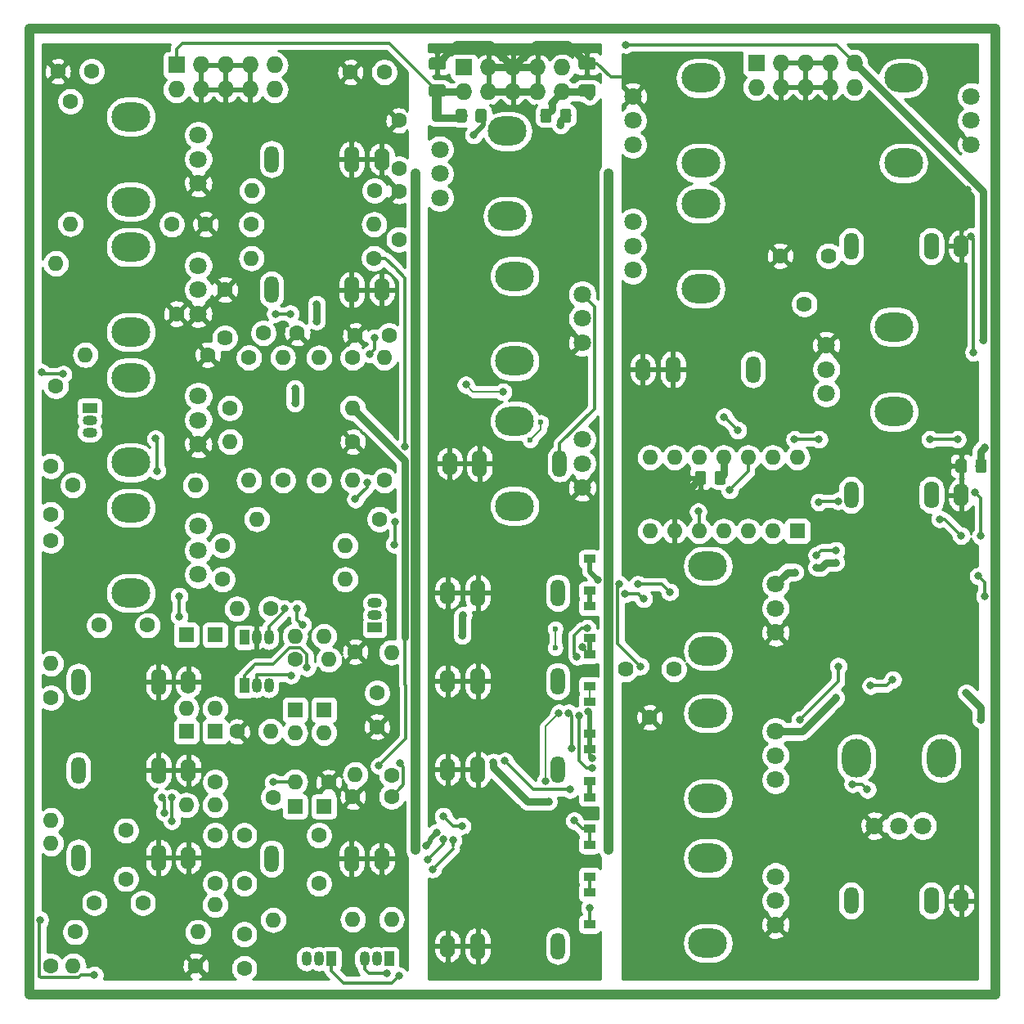
<source format=gbr>
%TF.GenerationSoftware,KiCad,Pcbnew,(5.1.0)-1*%
%TF.CreationDate,2019-10-05T22:59:33+02:00*%
%TF.ProjectId,Kicad_JE_SteinerVCF,4b696361-645f-44a4-955f-537465696e65,Rev A*%
%TF.SameCoordinates,Original*%
%TF.FileFunction,Copper,L1,Top*%
%TF.FilePolarity,Positive*%
%FSLAX46Y46*%
G04 Gerber Fmt 4.6, Leading zero omitted, Abs format (unit mm)*
G04 Created by KiCad (PCBNEW (5.1.0)-1) date 2019-10-05 22:59:33*
%MOMM*%
%LPD*%
G04 APERTURE LIST*
%ADD10C,1.000000*%
%ADD11C,1.600000*%
%ADD12O,1.600000X2.800000*%
%ADD13O,1.600000X2.400000*%
%ADD14O,1.500000X2.800000*%
%ADD15O,1.600000X1.600000*%
%ADD16R,1.600000X1.600000*%
%ADD17R,1.200000X0.900000*%
%ADD18R,1.727200X1.727200*%
%ADD19O,1.727200X1.727200*%
%ADD20O,1.050000X1.500000*%
%ADD21R,1.050000X1.500000*%
%ADD22C,0.150000*%
%ADD23C,1.150000*%
%ADD24C,1.620000*%
%ADD25C,1.250000*%
%ADD26O,1.500000X1.050000*%
%ADD27R,1.500000X1.050000*%
%ADD28C,1.800000*%
%ADD29O,4.000000X3.000000*%
%ADD30O,3.000000X4.000000*%
%ADD31C,0.800000*%
%ADD32C,0.600000*%
%ADD33C,0.800000*%
%ADD34C,0.350000*%
%ADD35C,0.300000*%
%ADD36C,0.500000*%
%ADD37C,0.200000*%
%ADD38C,0.254000*%
G04 APERTURE END LIST*
D10*
X90000000Y-65000000D02*
X90000000Y-65000000D01*
X90000000Y-135000000D02*
X90000000Y-135000000D01*
X110000000Y-135000000D02*
X110000000Y-135000000D01*
X110000000Y-65000000D02*
X110000000Y-65000000D01*
X110000000Y-135000000D02*
X110000000Y-65000000D01*
X110000000Y-65000000D02*
X110000000Y-135000000D01*
X90000000Y-135000000D02*
X90000000Y-65000000D01*
X90000000Y-65000000D02*
X90000000Y-135000000D01*
X150000000Y-50000000D02*
X50000000Y-50000000D01*
X150000000Y-150000000D02*
X150000000Y-50000000D01*
X50000000Y-150000000D02*
X150000000Y-150000000D01*
X50000000Y-50000000D02*
X50000000Y-150000000D01*
D11*
X72250000Y-138500000D03*
X72250000Y-133500000D03*
D12*
X63380000Y-117600000D03*
D13*
X66480000Y-117600000D03*
D14*
X55080000Y-117600000D03*
X75080000Y-77000000D03*
D13*
X86480000Y-77000000D03*
D12*
X83380000Y-77000000D03*
D15*
X82700000Y-107000000D03*
D11*
X70000000Y-107000000D03*
X70000000Y-103500000D03*
D15*
X82700000Y-103500000D03*
D11*
X88250000Y-59500000D03*
X88250000Y-64500000D03*
X88250000Y-71800000D03*
X88250000Y-66800000D03*
X80000000Y-138500000D03*
X80000000Y-133500000D03*
X69250000Y-133500000D03*
X69250000Y-138500000D03*
X60000000Y-138000000D03*
X60000000Y-133000000D03*
D15*
X69250000Y-120370000D03*
D16*
X69250000Y-112750000D03*
X69250000Y-122750000D03*
D15*
X69250000Y-130370000D03*
X66250000Y-120370000D03*
D16*
X66250000Y-112750000D03*
X66250000Y-122750000D03*
D15*
X66250000Y-130370000D03*
X77500000Y-122880000D03*
D16*
X77500000Y-130500000D03*
X77500000Y-120500000D03*
D15*
X77500000Y-112880000D03*
X80500000Y-122880000D03*
D16*
X80500000Y-130500000D03*
X80500000Y-120500000D03*
D15*
X80500000Y-112880000D03*
D17*
X107986181Y-142695825D03*
X107986181Y-139395825D03*
X107986181Y-134463441D03*
X107986181Y-137763441D03*
X107986181Y-132831057D03*
X107986181Y-129531057D03*
X107986181Y-124598673D03*
X107986181Y-127898673D03*
X107986181Y-122966289D03*
X107986181Y-119666289D03*
X107986181Y-114733905D03*
X107986181Y-118033905D03*
X107986181Y-113101521D03*
X107986181Y-109801521D03*
X107986181Y-104869137D03*
X107986181Y-108169137D03*
D14*
X55080000Y-126750000D03*
D13*
X66480000Y-126750000D03*
D12*
X63380000Y-126750000D03*
X63380000Y-135800000D03*
D13*
X66480000Y-135800000D03*
D14*
X55080000Y-135800000D03*
D12*
X83380000Y-135900000D03*
D13*
X86480000Y-135900000D03*
D14*
X75080000Y-135900000D03*
X104720341Y-108385056D03*
D13*
X93320341Y-108385056D03*
D12*
X96420341Y-108385056D03*
X96420341Y-117525797D03*
D13*
X93320341Y-117525797D03*
D14*
X104720341Y-117525797D03*
X104720341Y-126666538D03*
D13*
X93320341Y-126666538D03*
D12*
X96420341Y-126666538D03*
X96420341Y-144948020D03*
D13*
X93320341Y-144948020D03*
D14*
X104720341Y-144948020D03*
X104920000Y-95000000D03*
D13*
X93520000Y-95000000D03*
D12*
X96620000Y-95000000D03*
D18*
X65250000Y-53750000D03*
D19*
X65250000Y-56290000D03*
X67790000Y-53750000D03*
X67790000Y-56290000D03*
X70330000Y-53750000D03*
X70330000Y-56290000D03*
X72870000Y-53750000D03*
X72870000Y-56290000D03*
X75410000Y-53750000D03*
X75410000Y-56290000D03*
X105160000Y-56540000D03*
X105160000Y-54000000D03*
X102620000Y-56540000D03*
X102620000Y-54000000D03*
X100080000Y-56540000D03*
X100080000Y-54000000D03*
X97540000Y-56540000D03*
X97540000Y-54000000D03*
X95000000Y-56540000D03*
D18*
X95000000Y-54000000D03*
D20*
X79980000Y-146276322D03*
X78710000Y-146276322D03*
D21*
X81250000Y-146276322D03*
X87250000Y-146276322D03*
D20*
X84710000Y-146276322D03*
X85980000Y-146276322D03*
D21*
X72250000Y-118000000D03*
D20*
X74790000Y-118000000D03*
X73520000Y-118000000D03*
X73520000Y-113000000D03*
X74790000Y-113000000D03*
D21*
X72250000Y-113000000D03*
D11*
X86250000Y-100750000D03*
D15*
X73550000Y-100750000D03*
D11*
X75250000Y-129550000D03*
D15*
X75250000Y-142250000D03*
X67450000Y-143500000D03*
D11*
X54750000Y-143500000D03*
X83750000Y-114500000D03*
D15*
X83750000Y-127200000D03*
X83500000Y-142200000D03*
D11*
X83500000Y-129500000D03*
X85750000Y-66750000D03*
D15*
X73050000Y-66750000D03*
D11*
X76250000Y-96750000D03*
D15*
X76250000Y-84050000D03*
X54550000Y-147000000D03*
D11*
X67250000Y-147000000D03*
X80000000Y-96750000D03*
D15*
X80000000Y-84050000D03*
D11*
X54250000Y-57500000D03*
D15*
X54250000Y-70200000D03*
X72750000Y-96750000D03*
D11*
X72750000Y-84050000D03*
D22*
G36*
X103824505Y-58301204D02*
G01*
X103848773Y-58304804D01*
X103872572Y-58310765D01*
X103895671Y-58319030D01*
X103917850Y-58329520D01*
X103938893Y-58342132D01*
X103958599Y-58356747D01*
X103976777Y-58373223D01*
X103993253Y-58391401D01*
X104007868Y-58411107D01*
X104020480Y-58432150D01*
X104030970Y-58454329D01*
X104039235Y-58477428D01*
X104045196Y-58501227D01*
X104048796Y-58525495D01*
X104050000Y-58549999D01*
X104050000Y-59450001D01*
X104048796Y-59474505D01*
X104045196Y-59498773D01*
X104039235Y-59522572D01*
X104030970Y-59545671D01*
X104020480Y-59567850D01*
X104007868Y-59588893D01*
X103993253Y-59608599D01*
X103976777Y-59626777D01*
X103958599Y-59643253D01*
X103938893Y-59657868D01*
X103917850Y-59670480D01*
X103895671Y-59680970D01*
X103872572Y-59689235D01*
X103848773Y-59695196D01*
X103824505Y-59698796D01*
X103800001Y-59700000D01*
X103149999Y-59700000D01*
X103125495Y-59698796D01*
X103101227Y-59695196D01*
X103077428Y-59689235D01*
X103054329Y-59680970D01*
X103032150Y-59670480D01*
X103011107Y-59657868D01*
X102991401Y-59643253D01*
X102973223Y-59626777D01*
X102956747Y-59608599D01*
X102942132Y-59588893D01*
X102929520Y-59567850D01*
X102919030Y-59545671D01*
X102910765Y-59522572D01*
X102904804Y-59498773D01*
X102901204Y-59474505D01*
X102900000Y-59450001D01*
X102900000Y-58549999D01*
X102901204Y-58525495D01*
X102904804Y-58501227D01*
X102910765Y-58477428D01*
X102919030Y-58454329D01*
X102929520Y-58432150D01*
X102942132Y-58411107D01*
X102956747Y-58391401D01*
X102973223Y-58373223D01*
X102991401Y-58356747D01*
X103011107Y-58342132D01*
X103032150Y-58329520D01*
X103054329Y-58319030D01*
X103077428Y-58310765D01*
X103101227Y-58304804D01*
X103125495Y-58301204D01*
X103149999Y-58300000D01*
X103800001Y-58300000D01*
X103824505Y-58301204D01*
X103824505Y-58301204D01*
G37*
D23*
X103475000Y-59000000D03*
D22*
G36*
X105874505Y-58301204D02*
G01*
X105898773Y-58304804D01*
X105922572Y-58310765D01*
X105945671Y-58319030D01*
X105967850Y-58329520D01*
X105988893Y-58342132D01*
X106008599Y-58356747D01*
X106026777Y-58373223D01*
X106043253Y-58391401D01*
X106057868Y-58411107D01*
X106070480Y-58432150D01*
X106080970Y-58454329D01*
X106089235Y-58477428D01*
X106095196Y-58501227D01*
X106098796Y-58525495D01*
X106100000Y-58549999D01*
X106100000Y-59450001D01*
X106098796Y-59474505D01*
X106095196Y-59498773D01*
X106089235Y-59522572D01*
X106080970Y-59545671D01*
X106070480Y-59567850D01*
X106057868Y-59588893D01*
X106043253Y-59608599D01*
X106026777Y-59626777D01*
X106008599Y-59643253D01*
X105988893Y-59657868D01*
X105967850Y-59670480D01*
X105945671Y-59680970D01*
X105922572Y-59689235D01*
X105898773Y-59695196D01*
X105874505Y-59698796D01*
X105850001Y-59700000D01*
X105199999Y-59700000D01*
X105175495Y-59698796D01*
X105151227Y-59695196D01*
X105127428Y-59689235D01*
X105104329Y-59680970D01*
X105082150Y-59670480D01*
X105061107Y-59657868D01*
X105041401Y-59643253D01*
X105023223Y-59626777D01*
X105006747Y-59608599D01*
X104992132Y-59588893D01*
X104979520Y-59567850D01*
X104969030Y-59545671D01*
X104960765Y-59522572D01*
X104954804Y-59498773D01*
X104951204Y-59474505D01*
X104950000Y-59450001D01*
X104950000Y-58549999D01*
X104951204Y-58525495D01*
X104954804Y-58501227D01*
X104960765Y-58477428D01*
X104969030Y-58454329D01*
X104979520Y-58432150D01*
X104992132Y-58411107D01*
X105006747Y-58391401D01*
X105023223Y-58373223D01*
X105041401Y-58356747D01*
X105061107Y-58342132D01*
X105082150Y-58329520D01*
X105104329Y-58319030D01*
X105127428Y-58310765D01*
X105151227Y-58304804D01*
X105175495Y-58301204D01*
X105199999Y-58300000D01*
X105850001Y-58300000D01*
X105874505Y-58301204D01*
X105874505Y-58301204D01*
G37*
D23*
X105525000Y-59000000D03*
D22*
G36*
X97124505Y-58301204D02*
G01*
X97148773Y-58304804D01*
X97172572Y-58310765D01*
X97195671Y-58319030D01*
X97217850Y-58329520D01*
X97238893Y-58342132D01*
X97258599Y-58356747D01*
X97276777Y-58373223D01*
X97293253Y-58391401D01*
X97307868Y-58411107D01*
X97320480Y-58432150D01*
X97330970Y-58454329D01*
X97339235Y-58477428D01*
X97345196Y-58501227D01*
X97348796Y-58525495D01*
X97350000Y-58549999D01*
X97350000Y-59450001D01*
X97348796Y-59474505D01*
X97345196Y-59498773D01*
X97339235Y-59522572D01*
X97330970Y-59545671D01*
X97320480Y-59567850D01*
X97307868Y-59588893D01*
X97293253Y-59608599D01*
X97276777Y-59626777D01*
X97258599Y-59643253D01*
X97238893Y-59657868D01*
X97217850Y-59670480D01*
X97195671Y-59680970D01*
X97172572Y-59689235D01*
X97148773Y-59695196D01*
X97124505Y-59698796D01*
X97100001Y-59700000D01*
X96449999Y-59700000D01*
X96425495Y-59698796D01*
X96401227Y-59695196D01*
X96377428Y-59689235D01*
X96354329Y-59680970D01*
X96332150Y-59670480D01*
X96311107Y-59657868D01*
X96291401Y-59643253D01*
X96273223Y-59626777D01*
X96256747Y-59608599D01*
X96242132Y-59588893D01*
X96229520Y-59567850D01*
X96219030Y-59545671D01*
X96210765Y-59522572D01*
X96204804Y-59498773D01*
X96201204Y-59474505D01*
X96200000Y-59450001D01*
X96200000Y-58549999D01*
X96201204Y-58525495D01*
X96204804Y-58501227D01*
X96210765Y-58477428D01*
X96219030Y-58454329D01*
X96229520Y-58432150D01*
X96242132Y-58411107D01*
X96256747Y-58391401D01*
X96273223Y-58373223D01*
X96291401Y-58356747D01*
X96311107Y-58342132D01*
X96332150Y-58329520D01*
X96354329Y-58319030D01*
X96377428Y-58310765D01*
X96401227Y-58304804D01*
X96425495Y-58301204D01*
X96449999Y-58300000D01*
X97100001Y-58300000D01*
X97124505Y-58301204D01*
X97124505Y-58301204D01*
G37*
D23*
X96775000Y-59000000D03*
D22*
G36*
X95074505Y-58301204D02*
G01*
X95098773Y-58304804D01*
X95122572Y-58310765D01*
X95145671Y-58319030D01*
X95167850Y-58329520D01*
X95188893Y-58342132D01*
X95208599Y-58356747D01*
X95226777Y-58373223D01*
X95243253Y-58391401D01*
X95257868Y-58411107D01*
X95270480Y-58432150D01*
X95280970Y-58454329D01*
X95289235Y-58477428D01*
X95295196Y-58501227D01*
X95298796Y-58525495D01*
X95300000Y-58549999D01*
X95300000Y-59450001D01*
X95298796Y-59474505D01*
X95295196Y-59498773D01*
X95289235Y-59522572D01*
X95280970Y-59545671D01*
X95270480Y-59567850D01*
X95257868Y-59588893D01*
X95243253Y-59608599D01*
X95226777Y-59626777D01*
X95208599Y-59643253D01*
X95188893Y-59657868D01*
X95167850Y-59670480D01*
X95145671Y-59680970D01*
X95122572Y-59689235D01*
X95098773Y-59695196D01*
X95074505Y-59698796D01*
X95050001Y-59700000D01*
X94399999Y-59700000D01*
X94375495Y-59698796D01*
X94351227Y-59695196D01*
X94327428Y-59689235D01*
X94304329Y-59680970D01*
X94282150Y-59670480D01*
X94261107Y-59657868D01*
X94241401Y-59643253D01*
X94223223Y-59626777D01*
X94206747Y-59608599D01*
X94192132Y-59588893D01*
X94179520Y-59567850D01*
X94169030Y-59545671D01*
X94160765Y-59522572D01*
X94154804Y-59498773D01*
X94151204Y-59474505D01*
X94150000Y-59450001D01*
X94150000Y-58549999D01*
X94151204Y-58525495D01*
X94154804Y-58501227D01*
X94160765Y-58477428D01*
X94169030Y-58454329D01*
X94179520Y-58432150D01*
X94192132Y-58411107D01*
X94206747Y-58391401D01*
X94223223Y-58373223D01*
X94241401Y-58356747D01*
X94261107Y-58342132D01*
X94282150Y-58329520D01*
X94304329Y-58319030D01*
X94327428Y-58310765D01*
X94351227Y-58304804D01*
X94375495Y-58301204D01*
X94399999Y-58300000D01*
X95050001Y-58300000D01*
X95074505Y-58301204D01*
X95074505Y-58301204D01*
G37*
D23*
X94725000Y-59000000D03*
D22*
G36*
X146824505Y-94551204D02*
G01*
X146848773Y-94554804D01*
X146872572Y-94560765D01*
X146895671Y-94569030D01*
X146917850Y-94579520D01*
X146938893Y-94592132D01*
X146958599Y-94606747D01*
X146976777Y-94623223D01*
X146993253Y-94641401D01*
X147007868Y-94661107D01*
X147020480Y-94682150D01*
X147030970Y-94704329D01*
X147039235Y-94727428D01*
X147045196Y-94751227D01*
X147048796Y-94775495D01*
X147050000Y-94799999D01*
X147050000Y-95700001D01*
X147048796Y-95724505D01*
X147045196Y-95748773D01*
X147039235Y-95772572D01*
X147030970Y-95795671D01*
X147020480Y-95817850D01*
X147007868Y-95838893D01*
X146993253Y-95858599D01*
X146976777Y-95876777D01*
X146958599Y-95893253D01*
X146938893Y-95907868D01*
X146917850Y-95920480D01*
X146895671Y-95930970D01*
X146872572Y-95939235D01*
X146848773Y-95945196D01*
X146824505Y-95948796D01*
X146800001Y-95950000D01*
X146149999Y-95950000D01*
X146125495Y-95948796D01*
X146101227Y-95945196D01*
X146077428Y-95939235D01*
X146054329Y-95930970D01*
X146032150Y-95920480D01*
X146011107Y-95907868D01*
X145991401Y-95893253D01*
X145973223Y-95876777D01*
X145956747Y-95858599D01*
X145942132Y-95838893D01*
X145929520Y-95817850D01*
X145919030Y-95795671D01*
X145910765Y-95772572D01*
X145904804Y-95748773D01*
X145901204Y-95724505D01*
X145900000Y-95700001D01*
X145900000Y-94799999D01*
X145901204Y-94775495D01*
X145904804Y-94751227D01*
X145910765Y-94727428D01*
X145919030Y-94704329D01*
X145929520Y-94682150D01*
X145942132Y-94661107D01*
X145956747Y-94641401D01*
X145973223Y-94623223D01*
X145991401Y-94606747D01*
X146011107Y-94592132D01*
X146032150Y-94579520D01*
X146054329Y-94569030D01*
X146077428Y-94560765D01*
X146101227Y-94554804D01*
X146125495Y-94551204D01*
X146149999Y-94550000D01*
X146800001Y-94550000D01*
X146824505Y-94551204D01*
X146824505Y-94551204D01*
G37*
D23*
X146475000Y-95250000D03*
D22*
G36*
X148874505Y-94551204D02*
G01*
X148898773Y-94554804D01*
X148922572Y-94560765D01*
X148945671Y-94569030D01*
X148967850Y-94579520D01*
X148988893Y-94592132D01*
X149008599Y-94606747D01*
X149026777Y-94623223D01*
X149043253Y-94641401D01*
X149057868Y-94661107D01*
X149070480Y-94682150D01*
X149080970Y-94704329D01*
X149089235Y-94727428D01*
X149095196Y-94751227D01*
X149098796Y-94775495D01*
X149100000Y-94799999D01*
X149100000Y-95700001D01*
X149098796Y-95724505D01*
X149095196Y-95748773D01*
X149089235Y-95772572D01*
X149080970Y-95795671D01*
X149070480Y-95817850D01*
X149057868Y-95838893D01*
X149043253Y-95858599D01*
X149026777Y-95876777D01*
X149008599Y-95893253D01*
X148988893Y-95907868D01*
X148967850Y-95920480D01*
X148945671Y-95930970D01*
X148922572Y-95939235D01*
X148898773Y-95945196D01*
X148874505Y-95948796D01*
X148850001Y-95950000D01*
X148199999Y-95950000D01*
X148175495Y-95948796D01*
X148151227Y-95945196D01*
X148127428Y-95939235D01*
X148104329Y-95930970D01*
X148082150Y-95920480D01*
X148061107Y-95907868D01*
X148041401Y-95893253D01*
X148023223Y-95876777D01*
X148006747Y-95858599D01*
X147992132Y-95838893D01*
X147979520Y-95817850D01*
X147969030Y-95795671D01*
X147960765Y-95772572D01*
X147954804Y-95748773D01*
X147951204Y-95724505D01*
X147950000Y-95700001D01*
X147950000Y-94799999D01*
X147951204Y-94775495D01*
X147954804Y-94751227D01*
X147960765Y-94727428D01*
X147969030Y-94704329D01*
X147979520Y-94682150D01*
X147992132Y-94661107D01*
X148006747Y-94641401D01*
X148023223Y-94623223D01*
X148041401Y-94606747D01*
X148061107Y-94592132D01*
X148082150Y-94579520D01*
X148104329Y-94569030D01*
X148127428Y-94560765D01*
X148151227Y-94554804D01*
X148175495Y-94551204D01*
X148199999Y-94550000D01*
X148850001Y-94550000D01*
X148874505Y-94551204D01*
X148874505Y-94551204D01*
G37*
D23*
X148525000Y-95250000D03*
D22*
G36*
X119824505Y-95801204D02*
G01*
X119848773Y-95804804D01*
X119872572Y-95810765D01*
X119895671Y-95819030D01*
X119917850Y-95829520D01*
X119938893Y-95842132D01*
X119958599Y-95856747D01*
X119976777Y-95873223D01*
X119993253Y-95891401D01*
X120007868Y-95911107D01*
X120020480Y-95932150D01*
X120030970Y-95954329D01*
X120039235Y-95977428D01*
X120045196Y-96001227D01*
X120048796Y-96025495D01*
X120050000Y-96049999D01*
X120050000Y-96950001D01*
X120048796Y-96974505D01*
X120045196Y-96998773D01*
X120039235Y-97022572D01*
X120030970Y-97045671D01*
X120020480Y-97067850D01*
X120007868Y-97088893D01*
X119993253Y-97108599D01*
X119976777Y-97126777D01*
X119958599Y-97143253D01*
X119938893Y-97157868D01*
X119917850Y-97170480D01*
X119895671Y-97180970D01*
X119872572Y-97189235D01*
X119848773Y-97195196D01*
X119824505Y-97198796D01*
X119800001Y-97200000D01*
X119149999Y-97200000D01*
X119125495Y-97198796D01*
X119101227Y-97195196D01*
X119077428Y-97189235D01*
X119054329Y-97180970D01*
X119032150Y-97170480D01*
X119011107Y-97157868D01*
X118991401Y-97143253D01*
X118973223Y-97126777D01*
X118956747Y-97108599D01*
X118942132Y-97088893D01*
X118929520Y-97067850D01*
X118919030Y-97045671D01*
X118910765Y-97022572D01*
X118904804Y-96998773D01*
X118901204Y-96974505D01*
X118900000Y-96950001D01*
X118900000Y-96049999D01*
X118901204Y-96025495D01*
X118904804Y-96001227D01*
X118910765Y-95977428D01*
X118919030Y-95954329D01*
X118929520Y-95932150D01*
X118942132Y-95911107D01*
X118956747Y-95891401D01*
X118973223Y-95873223D01*
X118991401Y-95856747D01*
X119011107Y-95842132D01*
X119032150Y-95829520D01*
X119054329Y-95819030D01*
X119077428Y-95810765D01*
X119101227Y-95804804D01*
X119125495Y-95801204D01*
X119149999Y-95800000D01*
X119800001Y-95800000D01*
X119824505Y-95801204D01*
X119824505Y-95801204D01*
G37*
D23*
X119475000Y-96500000D03*
D22*
G36*
X121874505Y-95801204D02*
G01*
X121898773Y-95804804D01*
X121922572Y-95810765D01*
X121945671Y-95819030D01*
X121967850Y-95829520D01*
X121988893Y-95842132D01*
X122008599Y-95856747D01*
X122026777Y-95873223D01*
X122043253Y-95891401D01*
X122057868Y-95911107D01*
X122070480Y-95932150D01*
X122080970Y-95954329D01*
X122089235Y-95977428D01*
X122095196Y-96001227D01*
X122098796Y-96025495D01*
X122100000Y-96049999D01*
X122100000Y-96950001D01*
X122098796Y-96974505D01*
X122095196Y-96998773D01*
X122089235Y-97022572D01*
X122080970Y-97045671D01*
X122070480Y-97067850D01*
X122057868Y-97088893D01*
X122043253Y-97108599D01*
X122026777Y-97126777D01*
X122008599Y-97143253D01*
X121988893Y-97157868D01*
X121967850Y-97170480D01*
X121945671Y-97180970D01*
X121922572Y-97189235D01*
X121898773Y-97195196D01*
X121874505Y-97198796D01*
X121850001Y-97200000D01*
X121199999Y-97200000D01*
X121175495Y-97198796D01*
X121151227Y-97195196D01*
X121127428Y-97189235D01*
X121104329Y-97180970D01*
X121082150Y-97170480D01*
X121061107Y-97157868D01*
X121041401Y-97143253D01*
X121023223Y-97126777D01*
X121006747Y-97108599D01*
X120992132Y-97088893D01*
X120979520Y-97067850D01*
X120969030Y-97045671D01*
X120960765Y-97022572D01*
X120954804Y-96998773D01*
X120951204Y-96974505D01*
X120950000Y-96950001D01*
X120950000Y-96049999D01*
X120951204Y-96025495D01*
X120954804Y-96001227D01*
X120960765Y-95977428D01*
X120969030Y-95954329D01*
X120979520Y-95932150D01*
X120992132Y-95911107D01*
X121006747Y-95891401D01*
X121023223Y-95873223D01*
X121041401Y-95856747D01*
X121061107Y-95842132D01*
X121082150Y-95829520D01*
X121104329Y-95819030D01*
X121127428Y-95810765D01*
X121151227Y-95804804D01*
X121175495Y-95801204D01*
X121199999Y-95800000D01*
X121850001Y-95800000D01*
X121874505Y-95801204D01*
X121874505Y-95801204D01*
G37*
D23*
X121525000Y-96500000D03*
D12*
X143380000Y-72500000D03*
D13*
X146480000Y-72500000D03*
D14*
X135080000Y-72500000D03*
X135080000Y-140250000D03*
D13*
X146480000Y-140250000D03*
D12*
X143380000Y-140250000D03*
X143380000Y-98250000D03*
D13*
X146480000Y-98250000D03*
D14*
X135080000Y-98250000D03*
X124920000Y-85250000D03*
D13*
X113520000Y-85250000D03*
D12*
X116620000Y-85250000D03*
D18*
X125250000Y-53500000D03*
D19*
X125250000Y-56040000D03*
X127790000Y-53500000D03*
X127790000Y-56040000D03*
X130330000Y-53500000D03*
X130330000Y-56040000D03*
X132870000Y-53500000D03*
X132870000Y-56040000D03*
X135410000Y-53500000D03*
X135410000Y-56040000D03*
D24*
X111720924Y-116293102D03*
X114220924Y-121293102D03*
X116720924Y-116293102D03*
X127737133Y-73493377D03*
X130237133Y-78493377D03*
X132737133Y-73493377D03*
D16*
X129500000Y-102000000D03*
D15*
X114260000Y-94380000D03*
X126960000Y-102000000D03*
X116800000Y-94380000D03*
X124420000Y-102000000D03*
X119340000Y-94380000D03*
X121880000Y-102000000D03*
X121880000Y-94380000D03*
X119340000Y-102000000D03*
X124420000Y-94380000D03*
X116800000Y-102000000D03*
X126960000Y-94380000D03*
X114260000Y-102000000D03*
X129500000Y-94380000D03*
D11*
X62250000Y-111750000D03*
X57250000Y-111750000D03*
X56750000Y-140500000D03*
X61750000Y-140500000D03*
X52250000Y-100250000D03*
X52250000Y-95250000D03*
D22*
G36*
X108399504Y-55776204D02*
G01*
X108423773Y-55779804D01*
X108447571Y-55785765D01*
X108470671Y-55794030D01*
X108492849Y-55804520D01*
X108513893Y-55817133D01*
X108533598Y-55831747D01*
X108551777Y-55848223D01*
X108568253Y-55866402D01*
X108582867Y-55886107D01*
X108595480Y-55907151D01*
X108605970Y-55929329D01*
X108614235Y-55952429D01*
X108620196Y-55976227D01*
X108623796Y-56000496D01*
X108625000Y-56025000D01*
X108625000Y-56775000D01*
X108623796Y-56799504D01*
X108620196Y-56823773D01*
X108614235Y-56847571D01*
X108605970Y-56870671D01*
X108595480Y-56892849D01*
X108582867Y-56913893D01*
X108568253Y-56933598D01*
X108551777Y-56951777D01*
X108533598Y-56968253D01*
X108513893Y-56982867D01*
X108492849Y-56995480D01*
X108470671Y-57005970D01*
X108447571Y-57014235D01*
X108423773Y-57020196D01*
X108399504Y-57023796D01*
X108375000Y-57025000D01*
X107125000Y-57025000D01*
X107100496Y-57023796D01*
X107076227Y-57020196D01*
X107052429Y-57014235D01*
X107029329Y-57005970D01*
X107007151Y-56995480D01*
X106986107Y-56982867D01*
X106966402Y-56968253D01*
X106948223Y-56951777D01*
X106931747Y-56933598D01*
X106917133Y-56913893D01*
X106904520Y-56892849D01*
X106894030Y-56870671D01*
X106885765Y-56847571D01*
X106879804Y-56823773D01*
X106876204Y-56799504D01*
X106875000Y-56775000D01*
X106875000Y-56025000D01*
X106876204Y-56000496D01*
X106879804Y-55976227D01*
X106885765Y-55952429D01*
X106894030Y-55929329D01*
X106904520Y-55907151D01*
X106917133Y-55886107D01*
X106931747Y-55866402D01*
X106948223Y-55848223D01*
X106966402Y-55831747D01*
X106986107Y-55817133D01*
X107007151Y-55804520D01*
X107029329Y-55794030D01*
X107052429Y-55785765D01*
X107076227Y-55779804D01*
X107100496Y-55776204D01*
X107125000Y-55775000D01*
X108375000Y-55775000D01*
X108399504Y-55776204D01*
X108399504Y-55776204D01*
G37*
D25*
X107750000Y-56400000D03*
D22*
G36*
X108399504Y-52976204D02*
G01*
X108423773Y-52979804D01*
X108447571Y-52985765D01*
X108470671Y-52994030D01*
X108492849Y-53004520D01*
X108513893Y-53017133D01*
X108533598Y-53031747D01*
X108551777Y-53048223D01*
X108568253Y-53066402D01*
X108582867Y-53086107D01*
X108595480Y-53107151D01*
X108605970Y-53129329D01*
X108614235Y-53152429D01*
X108620196Y-53176227D01*
X108623796Y-53200496D01*
X108625000Y-53225000D01*
X108625000Y-53975000D01*
X108623796Y-53999504D01*
X108620196Y-54023773D01*
X108614235Y-54047571D01*
X108605970Y-54070671D01*
X108595480Y-54092849D01*
X108582867Y-54113893D01*
X108568253Y-54133598D01*
X108551777Y-54151777D01*
X108533598Y-54168253D01*
X108513893Y-54182867D01*
X108492849Y-54195480D01*
X108470671Y-54205970D01*
X108447571Y-54214235D01*
X108423773Y-54220196D01*
X108399504Y-54223796D01*
X108375000Y-54225000D01*
X107125000Y-54225000D01*
X107100496Y-54223796D01*
X107076227Y-54220196D01*
X107052429Y-54214235D01*
X107029329Y-54205970D01*
X107007151Y-54195480D01*
X106986107Y-54182867D01*
X106966402Y-54168253D01*
X106948223Y-54151777D01*
X106931747Y-54133598D01*
X106917133Y-54113893D01*
X106904520Y-54092849D01*
X106894030Y-54070671D01*
X106885765Y-54047571D01*
X106879804Y-54023773D01*
X106876204Y-53999504D01*
X106875000Y-53975000D01*
X106875000Y-53225000D01*
X106876204Y-53200496D01*
X106879804Y-53176227D01*
X106885765Y-53152429D01*
X106894030Y-53129329D01*
X106904520Y-53107151D01*
X106917133Y-53086107D01*
X106931747Y-53066402D01*
X106948223Y-53048223D01*
X106966402Y-53031747D01*
X106986107Y-53017133D01*
X107007151Y-53004520D01*
X107029329Y-52994030D01*
X107052429Y-52985765D01*
X107076227Y-52979804D01*
X107100496Y-52976204D01*
X107125000Y-52975000D01*
X108375000Y-52975000D01*
X108399504Y-52976204D01*
X108399504Y-52976204D01*
G37*
D25*
X107750000Y-53600000D03*
D22*
G36*
X92899504Y-52976204D02*
G01*
X92923773Y-52979804D01*
X92947571Y-52985765D01*
X92970671Y-52994030D01*
X92992849Y-53004520D01*
X93013893Y-53017133D01*
X93033598Y-53031747D01*
X93051777Y-53048223D01*
X93068253Y-53066402D01*
X93082867Y-53086107D01*
X93095480Y-53107151D01*
X93105970Y-53129329D01*
X93114235Y-53152429D01*
X93120196Y-53176227D01*
X93123796Y-53200496D01*
X93125000Y-53225000D01*
X93125000Y-53975000D01*
X93123796Y-53999504D01*
X93120196Y-54023773D01*
X93114235Y-54047571D01*
X93105970Y-54070671D01*
X93095480Y-54092849D01*
X93082867Y-54113893D01*
X93068253Y-54133598D01*
X93051777Y-54151777D01*
X93033598Y-54168253D01*
X93013893Y-54182867D01*
X92992849Y-54195480D01*
X92970671Y-54205970D01*
X92947571Y-54214235D01*
X92923773Y-54220196D01*
X92899504Y-54223796D01*
X92875000Y-54225000D01*
X91625000Y-54225000D01*
X91600496Y-54223796D01*
X91576227Y-54220196D01*
X91552429Y-54214235D01*
X91529329Y-54205970D01*
X91507151Y-54195480D01*
X91486107Y-54182867D01*
X91466402Y-54168253D01*
X91448223Y-54151777D01*
X91431747Y-54133598D01*
X91417133Y-54113893D01*
X91404520Y-54092849D01*
X91394030Y-54070671D01*
X91385765Y-54047571D01*
X91379804Y-54023773D01*
X91376204Y-53999504D01*
X91375000Y-53975000D01*
X91375000Y-53225000D01*
X91376204Y-53200496D01*
X91379804Y-53176227D01*
X91385765Y-53152429D01*
X91394030Y-53129329D01*
X91404520Y-53107151D01*
X91417133Y-53086107D01*
X91431747Y-53066402D01*
X91448223Y-53048223D01*
X91466402Y-53031747D01*
X91486107Y-53017133D01*
X91507151Y-53004520D01*
X91529329Y-52994030D01*
X91552429Y-52985765D01*
X91576227Y-52979804D01*
X91600496Y-52976204D01*
X91625000Y-52975000D01*
X92875000Y-52975000D01*
X92899504Y-52976204D01*
X92899504Y-52976204D01*
G37*
D25*
X92250000Y-53600000D03*
D22*
G36*
X92899504Y-55776204D02*
G01*
X92923773Y-55779804D01*
X92947571Y-55785765D01*
X92970671Y-55794030D01*
X92992849Y-55804520D01*
X93013893Y-55817133D01*
X93033598Y-55831747D01*
X93051777Y-55848223D01*
X93068253Y-55866402D01*
X93082867Y-55886107D01*
X93095480Y-55907151D01*
X93105970Y-55929329D01*
X93114235Y-55952429D01*
X93120196Y-55976227D01*
X93123796Y-56000496D01*
X93125000Y-56025000D01*
X93125000Y-56775000D01*
X93123796Y-56799504D01*
X93120196Y-56823773D01*
X93114235Y-56847571D01*
X93105970Y-56870671D01*
X93095480Y-56892849D01*
X93082867Y-56913893D01*
X93068253Y-56933598D01*
X93051777Y-56951777D01*
X93033598Y-56968253D01*
X93013893Y-56982867D01*
X92992849Y-56995480D01*
X92970671Y-57005970D01*
X92947571Y-57014235D01*
X92923773Y-57020196D01*
X92899504Y-57023796D01*
X92875000Y-57025000D01*
X91625000Y-57025000D01*
X91600496Y-57023796D01*
X91576227Y-57020196D01*
X91552429Y-57014235D01*
X91529329Y-57005970D01*
X91507151Y-56995480D01*
X91486107Y-56982867D01*
X91466402Y-56968253D01*
X91448223Y-56951777D01*
X91431747Y-56933598D01*
X91417133Y-56913893D01*
X91404520Y-56892849D01*
X91394030Y-56870671D01*
X91385765Y-56847571D01*
X91379804Y-56823773D01*
X91376204Y-56799504D01*
X91375000Y-56775000D01*
X91375000Y-56025000D01*
X91376204Y-56000496D01*
X91379804Y-55976227D01*
X91385765Y-55952429D01*
X91394030Y-55929329D01*
X91404520Y-55907151D01*
X91417133Y-55886107D01*
X91431747Y-55866402D01*
X91448223Y-55848223D01*
X91466402Y-55831747D01*
X91486107Y-55817133D01*
X91507151Y-55804520D01*
X91529329Y-55794030D01*
X91552429Y-55785765D01*
X91576227Y-55779804D01*
X91600496Y-55776204D01*
X91625000Y-55775000D01*
X92875000Y-55775000D01*
X92899504Y-55776204D01*
X92899504Y-55776204D01*
G37*
D25*
X92250000Y-56400000D03*
D14*
X75080000Y-63500000D03*
D13*
X86480000Y-63500000D03*
D12*
X83380000Y-63500000D03*
D26*
X85750000Y-110730000D03*
X85750000Y-109460000D03*
D27*
X85750000Y-112000000D03*
X56250000Y-89250000D03*
D26*
X56250000Y-91790000D03*
X56250000Y-90520000D03*
D11*
X77500000Y-115250000D03*
D15*
X77500000Y-127950000D03*
D11*
X75000000Y-110000000D03*
D15*
X75000000Y-122700000D03*
D11*
X69250000Y-128000000D03*
D15*
X69250000Y-140700000D03*
X52250000Y-131950000D03*
D11*
X52250000Y-119250000D03*
D15*
X71500000Y-110050000D03*
D11*
X71500000Y-122750000D03*
D15*
X81000000Y-115300000D03*
D11*
X81000000Y-128000000D03*
X52250000Y-147000000D03*
D15*
X52250000Y-134300000D03*
X67200000Y-97250000D03*
D11*
X54500000Y-97250000D03*
X70750000Y-89250000D03*
D15*
X83450000Y-89250000D03*
D11*
X52750000Y-87000000D03*
D15*
X52750000Y-74300000D03*
D11*
X87500000Y-129500000D03*
D15*
X87500000Y-142200000D03*
X52250000Y-115700000D03*
D11*
X52250000Y-103000000D03*
D15*
X70800000Y-92750000D03*
D11*
X83500000Y-92750000D03*
D15*
X55800000Y-83750000D03*
D11*
X68500000Y-83750000D03*
X86750000Y-96750000D03*
D15*
X86750000Y-84050000D03*
X83500000Y-96750000D03*
D11*
X83500000Y-84050000D03*
D28*
X67500000Y-106500000D03*
X67500000Y-104000000D03*
X67500000Y-101500000D03*
D29*
X60500000Y-108400000D03*
X60500000Y-99600000D03*
X60500000Y-72600000D03*
X60500000Y-81400000D03*
D28*
X67500000Y-74500000D03*
X67500000Y-77000000D03*
X67500000Y-79500000D03*
X67500000Y-93000000D03*
X67500000Y-90500000D03*
X67500000Y-88000000D03*
D29*
X60500000Y-94900000D03*
X60500000Y-86100000D03*
D28*
X67500000Y-66000000D03*
X67500000Y-63500000D03*
X67500000Y-61000000D03*
D29*
X60500000Y-67900000D03*
X60500000Y-59100000D03*
D24*
X70250000Y-77000000D03*
X65250000Y-79500000D03*
X70250000Y-82000000D03*
D29*
X99500000Y-69400000D03*
X99500000Y-60600000D03*
D28*
X92500000Y-67500000D03*
X92500000Y-65000000D03*
X92500000Y-62500000D03*
X147500000Y-62000000D03*
X147500000Y-59500000D03*
X147500000Y-57000000D03*
D29*
X140500000Y-63900000D03*
X140500000Y-55100000D03*
D28*
X137500000Y-132500000D03*
X140000000Y-132500000D03*
X142500000Y-132500000D03*
D30*
X135600000Y-125500000D03*
X144400000Y-125500000D03*
D29*
X120250000Y-120850000D03*
X120250000Y-129650000D03*
D28*
X127250000Y-122750000D03*
X127250000Y-125250000D03*
X127250000Y-127750000D03*
X132500000Y-82750000D03*
X132500000Y-85250000D03*
X132500000Y-87750000D03*
D29*
X139500000Y-80850000D03*
X139500000Y-89650000D03*
D28*
X112500000Y-70000000D03*
X112500000Y-72500000D03*
X112500000Y-75000000D03*
D29*
X119500000Y-68100000D03*
X119500000Y-76900000D03*
X119500000Y-63900000D03*
X119500000Y-55100000D03*
D28*
X112500000Y-62000000D03*
X112500000Y-59500000D03*
X112500000Y-57000000D03*
X127250000Y-142750000D03*
X127250000Y-140250000D03*
X127250000Y-137750000D03*
D29*
X120250000Y-144650000D03*
X120250000Y-135850000D03*
X120250000Y-105600000D03*
X120250000Y-114400000D03*
D28*
X127250000Y-107500000D03*
X127250000Y-110000000D03*
X127250000Y-112500000D03*
X107250000Y-82500000D03*
X107250000Y-80000000D03*
X107250000Y-77500000D03*
D29*
X100250000Y-84400000D03*
X100250000Y-75600000D03*
D28*
X107250000Y-97500000D03*
X107250000Y-95000000D03*
X107250000Y-92500000D03*
D29*
X100250000Y-99400000D03*
X100250000Y-90600000D03*
D11*
X87500000Y-127250000D03*
D15*
X87500000Y-114550000D03*
X85700000Y-70250000D03*
D11*
X73000000Y-70250000D03*
X85700000Y-73750000D03*
D15*
X73000000Y-73750000D03*
D11*
X86750000Y-54500000D03*
X83250000Y-54500000D03*
X83750000Y-81750000D03*
X87250000Y-81750000D03*
X52950000Y-54400000D03*
X56450000Y-54400000D03*
X72250000Y-143750000D03*
X72250000Y-147250000D03*
X64750000Y-70250000D03*
X68250000Y-70250000D03*
X86000000Y-118750000D03*
X86000000Y-122250000D03*
X77750000Y-81500000D03*
X74250000Y-81500000D03*
D31*
X98750000Y-141500000D03*
X95250000Y-133750000D03*
X118500000Y-99000000D03*
X131250000Y-107500000D03*
X140250000Y-124500000D03*
X133250000Y-129500000D03*
X133500000Y-108000000D03*
X148500000Y-121500000D03*
X147000000Y-118750000D03*
X133500000Y-105250000D03*
X131499989Y-105750000D03*
X129250000Y-106250000D03*
X111750000Y-51650032D03*
X105000000Y-60000000D03*
X133500000Y-119250000D03*
X108250000Y-126500000D03*
X106914367Y-121114626D03*
X106413642Y-131974461D03*
X105967617Y-128756282D03*
X96000000Y-61000000D03*
X108000000Y-141000000D03*
X91750008Y-137000000D03*
X93876241Y-133994753D03*
X91250000Y-136000000D03*
X92880082Y-133907062D03*
X94798008Y-132548008D03*
X92850000Y-131500000D03*
X106139367Y-124500000D03*
X108250000Y-125500000D03*
X107831614Y-120716290D03*
X111100000Y-107500000D03*
X113250000Y-116000000D03*
X147750000Y-83500000D03*
X147500000Y-71500000D03*
X133750004Y-116000000D03*
X129792882Y-121542890D03*
X136750000Y-128750000D03*
X135224316Y-128185337D03*
X129212133Y-92500000D03*
X148899986Y-108750000D03*
X148251975Y-106651995D03*
X111699989Y-108500000D03*
X119250000Y-99974990D03*
X131750000Y-99000000D03*
X133750012Y-98900003D03*
X147122893Y-66627107D03*
X102250000Y-134500000D03*
D32*
X106050000Y-86600000D03*
D31*
X146000000Y-77750000D03*
X148750000Y-82250000D03*
X86201992Y-126298008D03*
X75250000Y-128000000D03*
X148899990Y-93350010D03*
X79750000Y-78500000D03*
X79750000Y-80275000D03*
X77500000Y-87225000D03*
X77500000Y-88775000D03*
X103750000Y-130000000D03*
X98050000Y-125900000D03*
X94819843Y-112830157D03*
X94920010Y-110696433D03*
X56750000Y-147950011D03*
X51100000Y-142250000D03*
X63975000Y-131145000D03*
X63750000Y-129595000D03*
X64750000Y-129595000D03*
X64750000Y-132000000D03*
X63250000Y-95750000D03*
X63062755Y-92437245D03*
X53500000Y-85750000D03*
X51332491Y-85582491D03*
X99250000Y-125800000D03*
X107225010Y-114000012D03*
X88900000Y-93250000D03*
X87899990Y-101000000D03*
X87776987Y-103373003D03*
X78750000Y-116148008D03*
X85773008Y-81976992D03*
X85279354Y-83675370D03*
X85000000Y-97000000D03*
X83750000Y-98700001D03*
X77750000Y-110024999D03*
X78295001Y-111704999D03*
X108850010Y-107028872D03*
X77099999Y-116923008D03*
X88349990Y-126000000D03*
X65500000Y-108724990D03*
X65500000Y-110825000D03*
X87058164Y-147791980D03*
X76399778Y-110024999D03*
X95205025Y-86844975D03*
X99056889Y-87586796D03*
X91100010Y-134585613D03*
X92172948Y-133198453D03*
X88250000Y-148000000D03*
X113000000Y-107500000D03*
X116299438Y-108299430D03*
X121939606Y-90171179D03*
X123362640Y-91576575D03*
X148500000Y-102500000D03*
X147899990Y-98017468D03*
X146079990Y-92500000D03*
X143250000Y-92500000D03*
X131750000Y-92500000D03*
X146475000Y-102475000D03*
X144250002Y-100750000D03*
X113588074Y-109019282D03*
X122500000Y-97750000D03*
X139382107Y-117367893D03*
X137092893Y-118000013D03*
X131500000Y-104500000D03*
X133500014Y-104000000D03*
X103450000Y-127900000D03*
X104834724Y-120825000D03*
D32*
X104450000Y-114100000D03*
X104450000Y-112099989D03*
X101850000Y-92600000D03*
X102949889Y-90750385D03*
D31*
X105834725Y-120824990D03*
X107750000Y-112051463D03*
X106704823Y-114985334D03*
X77025000Y-79500000D03*
X75475000Y-79500000D03*
D33*
X97540000Y-54000000D02*
X102620000Y-54000000D01*
X97540000Y-56540000D02*
X102620000Y-56540000D01*
X118500000Y-97475000D02*
X119475000Y-96500000D01*
X118500000Y-99000000D02*
X118500000Y-97475000D01*
X105160000Y-56540000D02*
X107540000Y-56540000D01*
X107540000Y-56540000D02*
X108000000Y-57000000D01*
X105160000Y-56540000D02*
X104000000Y-57700000D01*
X104098372Y-58376628D02*
X103475000Y-59000000D01*
X104098372Y-57798372D02*
X104098372Y-58376628D01*
X104000000Y-57700000D02*
X104098372Y-57798372D01*
X148500000Y-121500000D02*
X148500000Y-120250000D01*
X148500000Y-120250000D02*
X147000000Y-118750000D01*
X132000000Y-105750000D02*
X131499989Y-105750000D01*
X133500000Y-105250000D02*
X132500000Y-105250000D01*
X132500000Y-105250000D02*
X132000000Y-105750000D01*
X128684315Y-106250000D02*
X129250000Y-106250000D01*
X128500000Y-106250000D02*
X128684315Y-106250000D01*
X127250000Y-107500000D02*
X128500000Y-106250000D01*
D34*
X133560032Y-51650032D02*
X112315685Y-51650032D01*
X135410000Y-53500000D02*
X133560032Y-51650032D01*
X112315685Y-51650032D02*
X111750000Y-51650032D01*
D33*
X105000000Y-59525000D02*
X105525000Y-59000000D01*
X105000000Y-60000000D02*
X105000000Y-59525000D01*
X94775000Y-59200000D02*
X94975000Y-59000000D01*
X92000000Y-59200000D02*
X94775000Y-59200000D01*
D35*
X87250000Y-51500000D02*
X92000000Y-56250000D01*
X65836400Y-51500000D02*
X87250000Y-51500000D01*
X65250000Y-53750000D02*
X65250000Y-52086400D01*
X65250000Y-52086400D02*
X65836400Y-51500000D01*
D33*
X92250000Y-58950000D02*
X92000000Y-59200000D01*
X92250000Y-56500000D02*
X92250000Y-58950000D01*
X92000000Y-56750000D02*
X92000000Y-59200000D01*
X92250000Y-56500000D02*
X92000000Y-56750000D01*
X95000000Y-56540000D02*
X92290000Y-56540000D01*
X92290000Y-56540000D02*
X92250000Y-56500000D01*
X121880000Y-96145000D02*
X121525000Y-96500000D01*
X121880000Y-94380000D02*
X121880000Y-96145000D01*
X130000000Y-122750000D02*
X133100001Y-119649999D01*
X133100001Y-119649999D02*
X133500000Y-119250000D01*
X127250000Y-122750000D02*
X130000000Y-122750000D01*
D34*
X106914367Y-125730052D02*
X106914367Y-121680311D01*
X108250000Y-126500000D02*
X107684315Y-126500000D01*
X107684315Y-126500000D02*
X106914367Y-125730052D01*
X106914367Y-121680311D02*
X106914367Y-121114626D01*
X107986181Y-134463441D02*
X107986181Y-133013819D01*
X107986181Y-133013819D02*
X107986181Y-132831057D01*
X107986181Y-132831057D02*
X107831057Y-132831057D01*
X107986181Y-132831057D02*
X107270238Y-132831057D01*
X107270238Y-132831057D02*
X106413642Y-131974461D01*
D36*
X107986181Y-114733905D02*
X107986181Y-113101521D01*
X97025000Y-59975000D02*
X96000000Y-61000000D01*
X97025000Y-59000000D02*
X97025000Y-59975000D01*
D34*
X108000000Y-142682006D02*
X107986181Y-142695825D01*
X108000000Y-141000000D02*
X108000000Y-142682006D01*
X91750008Y-137000000D02*
X93876241Y-134873767D01*
X93876241Y-134560438D02*
X93876241Y-133994753D01*
X107986181Y-139395825D02*
X107986181Y-137763441D01*
D36*
X107986181Y-129531057D02*
X107986181Y-127898673D01*
X107986181Y-109801521D02*
X107986181Y-108169137D01*
D34*
X91250000Y-136000000D02*
X92880082Y-134369918D01*
X92880082Y-134369918D02*
X92880082Y-133907062D01*
X94798008Y-132548008D02*
X93898008Y-132548008D01*
X93898008Y-132548008D02*
X92850000Y-131500000D01*
D36*
X107986181Y-124598673D02*
X107986181Y-122966289D01*
D34*
X107986181Y-125398673D02*
X108087508Y-125500000D01*
X107986181Y-124598673D02*
X107986181Y-125398673D01*
X108087508Y-125500000D02*
X108250000Y-125500000D01*
D36*
X107986181Y-122966289D02*
X107986181Y-120870857D01*
X107986181Y-120870857D02*
X107831614Y-120716290D01*
D34*
X111100000Y-107500000D02*
X110924987Y-107675013D01*
X110924987Y-107675013D02*
X110924987Y-113674987D01*
X112850001Y-115600001D02*
X113250000Y-116000000D01*
X110924987Y-113674987D02*
X112850001Y-115600001D01*
X147750000Y-83500000D02*
X147750000Y-71750000D01*
X147750000Y-71750000D02*
X147500000Y-71500000D01*
X130192881Y-121142891D02*
X129792882Y-121542890D01*
X133750004Y-117585768D02*
X130192881Y-121142891D01*
X133750004Y-116000000D02*
X133750004Y-117585768D01*
X135790001Y-128185337D02*
X135224316Y-128185337D01*
X136185337Y-128185337D02*
X135790001Y-128185337D01*
X136750000Y-128750000D02*
X136185337Y-128185337D01*
X148651974Y-107051994D02*
X148251975Y-106651995D01*
X148899986Y-107300006D02*
X148651974Y-107051994D01*
X148899986Y-108750000D02*
X148899986Y-107300006D01*
X119340000Y-100064990D02*
X119250000Y-99974990D01*
X119340000Y-102000000D02*
X119340000Y-100064990D01*
X131849997Y-98900003D02*
X131750000Y-99000000D01*
X133750012Y-98900003D02*
X131849997Y-98900003D01*
D33*
X99216401Y-53136401D02*
X100080000Y-54000000D01*
X97699447Y-51619447D02*
X99216401Y-53136401D01*
X92250000Y-53600000D02*
X94230553Y-51619447D01*
X94230553Y-51619447D02*
X97699447Y-51619447D01*
X100943599Y-53136401D02*
X100080000Y-54000000D01*
X102460553Y-51619447D02*
X100943599Y-53136401D01*
X107750000Y-53600000D02*
X105769447Y-51619447D01*
X105769447Y-51619447D02*
X102460553Y-51619447D01*
D34*
X108800000Y-53600000D02*
X107750000Y-53600000D01*
X111650000Y-55000000D02*
X110200000Y-55000000D01*
X110200000Y-55000000D02*
X108800000Y-53600000D01*
D33*
X148750000Y-66840000D02*
X148750000Y-82250000D01*
X135410000Y-53500000D02*
X148750000Y-66840000D01*
X83450000Y-89250000D02*
X88899990Y-94699990D01*
X88899990Y-94699990D02*
X88899990Y-113000000D01*
D35*
X88899990Y-117899990D02*
X89000000Y-118000000D01*
X88899990Y-113000000D02*
X88899990Y-117899990D01*
X89000000Y-118000000D02*
X89000000Y-123500000D01*
X89000000Y-123500000D02*
X86201992Y-126298008D01*
X77450000Y-128000000D02*
X77500000Y-127950000D01*
X75250000Y-128000000D02*
X77450000Y-128000000D01*
D33*
X148525000Y-93725000D02*
X148899990Y-93350010D01*
X148525000Y-95250000D02*
X148525000Y-93725000D01*
X79750000Y-78500000D02*
X79750000Y-80275000D01*
X77500000Y-87225000D02*
X77500000Y-88775000D01*
X103750000Y-130000000D02*
X101584315Y-130000000D01*
X101584315Y-130000000D02*
X98050000Y-126465685D01*
X98050000Y-126465685D02*
X98050000Y-125900000D01*
X94819843Y-112830157D02*
X94819843Y-110796600D01*
X94819843Y-110796600D02*
X94920010Y-110696433D01*
D34*
X55338991Y-147950011D02*
X55114001Y-148175001D01*
X56750000Y-147950011D02*
X55338991Y-147950011D01*
X55114001Y-148175001D02*
X51175001Y-148175001D01*
X51175001Y-148175001D02*
X51074999Y-148074999D01*
X51074999Y-148074999D02*
X51074999Y-142275001D01*
X51074999Y-142275001D02*
X51100000Y-142250000D01*
X63975000Y-131145000D02*
X63975000Y-129820000D01*
X63975000Y-129820000D02*
X63750000Y-129595000D01*
X64750000Y-129595000D02*
X64750000Y-132000000D01*
X63250000Y-95750000D02*
X63250000Y-92624490D01*
X63250000Y-92624490D02*
X63062755Y-92437245D01*
X53500000Y-85750000D02*
X51500000Y-85750000D01*
X51500000Y-85750000D02*
X51332491Y-85582491D01*
X105967617Y-128756282D02*
X102206282Y-128756282D01*
X102206282Y-128756282D02*
X99649999Y-126199999D01*
X99649999Y-126199999D02*
X99250000Y-125800000D01*
X107625009Y-114400011D02*
X107225010Y-114000012D01*
X107958903Y-114733905D02*
X107625009Y-114400011D01*
X107986181Y-114733905D02*
X107958903Y-114733905D01*
D35*
X86831370Y-73750000D02*
X87831370Y-74750000D01*
X85700000Y-73750000D02*
X86831370Y-73750000D01*
X88900000Y-81697998D02*
X88900000Y-93250000D01*
X87831370Y-74750000D02*
X88900000Y-75818630D01*
X88900000Y-75818630D02*
X88900000Y-81697998D01*
X87899990Y-101000000D02*
X87899990Y-103250000D01*
X87899990Y-103250000D02*
X87776987Y-103373003D01*
X76947999Y-114099999D02*
X75250000Y-115797998D01*
X78052001Y-114099999D02*
X76947999Y-114099999D01*
X78750000Y-116148008D02*
X78750000Y-114797998D01*
X78750000Y-114797998D02*
X78052001Y-114099999D01*
X72250000Y-116950000D02*
X72250000Y-118000000D01*
X73402002Y-115797998D02*
X72250000Y-116950000D01*
X75250000Y-115797998D02*
X73402002Y-115797998D01*
D34*
X85773008Y-81976992D02*
X85773008Y-83181716D01*
X85773008Y-83181716D02*
X85279354Y-83675370D01*
X85000000Y-97000000D02*
X85000000Y-97450001D01*
X85000000Y-97450001D02*
X83750000Y-98700001D01*
X77750000Y-111159998D02*
X78295001Y-111704999D01*
X77750000Y-110024999D02*
X77750000Y-111159998D01*
D37*
X107986181Y-119666289D02*
X107986181Y-118033905D01*
D36*
X107986181Y-104869137D02*
X107986181Y-106165043D01*
X107986181Y-106165043D02*
X108450011Y-106628873D01*
X108450011Y-106628873D02*
X108850010Y-107028872D01*
D34*
X77051981Y-116874990D02*
X77099999Y-116923008D01*
X73545010Y-116874990D02*
X77051981Y-116874990D01*
X73520000Y-118000000D02*
X73520000Y-116900000D01*
X73520000Y-116900000D02*
X73545010Y-116874990D01*
X88299999Y-128700001D02*
X87500000Y-129500000D01*
X88749989Y-128250011D02*
X88299999Y-128700001D01*
X88749989Y-126399999D02*
X88749989Y-128250011D01*
X88349990Y-126000000D02*
X88749989Y-126399999D01*
X65500000Y-108724990D02*
X65500000Y-110825000D01*
X84710000Y-147376322D02*
X84710000Y-146276322D01*
X85125658Y-147791980D02*
X84710000Y-147376322D01*
X87058164Y-147791980D02*
X85125658Y-147791980D01*
X76399778Y-110290222D02*
X76399778Y-110024999D01*
X74790000Y-113000000D02*
X74790000Y-111900000D01*
X74790000Y-111900000D02*
X76399778Y-110290222D01*
D37*
X95205025Y-86844975D02*
X95946846Y-87586796D01*
X95946846Y-87586796D02*
X99056889Y-87586796D01*
D36*
X91500009Y-134185614D02*
X91500009Y-133871392D01*
X91772949Y-133598452D02*
X92172948Y-133198453D01*
X91500009Y-133871392D02*
X91772949Y-133598452D01*
X91100010Y-134585613D02*
X91500009Y-134185614D01*
D34*
X87500000Y-148750000D02*
X88250000Y-148000000D01*
X82500000Y-148750000D02*
X87500000Y-148750000D01*
X81250000Y-146276322D02*
X81250000Y-147500000D01*
X81250000Y-147500000D02*
X82500000Y-148750000D01*
X115899439Y-107899431D02*
X116299438Y-108299430D01*
X115500008Y-107500000D02*
X115899439Y-107899431D01*
X113000000Y-107500000D02*
X115500008Y-107500000D01*
X121939606Y-90171179D02*
X121957244Y-90171179D01*
X121957244Y-90171179D02*
X123362640Y-91576575D01*
X148500000Y-102500000D02*
X148500000Y-98617478D01*
X148500000Y-98617478D02*
X147899990Y-98017468D01*
X146079990Y-92500000D02*
X143250000Y-92500000D01*
X129212133Y-92500000D02*
X131750000Y-92500000D01*
X144750000Y-100750000D02*
X144250002Y-100750000D01*
X146475000Y-102475000D02*
X144750000Y-100750000D01*
X113188075Y-108619283D02*
X113588074Y-109019282D01*
X113068792Y-108500000D02*
X113188075Y-108619283D01*
X111699989Y-108500000D02*
X113068792Y-108500000D01*
X124420000Y-95830000D02*
X122899999Y-97350001D01*
X122899999Y-97350001D02*
X122500000Y-97750000D01*
X124420000Y-94380000D02*
X124420000Y-95830000D01*
X137092906Y-118000000D02*
X137092893Y-118000013D01*
X139382107Y-117367893D02*
X138750000Y-118000000D01*
X138750000Y-118000000D02*
X137092906Y-118000000D01*
X133500014Y-104000000D02*
X132000000Y-104000000D01*
X131899999Y-104100001D02*
X131500000Y-104500000D01*
X132000000Y-104000000D02*
X131899999Y-104100001D01*
D37*
X103450000Y-127900000D02*
X103450000Y-122209724D01*
X103450000Y-122209724D02*
X104834724Y-120825000D01*
X104450000Y-114100000D02*
X104450000Y-112099989D01*
X101850000Y-92600000D02*
X102949889Y-91500111D01*
X102949889Y-91500111D02*
X102949889Y-90750385D01*
D34*
X108149999Y-78399999D02*
X107250000Y-77500000D01*
X108525001Y-78775001D02*
X108149999Y-78399999D01*
X108525001Y-89337997D02*
X108525001Y-78775001D01*
X104920000Y-92942998D02*
X108525001Y-89337997D01*
X104920000Y-95000000D02*
X104920000Y-92942998D01*
X106139367Y-121129632D02*
X105834725Y-120824990D01*
X106139367Y-124500000D02*
X106139367Y-121129632D01*
X107184315Y-112051463D02*
X107750000Y-112051463D01*
X106450000Y-112785778D02*
X107184315Y-112051463D01*
X106450000Y-114730511D02*
X106450000Y-112785778D01*
X106704823Y-114985334D02*
X106450000Y-114730511D01*
X77025000Y-79500000D02*
X75475000Y-79500000D01*
D38*
G36*
X109123000Y-52580859D02*
G01*
X109076185Y-52523815D01*
X108979494Y-52444463D01*
X108869180Y-52385498D01*
X108749482Y-52349188D01*
X108625000Y-52336928D01*
X108035750Y-52340000D01*
X107877000Y-52498750D01*
X107877000Y-53473000D01*
X107897000Y-53473000D01*
X107897000Y-53727000D01*
X107877000Y-53727000D01*
X107877000Y-54701250D01*
X108035750Y-54860000D01*
X108625000Y-54863072D01*
X108749482Y-54850812D01*
X108869180Y-54814502D01*
X108979494Y-54755537D01*
X109076185Y-54676185D01*
X109123000Y-54619141D01*
X109123000Y-55549565D01*
X109113405Y-55531614D01*
X109002962Y-55397038D01*
X108868386Y-55286595D01*
X108714850Y-55204528D01*
X108548254Y-55153992D01*
X108375000Y-55136928D01*
X107125000Y-55136928D01*
X106951746Y-55153992D01*
X106785150Y-55204528D01*
X106631614Y-55286595D01*
X106497038Y-55397038D01*
X106408436Y-55505000D01*
X106249251Y-55505000D01*
X106224797Y-55475203D01*
X105996606Y-55287931D01*
X105963060Y-55270000D01*
X105996606Y-55252069D01*
X106224797Y-55064797D01*
X106412069Y-54836606D01*
X106475252Y-54718398D01*
X106520506Y-54755537D01*
X106630820Y-54814502D01*
X106750518Y-54850812D01*
X106875000Y-54863072D01*
X107464250Y-54860000D01*
X107623000Y-54701250D01*
X107623000Y-53727000D01*
X107603000Y-53727000D01*
X107603000Y-53473000D01*
X107623000Y-53473000D01*
X107623000Y-52498750D01*
X107464250Y-52340000D01*
X106875000Y-52336928D01*
X106750518Y-52349188D01*
X106630820Y-52385498D01*
X106520506Y-52444463D01*
X106423815Y-52523815D01*
X106344463Y-52620506D01*
X106285498Y-52730820D01*
X106249188Y-52850518D01*
X106239128Y-52952665D01*
X106224797Y-52935203D01*
X105996606Y-52747931D01*
X105736264Y-52608775D01*
X105453777Y-52523084D01*
X105233619Y-52501400D01*
X105086381Y-52501400D01*
X104866223Y-52523084D01*
X104583736Y-52608775D01*
X104323394Y-52747931D01*
X104095203Y-52935203D01*
X103907931Y-53163394D01*
X103884137Y-53207910D01*
X103826817Y-53111512D01*
X103630293Y-52893146D01*
X103394944Y-52717316D01*
X103129814Y-52590778D01*
X102979026Y-52545042D01*
X102747000Y-52666183D01*
X102747000Y-53873000D01*
X102767000Y-53873000D01*
X102767000Y-54127000D01*
X102747000Y-54127000D01*
X102747000Y-56413000D01*
X102767000Y-56413000D01*
X102767000Y-56667000D01*
X102747000Y-56667000D01*
X102747000Y-56687000D01*
X102493000Y-56687000D01*
X102493000Y-56667000D01*
X100207000Y-56667000D01*
X100207000Y-57873817D01*
X100439026Y-57994958D01*
X100589814Y-57949222D01*
X100854944Y-57822684D01*
X101090293Y-57646854D01*
X101286817Y-57428488D01*
X101350000Y-57322230D01*
X101413183Y-57428488D01*
X101609707Y-57646854D01*
X101845056Y-57822684D01*
X102110186Y-57949222D01*
X102260974Y-57994958D01*
X102492998Y-57873818D01*
X102492998Y-57957423D01*
X102411595Y-58056613D01*
X102329528Y-58210149D01*
X102278992Y-58376745D01*
X102261928Y-58549999D01*
X102261928Y-59450001D01*
X102278992Y-59623255D01*
X102329528Y-59789851D01*
X102411595Y-59943387D01*
X102522038Y-60077962D01*
X102656613Y-60188405D01*
X102810149Y-60270472D01*
X102976745Y-60321008D01*
X103149999Y-60338072D01*
X103800001Y-60338072D01*
X103973255Y-60321008D01*
X104008288Y-60310381D01*
X104024332Y-60349116D01*
X104039159Y-60397992D01*
X104063237Y-60443039D01*
X104082795Y-60490256D01*
X104111186Y-60532747D01*
X104135266Y-60577797D01*
X104167672Y-60617284D01*
X104196063Y-60659774D01*
X104232197Y-60695908D01*
X104264604Y-60735396D01*
X104304092Y-60767803D01*
X104340226Y-60803937D01*
X104382716Y-60832328D01*
X104422203Y-60864734D01*
X104467254Y-60888814D01*
X104509744Y-60917205D01*
X104556958Y-60936762D01*
X104602007Y-60960841D01*
X104650887Y-60975669D01*
X104698102Y-60995226D01*
X104748223Y-61005196D01*
X104797105Y-61020024D01*
X104847943Y-61025031D01*
X104898061Y-61035000D01*
X104949162Y-61035000D01*
X105000000Y-61040007D01*
X105050838Y-61035000D01*
X105101939Y-61035000D01*
X105152058Y-61025031D01*
X105202894Y-61020024D01*
X105251774Y-61005196D01*
X105301898Y-60995226D01*
X105349116Y-60975668D01*
X105397992Y-60960841D01*
X105443039Y-60936763D01*
X105490256Y-60917205D01*
X105532747Y-60888814D01*
X105577797Y-60864734D01*
X105617284Y-60832328D01*
X105659774Y-60803937D01*
X105695908Y-60767803D01*
X105735396Y-60735396D01*
X105767803Y-60695908D01*
X105803937Y-60659774D01*
X105832328Y-60617284D01*
X105864734Y-60577797D01*
X105888814Y-60532746D01*
X105917205Y-60490256D01*
X105936762Y-60443042D01*
X105960841Y-60397993D01*
X105975669Y-60349113D01*
X105985782Y-60324699D01*
X106023255Y-60321008D01*
X106189851Y-60270472D01*
X106343387Y-60188405D01*
X106477962Y-60077962D01*
X106588405Y-59943387D01*
X106670472Y-59789851D01*
X106721008Y-59623255D01*
X106738072Y-59450001D01*
X106738072Y-58549999D01*
X106721008Y-58376745D01*
X106670472Y-58210149D01*
X106588405Y-58056613D01*
X106477962Y-57922038D01*
X106343387Y-57811595D01*
X106189851Y-57729528D01*
X106104398Y-57703606D01*
X106224797Y-57604797D01*
X106249251Y-57575000D01*
X106746850Y-57575000D01*
X106785150Y-57595472D01*
X106951746Y-57646008D01*
X107125000Y-57663072D01*
X107199362Y-57663072D01*
X107304093Y-57767803D01*
X107422203Y-57864734D01*
X107602006Y-57960840D01*
X107797104Y-58020023D01*
X107999999Y-58040006D01*
X108202894Y-58020023D01*
X108397993Y-57960840D01*
X108577797Y-57864734D01*
X108735395Y-57735395D01*
X108864734Y-57577797D01*
X108923193Y-57468426D01*
X109002962Y-57402962D01*
X109113405Y-57268386D01*
X109123000Y-57250435D01*
X109123000Y-64279517D01*
X109051716Y-64366377D01*
X108946324Y-64563553D01*
X108881423Y-64777501D01*
X108859509Y-65000000D01*
X108865000Y-65055752D01*
X108865000Y-77969488D01*
X108750897Y-77855385D01*
X108750892Y-77855379D01*
X108745463Y-77849950D01*
X108785000Y-77651184D01*
X108785000Y-77348816D01*
X108726011Y-77052257D01*
X108610299Y-76772905D01*
X108442312Y-76521495D01*
X108228505Y-76307688D01*
X107977095Y-76139701D01*
X107697743Y-76023989D01*
X107401184Y-75965000D01*
X107098816Y-75965000D01*
X106802257Y-76023989D01*
X106522905Y-76139701D01*
X106271495Y-76307688D01*
X106057688Y-76521495D01*
X105889701Y-76772905D01*
X105773989Y-77052257D01*
X105715000Y-77348816D01*
X105715000Y-77651184D01*
X105773989Y-77947743D01*
X105889701Y-78227095D01*
X106057688Y-78478505D01*
X106271495Y-78692312D01*
X106357831Y-78750000D01*
X106271495Y-78807688D01*
X106057688Y-79021495D01*
X105889701Y-79272905D01*
X105773989Y-79552257D01*
X105715000Y-79848816D01*
X105715000Y-80151184D01*
X105773989Y-80447743D01*
X105889701Y-80727095D01*
X106057688Y-80978505D01*
X106271495Y-81192312D01*
X106414310Y-81287738D01*
X106365525Y-81435920D01*
X107250000Y-82320395D01*
X107264143Y-82306253D01*
X107443748Y-82485858D01*
X107429605Y-82500000D01*
X107443748Y-82514143D01*
X107264143Y-82693748D01*
X107250000Y-82679605D01*
X106365525Y-83564080D01*
X106449208Y-83818261D01*
X106721775Y-83949158D01*
X107014642Y-84024365D01*
X107316553Y-84040991D01*
X107615907Y-83998397D01*
X107715002Y-83963602D01*
X107715001Y-89002484D01*
X104375383Y-92342103D01*
X104344473Y-92367470D01*
X104319108Y-92398378D01*
X104243251Y-92490809D01*
X104168038Y-92631525D01*
X104121721Y-92784211D01*
X104106081Y-92942998D01*
X104110001Y-92982796D01*
X104110001Y-93223054D01*
X103935920Y-93365919D01*
X103762844Y-93576812D01*
X103634236Y-93817419D01*
X103555040Y-94078493D01*
X103535000Y-94281963D01*
X103535000Y-95718036D01*
X103555040Y-95921506D01*
X103634236Y-96182580D01*
X103762843Y-96423187D01*
X103935919Y-96634080D01*
X104146812Y-96807157D01*
X104387419Y-96935764D01*
X104648493Y-97014960D01*
X104920000Y-97041701D01*
X105191506Y-97014960D01*
X105452580Y-96935764D01*
X105693187Y-96807157D01*
X105904080Y-96634081D01*
X106077157Y-96423188D01*
X106205764Y-96182581D01*
X106218798Y-96139615D01*
X106271495Y-96192312D01*
X106414310Y-96287738D01*
X106365525Y-96435920D01*
X107250000Y-97320395D01*
X108134475Y-96435920D01*
X108085690Y-96287738D01*
X108228505Y-96192312D01*
X108442312Y-95978505D01*
X108610299Y-95727095D01*
X108726011Y-95447743D01*
X108785000Y-95151184D01*
X108785000Y-94848816D01*
X108726011Y-94552257D01*
X108610299Y-94272905D01*
X108442312Y-94021495D01*
X108228505Y-93807688D01*
X108142169Y-93750000D01*
X108228505Y-93692312D01*
X108442312Y-93478505D01*
X108610299Y-93227095D01*
X108726011Y-92947743D01*
X108785000Y-92651184D01*
X108785000Y-92348816D01*
X108726011Y-92052257D01*
X108610299Y-91772905D01*
X108442312Y-91521495D01*
X108228505Y-91307688D01*
X107977095Y-91139701D01*
X107900526Y-91107985D01*
X108865000Y-90143511D01*
X108865001Y-100000000D01*
X108865000Y-103848150D01*
X108830361Y-103829635D01*
X108710663Y-103793325D01*
X108586181Y-103781065D01*
X107386181Y-103781065D01*
X107261699Y-103793325D01*
X107142001Y-103829635D01*
X107031687Y-103888600D01*
X106934996Y-103967952D01*
X106855644Y-104064643D01*
X106796679Y-104174957D01*
X106760369Y-104294655D01*
X106748109Y-104419137D01*
X106748109Y-105319137D01*
X106760369Y-105443619D01*
X106796679Y-105563317D01*
X106855644Y-105673631D01*
X106934996Y-105770322D01*
X107031687Y-105849674D01*
X107101182Y-105886820D01*
X107101182Y-106121565D01*
X107096900Y-106165043D01*
X107113986Y-106338533D01*
X107164593Y-106505356D01*
X107246771Y-106659102D01*
X107329649Y-106760089D01*
X107329652Y-106760092D01*
X107357365Y-106793860D01*
X107391133Y-106821573D01*
X107650625Y-107081065D01*
X107386181Y-107081065D01*
X107261699Y-107093325D01*
X107142001Y-107129635D01*
X107031687Y-107188600D01*
X106934996Y-107267952D01*
X106855644Y-107364643D01*
X106796679Y-107474957D01*
X106760369Y-107594655D01*
X106748109Y-107719137D01*
X106748109Y-108619137D01*
X106760369Y-108743619D01*
X106796679Y-108863317D01*
X106855644Y-108973631D01*
X106865244Y-108985329D01*
X106855644Y-108997027D01*
X106796679Y-109107341D01*
X106760369Y-109227039D01*
X106748109Y-109351521D01*
X106748109Y-110251521D01*
X106760369Y-110376003D01*
X106796679Y-110495701D01*
X106855644Y-110606015D01*
X106934996Y-110702706D01*
X107031687Y-110782058D01*
X107142001Y-110841023D01*
X107261699Y-110877333D01*
X107386181Y-110889593D01*
X108586181Y-110889593D01*
X108710663Y-110877333D01*
X108830361Y-110841023D01*
X108865000Y-110822508D01*
X108865000Y-112080534D01*
X108830361Y-112062019D01*
X108785000Y-112048259D01*
X108785000Y-111949524D01*
X108745226Y-111749565D01*
X108667205Y-111561207D01*
X108553937Y-111391689D01*
X108409774Y-111247526D01*
X108240256Y-111134258D01*
X108051898Y-111056237D01*
X107851939Y-111016463D01*
X107648061Y-111016463D01*
X107448102Y-111056237D01*
X107259744Y-111134258D01*
X107091481Y-111246687D01*
X107025527Y-111253183D01*
X106872842Y-111299500D01*
X106807339Y-111334512D01*
X106732125Y-111374714D01*
X106676525Y-111420344D01*
X106608787Y-111475935D01*
X106583420Y-111506845D01*
X105905383Y-112184883D01*
X105874473Y-112210250D01*
X105849108Y-112241158D01*
X105773251Y-112333589D01*
X105698894Y-112472704D01*
X105698038Y-112474305D01*
X105661097Y-112596084D01*
X105651721Y-112626991D01*
X105636081Y-112785778D01*
X105640001Y-112825576D01*
X105640000Y-114690722D01*
X105636081Y-114730511D01*
X105640000Y-114770299D01*
X105640000Y-114770301D01*
X105651720Y-114889298D01*
X105669823Y-114948975D01*
X105669823Y-115087273D01*
X105709597Y-115287232D01*
X105787618Y-115475590D01*
X105900886Y-115645108D01*
X106045049Y-115789271D01*
X106214567Y-115902539D01*
X106402925Y-115980560D01*
X106602884Y-116020334D01*
X106806762Y-116020334D01*
X107006721Y-115980560D01*
X107195079Y-115902539D01*
X107324710Y-115815923D01*
X107386181Y-115821977D01*
X108586181Y-115821977D01*
X108710663Y-115809717D01*
X108830361Y-115773407D01*
X108865000Y-115754892D01*
X108865000Y-117012918D01*
X108830361Y-116994403D01*
X108710663Y-116958093D01*
X108586181Y-116945833D01*
X107386181Y-116945833D01*
X107261699Y-116958093D01*
X107142001Y-116994403D01*
X107031687Y-117053368D01*
X106934996Y-117132720D01*
X106855644Y-117229411D01*
X106796679Y-117339725D01*
X106760369Y-117459423D01*
X106748109Y-117583905D01*
X106748109Y-118483905D01*
X106760369Y-118608387D01*
X106796679Y-118728085D01*
X106855644Y-118838399D01*
X106865244Y-118850097D01*
X106855644Y-118861795D01*
X106796679Y-118972109D01*
X106760369Y-119091807D01*
X106748109Y-119216289D01*
X106748109Y-120092420D01*
X106612469Y-120119400D01*
X106598593Y-120125147D01*
X106494499Y-120021053D01*
X106324981Y-119907785D01*
X106136623Y-119829764D01*
X105936664Y-119789990D01*
X105732786Y-119789990D01*
X105532827Y-119829764D01*
X105344469Y-119907785D01*
X105334717Y-119914301D01*
X105324980Y-119907795D01*
X105136622Y-119829774D01*
X104936663Y-119790000D01*
X104732785Y-119790000D01*
X104532826Y-119829774D01*
X104344468Y-119907795D01*
X104174950Y-120021063D01*
X104030787Y-120165226D01*
X103917519Y-120334744D01*
X103839498Y-120523102D01*
X103799724Y-120723061D01*
X103799724Y-120820553D01*
X102955808Y-121664470D01*
X102927763Y-121687486D01*
X102835914Y-121799404D01*
X102814697Y-121839099D01*
X102767664Y-121927091D01*
X102725635Y-122065639D01*
X102711444Y-122209724D01*
X102715001Y-122245839D01*
X102715000Y-127171289D01*
X102646063Y-127240226D01*
X102532795Y-127409744D01*
X102454774Y-127598102D01*
X102415000Y-127798061D01*
X102415000Y-127819487D01*
X100282871Y-125687359D01*
X100245226Y-125498102D01*
X100167205Y-125309744D01*
X100053937Y-125140226D01*
X99909774Y-124996063D01*
X99740256Y-124882795D01*
X99551898Y-124804774D01*
X99351939Y-124765000D01*
X99148061Y-124765000D01*
X98948102Y-124804774D01*
X98759744Y-124882795D01*
X98590226Y-124996063D01*
X98578164Y-125008125D01*
X98540256Y-124982795D01*
X98493042Y-124963238D01*
X98447993Y-124939159D01*
X98399113Y-124924331D01*
X98351898Y-124904774D01*
X98301777Y-124894804D01*
X98252895Y-124879976D01*
X98202057Y-124874969D01*
X98151939Y-124865000D01*
X98100838Y-124865000D01*
X98050000Y-124859993D01*
X97999162Y-124865000D01*
X97948061Y-124865000D01*
X97897942Y-124874969D01*
X97847106Y-124879976D01*
X97798226Y-124894804D01*
X97748102Y-124904774D01*
X97700884Y-124924332D01*
X97652008Y-124939159D01*
X97606962Y-124963237D01*
X97559744Y-124982795D01*
X97517250Y-125011188D01*
X97472204Y-125035266D01*
X97441628Y-125060359D01*
X97345236Y-124962038D01*
X97111987Y-124802823D01*
X96852159Y-124692171D01*
X96769380Y-124674634D01*
X96547341Y-124796623D01*
X96547341Y-126539538D01*
X96567341Y-126539538D01*
X96567341Y-126793538D01*
X96547341Y-126793538D01*
X96547341Y-128536453D01*
X96769380Y-128658442D01*
X96852159Y-128640905D01*
X97111987Y-128530253D01*
X97345236Y-128371038D01*
X97542942Y-128169377D01*
X97697507Y-127933021D01*
X97799737Y-127679132D01*
X100816512Y-130695908D01*
X100848919Y-130735396D01*
X100888407Y-130767803D01*
X101006517Y-130864734D01*
X101070827Y-130899108D01*
X101186322Y-130960841D01*
X101381420Y-131020024D01*
X101533477Y-131035000D01*
X101533486Y-131035000D01*
X101584314Y-131040006D01*
X101635142Y-131035000D01*
X103851939Y-131035000D01*
X103902057Y-131025031D01*
X103952895Y-131020024D01*
X104001777Y-131005196D01*
X104051898Y-130995226D01*
X104099113Y-130975669D01*
X104147993Y-130960841D01*
X104193042Y-130936762D01*
X104240256Y-130917205D01*
X104282746Y-130888814D01*
X104327797Y-130864734D01*
X104367284Y-130832328D01*
X104409774Y-130803937D01*
X104445908Y-130767803D01*
X104485396Y-130735396D01*
X104517803Y-130695908D01*
X104553937Y-130659774D01*
X104582328Y-130617284D01*
X104614734Y-130577797D01*
X104638814Y-130532746D01*
X104667205Y-130490256D01*
X104686762Y-130443042D01*
X104710841Y-130397993D01*
X104725669Y-130349113D01*
X104745226Y-130301898D01*
X104755196Y-130251777D01*
X104770024Y-130202895D01*
X104775031Y-130152057D01*
X104785000Y-130101939D01*
X104785000Y-130050838D01*
X104790007Y-130000000D01*
X104785000Y-129949162D01*
X104785000Y-129898061D01*
X104775031Y-129847943D01*
X104770024Y-129797105D01*
X104755196Y-129748223D01*
X104745226Y-129698102D01*
X104725669Y-129650887D01*
X104710841Y-129602007D01*
X104691746Y-129566282D01*
X105316917Y-129566282D01*
X105477361Y-129673487D01*
X105665719Y-129751508D01*
X105865678Y-129791282D01*
X106069556Y-129791282D01*
X106269515Y-129751508D01*
X106457873Y-129673487D01*
X106627391Y-129560219D01*
X106748109Y-129439501D01*
X106748109Y-129981057D01*
X106760369Y-130105539D01*
X106796679Y-130225237D01*
X106855644Y-130335551D01*
X106934996Y-130432242D01*
X107031687Y-130511594D01*
X107142001Y-130570559D01*
X107261699Y-130606869D01*
X107386181Y-130619129D01*
X108586181Y-130619129D01*
X108710663Y-130606869D01*
X108830361Y-130570559D01*
X108865000Y-130552044D01*
X108865000Y-131810070D01*
X108830361Y-131791555D01*
X108710663Y-131755245D01*
X108586181Y-131742985D01*
X107422876Y-131742985D01*
X107408868Y-131672563D01*
X107330847Y-131484205D01*
X107217579Y-131314687D01*
X107073416Y-131170524D01*
X106903898Y-131057256D01*
X106715540Y-130979235D01*
X106515581Y-130939461D01*
X106311703Y-130939461D01*
X106111744Y-130979235D01*
X105923386Y-131057256D01*
X105753868Y-131170524D01*
X105609705Y-131314687D01*
X105496437Y-131484205D01*
X105418416Y-131672563D01*
X105378642Y-131872522D01*
X105378642Y-132076400D01*
X105418416Y-132276359D01*
X105496437Y-132464717D01*
X105609705Y-132634235D01*
X105753868Y-132778398D01*
X105923386Y-132891666D01*
X106111744Y-132969687D01*
X106301001Y-133007332D01*
X106669343Y-133375675D01*
X106694710Y-133406585D01*
X106767118Y-133466008D01*
X106782555Y-133478677D01*
X106796679Y-133525237D01*
X106855644Y-133635551D01*
X106865244Y-133647249D01*
X106855644Y-133658947D01*
X106796679Y-133769261D01*
X106760369Y-133888959D01*
X106748109Y-134013441D01*
X106748109Y-134913441D01*
X106760369Y-135037923D01*
X106796679Y-135157621D01*
X106855644Y-135267935D01*
X106934996Y-135364626D01*
X107031687Y-135443978D01*
X107142001Y-135502943D01*
X107261699Y-135539253D01*
X107386181Y-135551513D01*
X108586181Y-135551513D01*
X108710663Y-135539253D01*
X108830361Y-135502943D01*
X108940675Y-135443978D01*
X108947400Y-135438459D01*
X108981800Y-135502818D01*
X109051716Y-135633623D01*
X109123000Y-135720483D01*
X109123000Y-136970700D01*
X109116718Y-136958947D01*
X109037366Y-136862256D01*
X108940675Y-136782904D01*
X108830361Y-136723939D01*
X108710663Y-136687629D01*
X108586181Y-136675369D01*
X107386181Y-136675369D01*
X107261699Y-136687629D01*
X107142001Y-136723939D01*
X107031687Y-136782904D01*
X106934996Y-136862256D01*
X106855644Y-136958947D01*
X106796679Y-137069261D01*
X106760369Y-137188959D01*
X106748109Y-137313441D01*
X106748109Y-138213441D01*
X106760369Y-138337923D01*
X106796679Y-138457621D01*
X106855644Y-138567935D01*
X106865244Y-138579633D01*
X106855644Y-138591331D01*
X106796679Y-138701645D01*
X106760369Y-138821343D01*
X106748109Y-138945825D01*
X106748109Y-139845825D01*
X106760369Y-139970307D01*
X106796679Y-140090005D01*
X106855644Y-140200319D01*
X106934996Y-140297010D01*
X107031687Y-140376362D01*
X107135014Y-140431592D01*
X107082795Y-140509744D01*
X107004774Y-140698102D01*
X106965000Y-140898061D01*
X106965000Y-141101939D01*
X107004774Y-141301898D01*
X107082795Y-141490256D01*
X107185035Y-141643269D01*
X107142001Y-141656323D01*
X107031687Y-141715288D01*
X106934996Y-141794640D01*
X106855644Y-141891331D01*
X106796679Y-142001645D01*
X106760369Y-142121343D01*
X106748109Y-142245825D01*
X106748109Y-143145825D01*
X106760369Y-143270307D01*
X106796679Y-143390005D01*
X106855644Y-143500319D01*
X106934996Y-143597010D01*
X107031687Y-143676362D01*
X107142001Y-143735327D01*
X107261699Y-143771637D01*
X107386181Y-143783897D01*
X108586181Y-143783897D01*
X108710663Y-143771637D01*
X108830361Y-143735327D01*
X108940675Y-143676362D01*
X109037366Y-143597010D01*
X109116718Y-143500319D01*
X109123000Y-143488566D01*
X109123000Y-148373000D01*
X91377000Y-148373000D01*
X91377000Y-145075020D01*
X91885341Y-145075020D01*
X91885341Y-145475020D01*
X91937691Y-145752534D01*
X92043175Y-146014503D01*
X92197740Y-146250859D01*
X92395446Y-146452520D01*
X92628695Y-146611735D01*
X92888523Y-146722387D01*
X92971302Y-146739924D01*
X93193341Y-146617935D01*
X93193341Y-145075020D01*
X93447341Y-145075020D01*
X93447341Y-146617935D01*
X93669380Y-146739924D01*
X93752159Y-146722387D01*
X94011987Y-146611735D01*
X94245236Y-146452520D01*
X94442942Y-146250859D01*
X94597507Y-146014503D01*
X94702991Y-145752534D01*
X94755341Y-145475020D01*
X94755341Y-145075020D01*
X94985341Y-145075020D01*
X94985341Y-145675020D01*
X95037691Y-145952534D01*
X95143175Y-146214503D01*
X95297740Y-146450859D01*
X95495446Y-146652520D01*
X95728695Y-146811735D01*
X95988523Y-146922387D01*
X96071302Y-146939924D01*
X96293341Y-146817935D01*
X96293341Y-145075020D01*
X96547341Y-145075020D01*
X96547341Y-146817935D01*
X96769380Y-146939924D01*
X96852159Y-146922387D01*
X97111987Y-146811735D01*
X97345236Y-146652520D01*
X97542942Y-146450859D01*
X97697507Y-146214503D01*
X97802991Y-145952534D01*
X97855341Y-145675020D01*
X97855341Y-145075020D01*
X96547341Y-145075020D01*
X96293341Y-145075020D01*
X94985341Y-145075020D01*
X94755341Y-145075020D01*
X93447341Y-145075020D01*
X93193341Y-145075020D01*
X91885341Y-145075020D01*
X91377000Y-145075020D01*
X91377000Y-144421020D01*
X91885341Y-144421020D01*
X91885341Y-144821020D01*
X93193341Y-144821020D01*
X93193341Y-143278105D01*
X93447341Y-143278105D01*
X93447341Y-144821020D01*
X94755341Y-144821020D01*
X94755341Y-144421020D01*
X94717614Y-144221020D01*
X94985341Y-144221020D01*
X94985341Y-144821020D01*
X96293341Y-144821020D01*
X96293341Y-143078105D01*
X96547341Y-143078105D01*
X96547341Y-144821020D01*
X97855341Y-144821020D01*
X97855341Y-144229983D01*
X103335341Y-144229983D01*
X103335341Y-145666056D01*
X103355381Y-145869526D01*
X103434577Y-146130600D01*
X103563184Y-146371207D01*
X103736260Y-146582100D01*
X103947153Y-146755177D01*
X104187760Y-146883784D01*
X104448834Y-146962980D01*
X104720341Y-146989721D01*
X104991847Y-146962980D01*
X105252921Y-146883784D01*
X105493528Y-146755177D01*
X105704421Y-146582101D01*
X105877498Y-146371208D01*
X106006105Y-146130601D01*
X106085301Y-145869527D01*
X106105341Y-145666057D01*
X106105341Y-144229983D01*
X106085301Y-144026513D01*
X106006105Y-143765439D01*
X105877498Y-143524832D01*
X105704422Y-143313939D01*
X105493529Y-143140863D01*
X105252922Y-143012256D01*
X104991848Y-142933060D01*
X104720341Y-142906319D01*
X104448835Y-142933060D01*
X104187761Y-143012256D01*
X103947154Y-143140863D01*
X103736261Y-143313939D01*
X103563185Y-143524832D01*
X103434577Y-143765439D01*
X103355381Y-144026513D01*
X103335341Y-144229983D01*
X97855341Y-144229983D01*
X97855341Y-144221020D01*
X97802991Y-143943506D01*
X97697507Y-143681537D01*
X97542942Y-143445181D01*
X97345236Y-143243520D01*
X97111987Y-143084305D01*
X96852159Y-142973653D01*
X96769380Y-142956116D01*
X96547341Y-143078105D01*
X96293341Y-143078105D01*
X96071302Y-142956116D01*
X95988523Y-142973653D01*
X95728695Y-143084305D01*
X95495446Y-143243520D01*
X95297740Y-143445181D01*
X95143175Y-143681537D01*
X95037691Y-143943506D01*
X94985341Y-144221020D01*
X94717614Y-144221020D01*
X94702991Y-144143506D01*
X94597507Y-143881537D01*
X94442942Y-143645181D01*
X94245236Y-143443520D01*
X94011987Y-143284305D01*
X93752159Y-143173653D01*
X93669380Y-143156116D01*
X93447341Y-143278105D01*
X93193341Y-143278105D01*
X92971302Y-143156116D01*
X92888523Y-143173653D01*
X92628695Y-143284305D01*
X92395446Y-143443520D01*
X92197740Y-143645181D01*
X92043175Y-143881537D01*
X91937691Y-144143506D01*
X91885341Y-144421020D01*
X91377000Y-144421020D01*
X91377000Y-137965771D01*
X91448110Y-137995226D01*
X91648069Y-138035000D01*
X91851947Y-138035000D01*
X92051906Y-137995226D01*
X92240264Y-137917205D01*
X92409782Y-137803937D01*
X92553945Y-137659774D01*
X92667213Y-137490256D01*
X92745234Y-137301898D01*
X92782879Y-137112641D01*
X94477134Y-135418387D01*
X94552990Y-135325956D01*
X94628204Y-135185241D01*
X94674521Y-135032555D01*
X94690160Y-134873767D01*
X94674730Y-134717103D01*
X94681017Y-134653272D01*
X94793446Y-134485009D01*
X94871467Y-134296651D01*
X94911241Y-134096692D01*
X94911241Y-133892814D01*
X94871467Y-133692855D01*
X94825967Y-133583008D01*
X94899947Y-133583008D01*
X95099906Y-133543234D01*
X95288264Y-133465213D01*
X95457782Y-133351945D01*
X95601945Y-133207782D01*
X95715213Y-133038264D01*
X95793234Y-132849906D01*
X95833008Y-132649947D01*
X95833008Y-132446069D01*
X95793234Y-132246110D01*
X95715213Y-132057752D01*
X95601945Y-131888234D01*
X95457782Y-131744071D01*
X95288264Y-131630803D01*
X95099906Y-131552782D01*
X94899947Y-131513008D01*
X94696069Y-131513008D01*
X94496110Y-131552782D01*
X94307752Y-131630803D01*
X94198989Y-131703476D01*
X93882871Y-131387359D01*
X93845226Y-131198102D01*
X93767205Y-131009744D01*
X93653937Y-130840226D01*
X93509774Y-130696063D01*
X93340256Y-130582795D01*
X93151898Y-130504774D01*
X92951939Y-130465000D01*
X92748061Y-130465000D01*
X92548102Y-130504774D01*
X92359744Y-130582795D01*
X92190226Y-130696063D01*
X92046063Y-130840226D01*
X91932795Y-131009744D01*
X91854774Y-131198102D01*
X91815000Y-131398061D01*
X91815000Y-131601939D01*
X91854774Y-131801898D01*
X91932795Y-131990256D01*
X92046063Y-132159774D01*
X92053270Y-132166981D01*
X91871050Y-132203227D01*
X91682692Y-132281248D01*
X91513174Y-132394516D01*
X91377000Y-132530690D01*
X91377000Y-126793538D01*
X91885341Y-126793538D01*
X91885341Y-127193538D01*
X91937691Y-127471052D01*
X92043175Y-127733021D01*
X92197740Y-127969377D01*
X92395446Y-128171038D01*
X92628695Y-128330253D01*
X92888523Y-128440905D01*
X92971302Y-128458442D01*
X93193341Y-128336453D01*
X93193341Y-126793538D01*
X93447341Y-126793538D01*
X93447341Y-128336453D01*
X93669380Y-128458442D01*
X93752159Y-128440905D01*
X94011987Y-128330253D01*
X94245236Y-128171038D01*
X94442942Y-127969377D01*
X94597507Y-127733021D01*
X94702991Y-127471052D01*
X94755341Y-127193538D01*
X94755341Y-126793538D01*
X94985341Y-126793538D01*
X94985341Y-127393538D01*
X95037691Y-127671052D01*
X95143175Y-127933021D01*
X95297740Y-128169377D01*
X95495446Y-128371038D01*
X95728695Y-128530253D01*
X95988523Y-128640905D01*
X96071302Y-128658442D01*
X96293341Y-128536453D01*
X96293341Y-126793538D01*
X94985341Y-126793538D01*
X94755341Y-126793538D01*
X93447341Y-126793538D01*
X93193341Y-126793538D01*
X91885341Y-126793538D01*
X91377000Y-126793538D01*
X91377000Y-126139538D01*
X91885341Y-126139538D01*
X91885341Y-126539538D01*
X93193341Y-126539538D01*
X93193341Y-124996623D01*
X93447341Y-124996623D01*
X93447341Y-126539538D01*
X94755341Y-126539538D01*
X94755341Y-126139538D01*
X94717614Y-125939538D01*
X94985341Y-125939538D01*
X94985341Y-126539538D01*
X96293341Y-126539538D01*
X96293341Y-124796623D01*
X96071302Y-124674634D01*
X95988523Y-124692171D01*
X95728695Y-124802823D01*
X95495446Y-124962038D01*
X95297740Y-125163699D01*
X95143175Y-125400055D01*
X95037691Y-125662024D01*
X94985341Y-125939538D01*
X94717614Y-125939538D01*
X94702991Y-125862024D01*
X94597507Y-125600055D01*
X94442942Y-125363699D01*
X94245236Y-125162038D01*
X94011987Y-125002823D01*
X93752159Y-124892171D01*
X93669380Y-124874634D01*
X93447341Y-124996623D01*
X93193341Y-124996623D01*
X92971302Y-124874634D01*
X92888523Y-124892171D01*
X92628695Y-125002823D01*
X92395446Y-125162038D01*
X92197740Y-125363699D01*
X92043175Y-125600055D01*
X91937691Y-125862024D01*
X91885341Y-126139538D01*
X91377000Y-126139538D01*
X91377000Y-117652797D01*
X91885341Y-117652797D01*
X91885341Y-118052797D01*
X91937691Y-118330311D01*
X92043175Y-118592280D01*
X92197740Y-118828636D01*
X92395446Y-119030297D01*
X92628695Y-119189512D01*
X92888523Y-119300164D01*
X92971302Y-119317701D01*
X93193341Y-119195712D01*
X93193341Y-117652797D01*
X93447341Y-117652797D01*
X93447341Y-119195712D01*
X93669380Y-119317701D01*
X93752159Y-119300164D01*
X94011987Y-119189512D01*
X94245236Y-119030297D01*
X94442942Y-118828636D01*
X94597507Y-118592280D01*
X94702991Y-118330311D01*
X94755341Y-118052797D01*
X94755341Y-117652797D01*
X94985341Y-117652797D01*
X94985341Y-118252797D01*
X95037691Y-118530311D01*
X95143175Y-118792280D01*
X95297740Y-119028636D01*
X95495446Y-119230297D01*
X95728695Y-119389512D01*
X95988523Y-119500164D01*
X96071302Y-119517701D01*
X96293341Y-119395712D01*
X96293341Y-117652797D01*
X96547341Y-117652797D01*
X96547341Y-119395712D01*
X96769380Y-119517701D01*
X96852159Y-119500164D01*
X97111987Y-119389512D01*
X97345236Y-119230297D01*
X97542942Y-119028636D01*
X97697507Y-118792280D01*
X97802991Y-118530311D01*
X97855341Y-118252797D01*
X97855341Y-117652797D01*
X96547341Y-117652797D01*
X96293341Y-117652797D01*
X94985341Y-117652797D01*
X94755341Y-117652797D01*
X93447341Y-117652797D01*
X93193341Y-117652797D01*
X91885341Y-117652797D01*
X91377000Y-117652797D01*
X91377000Y-116998797D01*
X91885341Y-116998797D01*
X91885341Y-117398797D01*
X93193341Y-117398797D01*
X93193341Y-115855882D01*
X93447341Y-115855882D01*
X93447341Y-117398797D01*
X94755341Y-117398797D01*
X94755341Y-116998797D01*
X94717614Y-116798797D01*
X94985341Y-116798797D01*
X94985341Y-117398797D01*
X96293341Y-117398797D01*
X96293341Y-115655882D01*
X96547341Y-115655882D01*
X96547341Y-117398797D01*
X97855341Y-117398797D01*
X97855341Y-116807760D01*
X103335341Y-116807760D01*
X103335341Y-118243833D01*
X103355381Y-118447303D01*
X103434577Y-118708377D01*
X103563184Y-118948984D01*
X103736260Y-119159877D01*
X103947153Y-119332954D01*
X104187760Y-119461561D01*
X104448834Y-119540757D01*
X104720341Y-119567498D01*
X104991847Y-119540757D01*
X105252921Y-119461561D01*
X105493528Y-119332954D01*
X105704421Y-119159878D01*
X105877498Y-118948985D01*
X106006105Y-118708378D01*
X106085301Y-118447304D01*
X106105341Y-118243834D01*
X106105341Y-116807760D01*
X106085301Y-116604290D01*
X106006105Y-116343216D01*
X105877498Y-116102609D01*
X105704422Y-115891716D01*
X105493529Y-115718640D01*
X105252922Y-115590033D01*
X104991848Y-115510837D01*
X104720341Y-115484096D01*
X104448835Y-115510837D01*
X104187761Y-115590033D01*
X103947154Y-115718640D01*
X103736261Y-115891716D01*
X103563185Y-116102609D01*
X103434577Y-116343216D01*
X103355381Y-116604290D01*
X103335341Y-116807760D01*
X97855341Y-116807760D01*
X97855341Y-116798797D01*
X97802991Y-116521283D01*
X97697507Y-116259314D01*
X97542942Y-116022958D01*
X97345236Y-115821297D01*
X97111987Y-115662082D01*
X96852159Y-115551430D01*
X96769380Y-115533893D01*
X96547341Y-115655882D01*
X96293341Y-115655882D01*
X96071302Y-115533893D01*
X95988523Y-115551430D01*
X95728695Y-115662082D01*
X95495446Y-115821297D01*
X95297740Y-116022958D01*
X95143175Y-116259314D01*
X95037691Y-116521283D01*
X94985341Y-116798797D01*
X94717614Y-116798797D01*
X94702991Y-116721283D01*
X94597507Y-116459314D01*
X94442942Y-116222958D01*
X94245236Y-116021297D01*
X94011987Y-115862082D01*
X93752159Y-115751430D01*
X93669380Y-115733893D01*
X93447341Y-115855882D01*
X93193341Y-115855882D01*
X92971302Y-115733893D01*
X92888523Y-115751430D01*
X92628695Y-115862082D01*
X92395446Y-116021297D01*
X92197740Y-116222958D01*
X92043175Y-116459314D01*
X91937691Y-116721283D01*
X91885341Y-116998797D01*
X91377000Y-116998797D01*
X91377000Y-110796600D01*
X93779837Y-110796600D01*
X93784844Y-110847437D01*
X93784843Y-112728218D01*
X93784843Y-112932096D01*
X93794812Y-112982215D01*
X93799819Y-113033051D01*
X93814647Y-113081931D01*
X93824617Y-113132055D01*
X93844175Y-113179273D01*
X93859002Y-113228149D01*
X93883080Y-113273196D01*
X93902638Y-113320413D01*
X93931029Y-113362904D01*
X93955109Y-113407954D01*
X93987515Y-113447441D01*
X94015906Y-113489931D01*
X94052040Y-113526065D01*
X94084447Y-113565553D01*
X94123935Y-113597960D01*
X94160069Y-113634094D01*
X94202559Y-113662485D01*
X94242046Y-113694891D01*
X94287097Y-113718971D01*
X94329587Y-113747362D01*
X94376801Y-113766919D01*
X94421850Y-113790998D01*
X94470730Y-113805826D01*
X94517945Y-113825383D01*
X94568066Y-113835353D01*
X94616948Y-113850181D01*
X94667786Y-113855188D01*
X94717904Y-113865157D01*
X94769005Y-113865157D01*
X94819843Y-113870164D01*
X94870681Y-113865157D01*
X94921782Y-113865157D01*
X94971901Y-113855188D01*
X95022737Y-113850181D01*
X95071617Y-113835353D01*
X95121741Y-113825383D01*
X95168959Y-113805825D01*
X95217835Y-113790998D01*
X95262882Y-113766920D01*
X95310099Y-113747362D01*
X95352590Y-113718971D01*
X95397640Y-113694891D01*
X95437127Y-113662485D01*
X95479617Y-113634094D01*
X95515751Y-113597960D01*
X95555239Y-113565553D01*
X95587646Y-113526065D01*
X95623780Y-113489931D01*
X95652171Y-113447441D01*
X95684577Y-113407954D01*
X95708657Y-113362903D01*
X95737048Y-113320413D01*
X95756605Y-113273199D01*
X95780684Y-113228150D01*
X95795512Y-113179270D01*
X95815069Y-113132055D01*
X95825039Y-113081934D01*
X95839867Y-113033052D01*
X95844874Y-112982214D01*
X95854843Y-112932096D01*
X95854843Y-112007900D01*
X103515000Y-112007900D01*
X103515000Y-112192078D01*
X103550932Y-112372718D01*
X103621414Y-112542878D01*
X103715001Y-112682941D01*
X103715000Y-113517049D01*
X103621414Y-113657111D01*
X103550932Y-113827271D01*
X103515000Y-114007911D01*
X103515000Y-114192089D01*
X103550932Y-114372729D01*
X103621414Y-114542889D01*
X103723738Y-114696028D01*
X103853972Y-114826262D01*
X104007111Y-114928586D01*
X104177271Y-114999068D01*
X104357911Y-115035000D01*
X104542089Y-115035000D01*
X104722729Y-114999068D01*
X104892889Y-114928586D01*
X105046028Y-114826262D01*
X105176262Y-114696028D01*
X105278586Y-114542889D01*
X105349068Y-114372729D01*
X105385000Y-114192089D01*
X105385000Y-114007911D01*
X105349068Y-113827271D01*
X105278586Y-113657111D01*
X105185000Y-113517049D01*
X105185000Y-112682940D01*
X105278586Y-112542878D01*
X105349068Y-112372718D01*
X105385000Y-112192078D01*
X105385000Y-112007900D01*
X105349068Y-111827260D01*
X105278586Y-111657100D01*
X105176262Y-111503961D01*
X105046028Y-111373727D01*
X104892889Y-111271403D01*
X104722729Y-111200921D01*
X104542089Y-111164989D01*
X104357911Y-111164989D01*
X104177271Y-111200921D01*
X104007111Y-111271403D01*
X103853972Y-111373727D01*
X103723738Y-111503961D01*
X103621414Y-111657100D01*
X103550932Y-111827260D01*
X103515000Y-112007900D01*
X95854843Y-112007900D01*
X95854843Y-111144132D01*
X95856772Y-111139475D01*
X95880851Y-111094426D01*
X95895677Y-111045549D01*
X95915236Y-110998331D01*
X95925207Y-110948201D01*
X95940033Y-110899327D01*
X95945039Y-110848498D01*
X95955010Y-110798372D01*
X95955010Y-110747268D01*
X95960017Y-110696433D01*
X95955010Y-110645598D01*
X95955010Y-110594494D01*
X95945040Y-110544369D01*
X95940033Y-110493538D01*
X95925207Y-110444663D01*
X95915236Y-110394535D01*
X95895678Y-110347318D01*
X95886121Y-110315814D01*
X95988523Y-110359423D01*
X96071302Y-110376960D01*
X96293341Y-110254971D01*
X96293341Y-108512056D01*
X96547341Y-108512056D01*
X96547341Y-110254971D01*
X96769380Y-110376960D01*
X96852159Y-110359423D01*
X97111987Y-110248771D01*
X97345236Y-110089556D01*
X97542942Y-109887895D01*
X97697507Y-109651539D01*
X97802991Y-109389570D01*
X97855341Y-109112056D01*
X97855341Y-108512056D01*
X96547341Y-108512056D01*
X96293341Y-108512056D01*
X94985341Y-108512056D01*
X94985341Y-109112056D01*
X95037691Y-109389570D01*
X95143175Y-109651539D01*
X95168480Y-109690235D01*
X95122905Y-109676410D01*
X95072074Y-109671403D01*
X95021949Y-109661433D01*
X94970845Y-109661433D01*
X94920010Y-109656426D01*
X94869175Y-109661433D01*
X94818071Y-109661433D01*
X94767945Y-109671404D01*
X94717116Y-109676410D01*
X94668242Y-109691236D01*
X94618112Y-109701207D01*
X94570894Y-109720766D01*
X94522017Y-109735592D01*
X94476968Y-109759671D01*
X94429754Y-109779228D01*
X94387264Y-109807619D01*
X94342213Y-109831699D01*
X94302727Y-109864104D01*
X94260236Y-109892496D01*
X94123930Y-110028802D01*
X94084448Y-110061204D01*
X94052041Y-110100692D01*
X94052040Y-110100693D01*
X93955109Y-110218803D01*
X93859003Y-110398607D01*
X93799820Y-110593705D01*
X93779837Y-110796600D01*
X91377000Y-110796600D01*
X91377000Y-108512056D01*
X91885341Y-108512056D01*
X91885341Y-108912056D01*
X91937691Y-109189570D01*
X92043175Y-109451539D01*
X92197740Y-109687895D01*
X92395446Y-109889556D01*
X92628695Y-110048771D01*
X92888523Y-110159423D01*
X92971302Y-110176960D01*
X93193341Y-110054971D01*
X93193341Y-108512056D01*
X93447341Y-108512056D01*
X93447341Y-110054971D01*
X93669380Y-110176960D01*
X93752159Y-110159423D01*
X94011987Y-110048771D01*
X94245236Y-109889556D01*
X94442942Y-109687895D01*
X94597507Y-109451539D01*
X94702991Y-109189570D01*
X94755341Y-108912056D01*
X94755341Y-108512056D01*
X93447341Y-108512056D01*
X93193341Y-108512056D01*
X91885341Y-108512056D01*
X91377000Y-108512056D01*
X91377000Y-107858056D01*
X91885341Y-107858056D01*
X91885341Y-108258056D01*
X93193341Y-108258056D01*
X93193341Y-106715141D01*
X93447341Y-106715141D01*
X93447341Y-108258056D01*
X94755341Y-108258056D01*
X94755341Y-107858056D01*
X94717614Y-107658056D01*
X94985341Y-107658056D01*
X94985341Y-108258056D01*
X96293341Y-108258056D01*
X96293341Y-106515141D01*
X96547341Y-106515141D01*
X96547341Y-108258056D01*
X97855341Y-108258056D01*
X97855341Y-107667019D01*
X103335341Y-107667019D01*
X103335341Y-109103092D01*
X103355381Y-109306562D01*
X103434577Y-109567636D01*
X103563184Y-109808243D01*
X103736260Y-110019136D01*
X103947153Y-110192213D01*
X104187760Y-110320820D01*
X104448834Y-110400016D01*
X104720341Y-110426757D01*
X104991847Y-110400016D01*
X105252921Y-110320820D01*
X105493528Y-110192213D01*
X105704421Y-110019137D01*
X105877498Y-109808244D01*
X106006105Y-109567637D01*
X106085301Y-109306563D01*
X106105341Y-109103093D01*
X106105341Y-107667019D01*
X106085301Y-107463549D01*
X106006105Y-107202475D01*
X105877498Y-106961868D01*
X105704422Y-106750975D01*
X105493529Y-106577899D01*
X105252922Y-106449292D01*
X104991848Y-106370096D01*
X104720341Y-106343355D01*
X104448835Y-106370096D01*
X104187761Y-106449292D01*
X103947154Y-106577899D01*
X103736261Y-106750975D01*
X103563185Y-106961868D01*
X103434577Y-107202475D01*
X103355381Y-107463549D01*
X103335341Y-107667019D01*
X97855341Y-107667019D01*
X97855341Y-107658056D01*
X97802991Y-107380542D01*
X97697507Y-107118573D01*
X97542942Y-106882217D01*
X97345236Y-106680556D01*
X97111987Y-106521341D01*
X96852159Y-106410689D01*
X96769380Y-106393152D01*
X96547341Y-106515141D01*
X96293341Y-106515141D01*
X96071302Y-106393152D01*
X95988523Y-106410689D01*
X95728695Y-106521341D01*
X95495446Y-106680556D01*
X95297740Y-106882217D01*
X95143175Y-107118573D01*
X95037691Y-107380542D01*
X94985341Y-107658056D01*
X94717614Y-107658056D01*
X94702991Y-107580542D01*
X94597507Y-107318573D01*
X94442942Y-107082217D01*
X94245236Y-106880556D01*
X94011987Y-106721341D01*
X93752159Y-106610689D01*
X93669380Y-106593152D01*
X93447341Y-106715141D01*
X93193341Y-106715141D01*
X92971302Y-106593152D01*
X92888523Y-106610689D01*
X92628695Y-106721341D01*
X92395446Y-106880556D01*
X92197740Y-107082217D01*
X92043175Y-107318573D01*
X91937691Y-107580542D01*
X91885341Y-107858056D01*
X91377000Y-107858056D01*
X91377000Y-99400000D01*
X97604670Y-99400000D01*
X97645892Y-99818533D01*
X97767974Y-100220982D01*
X97966223Y-100591881D01*
X98233023Y-100916977D01*
X98558119Y-101183777D01*
X98929018Y-101382026D01*
X99331467Y-101504108D01*
X99645118Y-101535000D01*
X100854882Y-101535000D01*
X101168533Y-101504108D01*
X101570982Y-101382026D01*
X101941881Y-101183777D01*
X102266977Y-100916977D01*
X102533777Y-100591881D01*
X102732026Y-100220982D01*
X102854108Y-99818533D01*
X102895330Y-99400000D01*
X102854108Y-98981467D01*
X102732026Y-98579018D01*
X102724042Y-98564080D01*
X106365525Y-98564080D01*
X106449208Y-98818261D01*
X106721775Y-98949158D01*
X107014642Y-99024365D01*
X107316553Y-99040991D01*
X107615907Y-98998397D01*
X107901199Y-98898222D01*
X108050792Y-98818261D01*
X108134475Y-98564080D01*
X107250000Y-97679605D01*
X106365525Y-98564080D01*
X102724042Y-98564080D01*
X102533777Y-98208119D01*
X102266977Y-97883023D01*
X101941881Y-97616223D01*
X101848955Y-97566553D01*
X105709009Y-97566553D01*
X105751603Y-97865907D01*
X105851778Y-98151199D01*
X105931739Y-98300792D01*
X106185920Y-98384475D01*
X107070395Y-97500000D01*
X107429605Y-97500000D01*
X108314080Y-98384475D01*
X108568261Y-98300792D01*
X108699158Y-98028225D01*
X108774365Y-97735358D01*
X108790991Y-97433447D01*
X108748397Y-97134093D01*
X108648222Y-96848801D01*
X108568261Y-96699208D01*
X108314080Y-96615525D01*
X107429605Y-97500000D01*
X107070395Y-97500000D01*
X106185920Y-96615525D01*
X105931739Y-96699208D01*
X105800842Y-96971775D01*
X105725635Y-97264642D01*
X105709009Y-97566553D01*
X101848955Y-97566553D01*
X101570982Y-97417974D01*
X101168533Y-97295892D01*
X100854882Y-97265000D01*
X99645118Y-97265000D01*
X99331467Y-97295892D01*
X98929018Y-97417974D01*
X98558119Y-97616223D01*
X98233023Y-97883023D01*
X97966223Y-98208119D01*
X97767974Y-98579018D01*
X97645892Y-98981467D01*
X97604670Y-99400000D01*
X91377000Y-99400000D01*
X91377000Y-95127000D01*
X92085000Y-95127000D01*
X92085000Y-95527000D01*
X92137350Y-95804514D01*
X92242834Y-96066483D01*
X92397399Y-96302839D01*
X92595105Y-96504500D01*
X92828354Y-96663715D01*
X93088182Y-96774367D01*
X93170961Y-96791904D01*
X93393000Y-96669915D01*
X93393000Y-95127000D01*
X93647000Y-95127000D01*
X93647000Y-96669915D01*
X93869039Y-96791904D01*
X93951818Y-96774367D01*
X94211646Y-96663715D01*
X94444895Y-96504500D01*
X94642601Y-96302839D01*
X94797166Y-96066483D01*
X94902650Y-95804514D01*
X94955000Y-95527000D01*
X94955000Y-95127000D01*
X95185000Y-95127000D01*
X95185000Y-95727000D01*
X95237350Y-96004514D01*
X95342834Y-96266483D01*
X95497399Y-96502839D01*
X95695105Y-96704500D01*
X95928354Y-96863715D01*
X96188182Y-96974367D01*
X96270961Y-96991904D01*
X96493000Y-96869915D01*
X96493000Y-95127000D01*
X96747000Y-95127000D01*
X96747000Y-96869915D01*
X96969039Y-96991904D01*
X97051818Y-96974367D01*
X97311646Y-96863715D01*
X97544895Y-96704500D01*
X97742601Y-96502839D01*
X97897166Y-96266483D01*
X98002650Y-96004514D01*
X98055000Y-95727000D01*
X98055000Y-95127000D01*
X96747000Y-95127000D01*
X96493000Y-95127000D01*
X95185000Y-95127000D01*
X94955000Y-95127000D01*
X93647000Y-95127000D01*
X93393000Y-95127000D01*
X92085000Y-95127000D01*
X91377000Y-95127000D01*
X91377000Y-94473000D01*
X92085000Y-94473000D01*
X92085000Y-94873000D01*
X93393000Y-94873000D01*
X93393000Y-93330085D01*
X93647000Y-93330085D01*
X93647000Y-94873000D01*
X94955000Y-94873000D01*
X94955000Y-94473000D01*
X94917273Y-94273000D01*
X95185000Y-94273000D01*
X95185000Y-94873000D01*
X96493000Y-94873000D01*
X96493000Y-93130085D01*
X96747000Y-93130085D01*
X96747000Y-94873000D01*
X98055000Y-94873000D01*
X98055000Y-94273000D01*
X98002650Y-93995486D01*
X97897166Y-93733517D01*
X97742601Y-93497161D01*
X97544895Y-93295500D01*
X97311646Y-93136285D01*
X97051818Y-93025633D01*
X96969039Y-93008096D01*
X96747000Y-93130085D01*
X96493000Y-93130085D01*
X96270961Y-93008096D01*
X96188182Y-93025633D01*
X95928354Y-93136285D01*
X95695105Y-93295500D01*
X95497399Y-93497161D01*
X95342834Y-93733517D01*
X95237350Y-93995486D01*
X95185000Y-94273000D01*
X94917273Y-94273000D01*
X94902650Y-94195486D01*
X94797166Y-93933517D01*
X94642601Y-93697161D01*
X94444895Y-93495500D01*
X94211646Y-93336285D01*
X93951818Y-93225633D01*
X93869039Y-93208096D01*
X93647000Y-93330085D01*
X93393000Y-93330085D01*
X93170961Y-93208096D01*
X93088182Y-93225633D01*
X92828354Y-93336285D01*
X92595105Y-93495500D01*
X92397399Y-93697161D01*
X92242834Y-93933517D01*
X92137350Y-94195486D01*
X92085000Y-94473000D01*
X91377000Y-94473000D01*
X91377000Y-86743036D01*
X94170025Y-86743036D01*
X94170025Y-86946914D01*
X94209799Y-87146873D01*
X94287820Y-87335231D01*
X94401088Y-87504749D01*
X94545251Y-87648912D01*
X94714769Y-87762180D01*
X94903127Y-87840201D01*
X95103086Y-87879975D01*
X95200578Y-87879975D01*
X95401592Y-88080989D01*
X95424608Y-88109034D01*
X95536526Y-88200883D01*
X95664213Y-88269133D01*
X95802761Y-88311161D01*
X95910741Y-88321796D01*
X95910750Y-88321796D01*
X95946845Y-88325351D01*
X95982940Y-88321796D01*
X98328178Y-88321796D01*
X98397115Y-88390733D01*
X98566633Y-88504001D01*
X98754991Y-88582022D01*
X98931678Y-88617167D01*
X98929018Y-88617974D01*
X98558119Y-88816223D01*
X98233023Y-89083023D01*
X97966223Y-89408119D01*
X97767974Y-89779018D01*
X97645892Y-90181467D01*
X97604670Y-90600000D01*
X97645892Y-91018533D01*
X97767974Y-91420982D01*
X97966223Y-91791881D01*
X98233023Y-92116977D01*
X98558119Y-92383777D01*
X98929018Y-92582026D01*
X99331467Y-92704108D01*
X99645118Y-92735000D01*
X100854882Y-92735000D01*
X100922216Y-92728368D01*
X100950932Y-92872729D01*
X101021414Y-93042889D01*
X101123738Y-93196028D01*
X101253972Y-93326262D01*
X101407111Y-93428586D01*
X101577271Y-93499068D01*
X101757911Y-93535000D01*
X101942089Y-93535000D01*
X102122729Y-93499068D01*
X102292889Y-93428586D01*
X102446028Y-93326262D01*
X102576262Y-93196028D01*
X102678586Y-93042889D01*
X102749068Y-92872729D01*
X102781932Y-92707515D01*
X103444086Y-92045361D01*
X103472126Y-92022349D01*
X103495139Y-91994308D01*
X103495142Y-91994305D01*
X103520006Y-91964008D01*
X103563976Y-91910431D01*
X103632226Y-91782744D01*
X103674254Y-91644196D01*
X103684889Y-91536216D01*
X103684889Y-91536215D01*
X103688445Y-91500111D01*
X103684889Y-91464006D01*
X103684889Y-91333336D01*
X103778475Y-91193274D01*
X103848957Y-91023114D01*
X103884889Y-90842474D01*
X103884889Y-90658296D01*
X103848957Y-90477656D01*
X103778475Y-90307496D01*
X103676151Y-90154357D01*
X103545917Y-90024123D01*
X103392778Y-89921799D01*
X103222618Y-89851317D01*
X103041978Y-89815385D01*
X102857800Y-89815385D01*
X102749587Y-89836910D01*
X102732026Y-89779018D01*
X102533777Y-89408119D01*
X102266977Y-89083023D01*
X101941881Y-88816223D01*
X101570982Y-88617974D01*
X101168533Y-88495892D01*
X100854882Y-88465000D01*
X99645118Y-88465000D01*
X99598667Y-88469575D01*
X99716663Y-88390733D01*
X99860826Y-88246570D01*
X99974094Y-88077052D01*
X100052115Y-87888694D01*
X100091889Y-87688735D01*
X100091889Y-87484857D01*
X100052115Y-87284898D01*
X99974094Y-87096540D01*
X99860826Y-86927022D01*
X99716663Y-86782859D01*
X99547145Y-86669591D01*
X99358787Y-86591570D01*
X99158828Y-86551796D01*
X98954950Y-86551796D01*
X98754991Y-86591570D01*
X98566633Y-86669591D01*
X98397115Y-86782859D01*
X98328178Y-86851796D01*
X96251293Y-86851796D01*
X96240025Y-86840528D01*
X96240025Y-86743036D01*
X96200251Y-86543077D01*
X96122230Y-86354719D01*
X96008962Y-86185201D01*
X95864799Y-86041038D01*
X95695281Y-85927770D01*
X95506923Y-85849749D01*
X95306964Y-85809975D01*
X95103086Y-85809975D01*
X94903127Y-85849749D01*
X94714769Y-85927770D01*
X94545251Y-86041038D01*
X94401088Y-86185201D01*
X94287820Y-86354719D01*
X94209799Y-86543077D01*
X94170025Y-86743036D01*
X91377000Y-86743036D01*
X91377000Y-84400000D01*
X97604670Y-84400000D01*
X97645892Y-84818533D01*
X97767974Y-85220982D01*
X97966223Y-85591881D01*
X98233023Y-85916977D01*
X98558119Y-86183777D01*
X98929018Y-86382026D01*
X99331467Y-86504108D01*
X99645118Y-86535000D01*
X100854882Y-86535000D01*
X101168533Y-86504108D01*
X101570982Y-86382026D01*
X101941881Y-86183777D01*
X102266977Y-85916977D01*
X102533777Y-85591881D01*
X102732026Y-85220982D01*
X102854108Y-84818533D01*
X102895330Y-84400000D01*
X102854108Y-83981467D01*
X102732026Y-83579018D01*
X102533777Y-83208119D01*
X102266977Y-82883023D01*
X101941881Y-82616223D01*
X101848955Y-82566553D01*
X105709009Y-82566553D01*
X105751603Y-82865907D01*
X105851778Y-83151199D01*
X105931739Y-83300792D01*
X106185920Y-83384475D01*
X107070395Y-82500000D01*
X106185920Y-81615525D01*
X105931739Y-81699208D01*
X105800842Y-81971775D01*
X105725635Y-82264642D01*
X105709009Y-82566553D01*
X101848955Y-82566553D01*
X101570982Y-82417974D01*
X101168533Y-82295892D01*
X100854882Y-82265000D01*
X99645118Y-82265000D01*
X99331467Y-82295892D01*
X98929018Y-82417974D01*
X98558119Y-82616223D01*
X98233023Y-82883023D01*
X97966223Y-83208119D01*
X97767974Y-83579018D01*
X97645892Y-83981467D01*
X97604670Y-84400000D01*
X91377000Y-84400000D01*
X91377000Y-75600000D01*
X97604670Y-75600000D01*
X97645892Y-76018533D01*
X97767974Y-76420982D01*
X97966223Y-76791881D01*
X98233023Y-77116977D01*
X98558119Y-77383777D01*
X98929018Y-77582026D01*
X99331467Y-77704108D01*
X99645118Y-77735000D01*
X100854882Y-77735000D01*
X101168533Y-77704108D01*
X101570982Y-77582026D01*
X101941881Y-77383777D01*
X102266977Y-77116977D01*
X102533777Y-76791881D01*
X102732026Y-76420982D01*
X102854108Y-76018533D01*
X102895330Y-75600000D01*
X102854108Y-75181467D01*
X102732026Y-74779018D01*
X102533777Y-74408119D01*
X102266977Y-74083023D01*
X101941881Y-73816223D01*
X101570982Y-73617974D01*
X101168533Y-73495892D01*
X100854882Y-73465000D01*
X99645118Y-73465000D01*
X99331467Y-73495892D01*
X98929018Y-73617974D01*
X98558119Y-73816223D01*
X98233023Y-74083023D01*
X97966223Y-74408119D01*
X97767974Y-74779018D01*
X97645892Y-75181467D01*
X97604670Y-75600000D01*
X91377000Y-75600000D01*
X91377000Y-69400000D01*
X96854670Y-69400000D01*
X96895892Y-69818533D01*
X97017974Y-70220982D01*
X97216223Y-70591881D01*
X97483023Y-70916977D01*
X97808119Y-71183777D01*
X98179018Y-71382026D01*
X98581467Y-71504108D01*
X98895118Y-71535000D01*
X100104882Y-71535000D01*
X100418533Y-71504108D01*
X100820982Y-71382026D01*
X101191881Y-71183777D01*
X101516977Y-70916977D01*
X101783777Y-70591881D01*
X101982026Y-70220982D01*
X102104108Y-69818533D01*
X102145330Y-69400000D01*
X102104108Y-68981467D01*
X101982026Y-68579018D01*
X101783777Y-68208119D01*
X101516977Y-67883023D01*
X101191881Y-67616223D01*
X100820982Y-67417974D01*
X100418533Y-67295892D01*
X100104882Y-67265000D01*
X98895118Y-67265000D01*
X98581467Y-67295892D01*
X98179018Y-67417974D01*
X97808119Y-67616223D01*
X97483023Y-67883023D01*
X97216223Y-68208119D01*
X97017974Y-68579018D01*
X96895892Y-68981467D01*
X96854670Y-69400000D01*
X91377000Y-69400000D01*
X91377000Y-68547817D01*
X91521495Y-68692312D01*
X91772905Y-68860299D01*
X92052257Y-68976011D01*
X92348816Y-69035000D01*
X92651184Y-69035000D01*
X92947743Y-68976011D01*
X93227095Y-68860299D01*
X93478505Y-68692312D01*
X93692312Y-68478505D01*
X93860299Y-68227095D01*
X93976011Y-67947743D01*
X94035000Y-67651184D01*
X94035000Y-67348816D01*
X93976011Y-67052257D01*
X93860299Y-66772905D01*
X93692312Y-66521495D01*
X93478505Y-66307688D01*
X93392169Y-66250000D01*
X93478505Y-66192312D01*
X93692312Y-65978505D01*
X93860299Y-65727095D01*
X93976011Y-65447743D01*
X94035000Y-65151184D01*
X94035000Y-64848816D01*
X93976011Y-64552257D01*
X93860299Y-64272905D01*
X93692312Y-64021495D01*
X93478505Y-63807688D01*
X93392169Y-63750000D01*
X93478505Y-63692312D01*
X93692312Y-63478505D01*
X93860299Y-63227095D01*
X93976011Y-62947743D01*
X94035000Y-62651184D01*
X94035000Y-62348816D01*
X93976011Y-62052257D01*
X93860299Y-61772905D01*
X93692312Y-61521495D01*
X93478505Y-61307688D01*
X93227095Y-61139701D01*
X92947743Y-61023989D01*
X92651184Y-60965000D01*
X92348816Y-60965000D01*
X92052257Y-61023989D01*
X91772905Y-61139701D01*
X91521495Y-61307688D01*
X91377000Y-61452183D01*
X91377000Y-60027637D01*
X91422203Y-60064734D01*
X91602007Y-60160841D01*
X91797105Y-60220024D01*
X91949162Y-60235000D01*
X92000000Y-60240007D01*
X92050838Y-60235000D01*
X93993786Y-60235000D01*
X94060149Y-60270472D01*
X94226745Y-60321008D01*
X94399999Y-60338072D01*
X95050001Y-60338072D01*
X95214410Y-60321879D01*
X95196063Y-60340226D01*
X95082795Y-60509744D01*
X95004774Y-60698102D01*
X94965000Y-60898061D01*
X94965000Y-61101939D01*
X95004774Y-61301898D01*
X95082795Y-61490256D01*
X95196063Y-61659774D01*
X95340226Y-61803937D01*
X95509744Y-61917205D01*
X95698102Y-61995226D01*
X95898061Y-62035000D01*
X96101939Y-62035000D01*
X96301898Y-61995226D01*
X96490256Y-61917205D01*
X96659774Y-61803937D01*
X96803937Y-61659774D01*
X96917205Y-61490256D01*
X96987505Y-61320539D01*
X97017974Y-61420982D01*
X97216223Y-61791881D01*
X97483023Y-62116977D01*
X97808119Y-62383777D01*
X98179018Y-62582026D01*
X98581467Y-62704108D01*
X98895118Y-62735000D01*
X100104882Y-62735000D01*
X100418533Y-62704108D01*
X100820982Y-62582026D01*
X101191881Y-62383777D01*
X101516977Y-62116977D01*
X101783777Y-61791881D01*
X101982026Y-61420982D01*
X102104108Y-61018533D01*
X102145330Y-60600000D01*
X102104108Y-60181467D01*
X101982026Y-59779018D01*
X101783777Y-59408119D01*
X101516977Y-59083023D01*
X101191881Y-58816223D01*
X100820982Y-58617974D01*
X100418533Y-58495892D01*
X100104882Y-58465000D01*
X98895118Y-58465000D01*
X98581467Y-58495892D01*
X98179018Y-58617974D01*
X97988072Y-58720036D01*
X97988072Y-58549999D01*
X97971008Y-58376745D01*
X97920472Y-58210149D01*
X97838405Y-58056613D01*
X97727962Y-57922038D01*
X97673060Y-57876981D01*
X97899026Y-57994958D01*
X98049814Y-57949222D01*
X98314944Y-57822684D01*
X98550293Y-57646854D01*
X98746817Y-57428488D01*
X98810000Y-57322230D01*
X98873183Y-57428488D01*
X99069707Y-57646854D01*
X99305056Y-57822684D01*
X99570186Y-57949222D01*
X99720974Y-57994958D01*
X99953000Y-57873817D01*
X99953000Y-56667000D01*
X97667000Y-56667000D01*
X97667000Y-56687000D01*
X97413000Y-56687000D01*
X97413000Y-56667000D01*
X97393000Y-56667000D01*
X97393000Y-56413000D01*
X97413000Y-56413000D01*
X97413000Y-54127000D01*
X97667000Y-54127000D01*
X97667000Y-56413000D01*
X99953000Y-56413000D01*
X99953000Y-54127000D01*
X100207000Y-54127000D01*
X100207000Y-56413000D01*
X102493000Y-56413000D01*
X102493000Y-54127000D01*
X100207000Y-54127000D01*
X99953000Y-54127000D01*
X97667000Y-54127000D01*
X97413000Y-54127000D01*
X97393000Y-54127000D01*
X97393000Y-53873000D01*
X97413000Y-53873000D01*
X97413000Y-52666183D01*
X97667000Y-52666183D01*
X97667000Y-53873000D01*
X99953000Y-53873000D01*
X99953000Y-52666183D01*
X100207000Y-52666183D01*
X100207000Y-53873000D01*
X102493000Y-53873000D01*
X102493000Y-52666183D01*
X102260974Y-52545042D01*
X102110186Y-52590778D01*
X101845056Y-52717316D01*
X101609707Y-52893146D01*
X101413183Y-53111512D01*
X101350000Y-53217770D01*
X101286817Y-53111512D01*
X101090293Y-52893146D01*
X100854944Y-52717316D01*
X100589814Y-52590778D01*
X100439026Y-52545042D01*
X100207000Y-52666183D01*
X99953000Y-52666183D01*
X99720974Y-52545042D01*
X99570186Y-52590778D01*
X99305056Y-52717316D01*
X99069707Y-52893146D01*
X98873183Y-53111512D01*
X98810000Y-53217770D01*
X98746817Y-53111512D01*
X98550293Y-52893146D01*
X98314944Y-52717316D01*
X98049814Y-52590778D01*
X97899026Y-52545042D01*
X97667000Y-52666183D01*
X97413000Y-52666183D01*
X97180974Y-52545042D01*
X97030186Y-52590778D01*
X96765056Y-52717316D01*
X96529707Y-52893146D01*
X96472624Y-52956574D01*
X96453102Y-52892220D01*
X96394137Y-52781906D01*
X96314785Y-52685215D01*
X96218094Y-52605863D01*
X96107780Y-52546898D01*
X95988082Y-52510588D01*
X95863600Y-52498328D01*
X94136400Y-52498328D01*
X94011918Y-52510588D01*
X93892220Y-52546898D01*
X93781906Y-52605863D01*
X93688628Y-52682414D01*
X93655537Y-52620506D01*
X93576185Y-52523815D01*
X93479494Y-52444463D01*
X93369180Y-52385498D01*
X93249482Y-52349188D01*
X93125000Y-52336928D01*
X92535750Y-52340000D01*
X92377000Y-52498750D01*
X92377000Y-53473000D01*
X92397000Y-53473000D01*
X92397000Y-53727000D01*
X92377000Y-53727000D01*
X92377000Y-54701250D01*
X92535750Y-54860000D01*
X93125000Y-54863072D01*
X93249482Y-54850812D01*
X93369180Y-54814502D01*
X93479494Y-54755537D01*
X93498328Y-54740080D01*
X93498328Y-54863600D01*
X93510588Y-54988082D01*
X93546898Y-55107780D01*
X93605863Y-55218094D01*
X93685215Y-55314785D01*
X93781906Y-55394137D01*
X93892220Y-55453102D01*
X93943265Y-55468586D01*
X93935203Y-55475203D01*
X93910749Y-55505000D01*
X93591564Y-55505000D01*
X93502962Y-55397038D01*
X93368386Y-55286595D01*
X93214850Y-55204528D01*
X93048254Y-55153992D01*
X92875000Y-55136928D01*
X91997086Y-55136928D01*
X91721424Y-54861266D01*
X91964250Y-54860000D01*
X92123000Y-54701250D01*
X92123000Y-53727000D01*
X92103000Y-53727000D01*
X92103000Y-53473000D01*
X92123000Y-53473000D01*
X92123000Y-52498750D01*
X91964250Y-52340000D01*
X91377000Y-52336938D01*
X91377000Y-51627000D01*
X109123000Y-51627000D01*
X109123000Y-52580859D01*
X109123000Y-52580859D01*
G37*
X109123000Y-52580859D02*
X109076185Y-52523815D01*
X108979494Y-52444463D01*
X108869180Y-52385498D01*
X108749482Y-52349188D01*
X108625000Y-52336928D01*
X108035750Y-52340000D01*
X107877000Y-52498750D01*
X107877000Y-53473000D01*
X107897000Y-53473000D01*
X107897000Y-53727000D01*
X107877000Y-53727000D01*
X107877000Y-54701250D01*
X108035750Y-54860000D01*
X108625000Y-54863072D01*
X108749482Y-54850812D01*
X108869180Y-54814502D01*
X108979494Y-54755537D01*
X109076185Y-54676185D01*
X109123000Y-54619141D01*
X109123000Y-55549565D01*
X109113405Y-55531614D01*
X109002962Y-55397038D01*
X108868386Y-55286595D01*
X108714850Y-55204528D01*
X108548254Y-55153992D01*
X108375000Y-55136928D01*
X107125000Y-55136928D01*
X106951746Y-55153992D01*
X106785150Y-55204528D01*
X106631614Y-55286595D01*
X106497038Y-55397038D01*
X106408436Y-55505000D01*
X106249251Y-55505000D01*
X106224797Y-55475203D01*
X105996606Y-55287931D01*
X105963060Y-55270000D01*
X105996606Y-55252069D01*
X106224797Y-55064797D01*
X106412069Y-54836606D01*
X106475252Y-54718398D01*
X106520506Y-54755537D01*
X106630820Y-54814502D01*
X106750518Y-54850812D01*
X106875000Y-54863072D01*
X107464250Y-54860000D01*
X107623000Y-54701250D01*
X107623000Y-53727000D01*
X107603000Y-53727000D01*
X107603000Y-53473000D01*
X107623000Y-53473000D01*
X107623000Y-52498750D01*
X107464250Y-52340000D01*
X106875000Y-52336928D01*
X106750518Y-52349188D01*
X106630820Y-52385498D01*
X106520506Y-52444463D01*
X106423815Y-52523815D01*
X106344463Y-52620506D01*
X106285498Y-52730820D01*
X106249188Y-52850518D01*
X106239128Y-52952665D01*
X106224797Y-52935203D01*
X105996606Y-52747931D01*
X105736264Y-52608775D01*
X105453777Y-52523084D01*
X105233619Y-52501400D01*
X105086381Y-52501400D01*
X104866223Y-52523084D01*
X104583736Y-52608775D01*
X104323394Y-52747931D01*
X104095203Y-52935203D01*
X103907931Y-53163394D01*
X103884137Y-53207910D01*
X103826817Y-53111512D01*
X103630293Y-52893146D01*
X103394944Y-52717316D01*
X103129814Y-52590778D01*
X102979026Y-52545042D01*
X102747000Y-52666183D01*
X102747000Y-53873000D01*
X102767000Y-53873000D01*
X102767000Y-54127000D01*
X102747000Y-54127000D01*
X102747000Y-56413000D01*
X102767000Y-56413000D01*
X102767000Y-56667000D01*
X102747000Y-56667000D01*
X102747000Y-56687000D01*
X102493000Y-56687000D01*
X102493000Y-56667000D01*
X100207000Y-56667000D01*
X100207000Y-57873817D01*
X100439026Y-57994958D01*
X100589814Y-57949222D01*
X100854944Y-57822684D01*
X101090293Y-57646854D01*
X101286817Y-57428488D01*
X101350000Y-57322230D01*
X101413183Y-57428488D01*
X101609707Y-57646854D01*
X101845056Y-57822684D01*
X102110186Y-57949222D01*
X102260974Y-57994958D01*
X102492998Y-57873818D01*
X102492998Y-57957423D01*
X102411595Y-58056613D01*
X102329528Y-58210149D01*
X102278992Y-58376745D01*
X102261928Y-58549999D01*
X102261928Y-59450001D01*
X102278992Y-59623255D01*
X102329528Y-59789851D01*
X102411595Y-59943387D01*
X102522038Y-60077962D01*
X102656613Y-60188405D01*
X102810149Y-60270472D01*
X102976745Y-60321008D01*
X103149999Y-60338072D01*
X103800001Y-60338072D01*
X103973255Y-60321008D01*
X104008288Y-60310381D01*
X104024332Y-60349116D01*
X104039159Y-60397992D01*
X104063237Y-60443039D01*
X104082795Y-60490256D01*
X104111186Y-60532747D01*
X104135266Y-60577797D01*
X104167672Y-60617284D01*
X104196063Y-60659774D01*
X104232197Y-60695908D01*
X104264604Y-60735396D01*
X104304092Y-60767803D01*
X104340226Y-60803937D01*
X104382716Y-60832328D01*
X104422203Y-60864734D01*
X104467254Y-60888814D01*
X104509744Y-60917205D01*
X104556958Y-60936762D01*
X104602007Y-60960841D01*
X104650887Y-60975669D01*
X104698102Y-60995226D01*
X104748223Y-61005196D01*
X104797105Y-61020024D01*
X104847943Y-61025031D01*
X104898061Y-61035000D01*
X104949162Y-61035000D01*
X105000000Y-61040007D01*
X105050838Y-61035000D01*
X105101939Y-61035000D01*
X105152058Y-61025031D01*
X105202894Y-61020024D01*
X105251774Y-61005196D01*
X105301898Y-60995226D01*
X105349116Y-60975668D01*
X105397992Y-60960841D01*
X105443039Y-60936763D01*
X105490256Y-60917205D01*
X105532747Y-60888814D01*
X105577797Y-60864734D01*
X105617284Y-60832328D01*
X105659774Y-60803937D01*
X105695908Y-60767803D01*
X105735396Y-60735396D01*
X105767803Y-60695908D01*
X105803937Y-60659774D01*
X105832328Y-60617284D01*
X105864734Y-60577797D01*
X105888814Y-60532746D01*
X105917205Y-60490256D01*
X105936762Y-60443042D01*
X105960841Y-60397993D01*
X105975669Y-60349113D01*
X105985782Y-60324699D01*
X106023255Y-60321008D01*
X106189851Y-60270472D01*
X106343387Y-60188405D01*
X106477962Y-60077962D01*
X106588405Y-59943387D01*
X106670472Y-59789851D01*
X106721008Y-59623255D01*
X106738072Y-59450001D01*
X106738072Y-58549999D01*
X106721008Y-58376745D01*
X106670472Y-58210149D01*
X106588405Y-58056613D01*
X106477962Y-57922038D01*
X106343387Y-57811595D01*
X106189851Y-57729528D01*
X106104398Y-57703606D01*
X106224797Y-57604797D01*
X106249251Y-57575000D01*
X106746850Y-57575000D01*
X106785150Y-57595472D01*
X106951746Y-57646008D01*
X107125000Y-57663072D01*
X107199362Y-57663072D01*
X107304093Y-57767803D01*
X107422203Y-57864734D01*
X107602006Y-57960840D01*
X107797104Y-58020023D01*
X107999999Y-58040006D01*
X108202894Y-58020023D01*
X108397993Y-57960840D01*
X108577797Y-57864734D01*
X108735395Y-57735395D01*
X108864734Y-57577797D01*
X108923193Y-57468426D01*
X109002962Y-57402962D01*
X109113405Y-57268386D01*
X109123000Y-57250435D01*
X109123000Y-64279517D01*
X109051716Y-64366377D01*
X108946324Y-64563553D01*
X108881423Y-64777501D01*
X108859509Y-65000000D01*
X108865000Y-65055752D01*
X108865000Y-77969488D01*
X108750897Y-77855385D01*
X108750892Y-77855379D01*
X108745463Y-77849950D01*
X108785000Y-77651184D01*
X108785000Y-77348816D01*
X108726011Y-77052257D01*
X108610299Y-76772905D01*
X108442312Y-76521495D01*
X108228505Y-76307688D01*
X107977095Y-76139701D01*
X107697743Y-76023989D01*
X107401184Y-75965000D01*
X107098816Y-75965000D01*
X106802257Y-76023989D01*
X106522905Y-76139701D01*
X106271495Y-76307688D01*
X106057688Y-76521495D01*
X105889701Y-76772905D01*
X105773989Y-77052257D01*
X105715000Y-77348816D01*
X105715000Y-77651184D01*
X105773989Y-77947743D01*
X105889701Y-78227095D01*
X106057688Y-78478505D01*
X106271495Y-78692312D01*
X106357831Y-78750000D01*
X106271495Y-78807688D01*
X106057688Y-79021495D01*
X105889701Y-79272905D01*
X105773989Y-79552257D01*
X105715000Y-79848816D01*
X105715000Y-80151184D01*
X105773989Y-80447743D01*
X105889701Y-80727095D01*
X106057688Y-80978505D01*
X106271495Y-81192312D01*
X106414310Y-81287738D01*
X106365525Y-81435920D01*
X107250000Y-82320395D01*
X107264143Y-82306253D01*
X107443748Y-82485858D01*
X107429605Y-82500000D01*
X107443748Y-82514143D01*
X107264143Y-82693748D01*
X107250000Y-82679605D01*
X106365525Y-83564080D01*
X106449208Y-83818261D01*
X106721775Y-83949158D01*
X107014642Y-84024365D01*
X107316553Y-84040991D01*
X107615907Y-83998397D01*
X107715002Y-83963602D01*
X107715001Y-89002484D01*
X104375383Y-92342103D01*
X104344473Y-92367470D01*
X104319108Y-92398378D01*
X104243251Y-92490809D01*
X104168038Y-92631525D01*
X104121721Y-92784211D01*
X104106081Y-92942998D01*
X104110001Y-92982796D01*
X104110001Y-93223054D01*
X103935920Y-93365919D01*
X103762844Y-93576812D01*
X103634236Y-93817419D01*
X103555040Y-94078493D01*
X103535000Y-94281963D01*
X103535000Y-95718036D01*
X103555040Y-95921506D01*
X103634236Y-96182580D01*
X103762843Y-96423187D01*
X103935919Y-96634080D01*
X104146812Y-96807157D01*
X104387419Y-96935764D01*
X104648493Y-97014960D01*
X104920000Y-97041701D01*
X105191506Y-97014960D01*
X105452580Y-96935764D01*
X105693187Y-96807157D01*
X105904080Y-96634081D01*
X106077157Y-96423188D01*
X106205764Y-96182581D01*
X106218798Y-96139615D01*
X106271495Y-96192312D01*
X106414310Y-96287738D01*
X106365525Y-96435920D01*
X107250000Y-97320395D01*
X108134475Y-96435920D01*
X108085690Y-96287738D01*
X108228505Y-96192312D01*
X108442312Y-95978505D01*
X108610299Y-95727095D01*
X108726011Y-95447743D01*
X108785000Y-95151184D01*
X108785000Y-94848816D01*
X108726011Y-94552257D01*
X108610299Y-94272905D01*
X108442312Y-94021495D01*
X108228505Y-93807688D01*
X108142169Y-93750000D01*
X108228505Y-93692312D01*
X108442312Y-93478505D01*
X108610299Y-93227095D01*
X108726011Y-92947743D01*
X108785000Y-92651184D01*
X108785000Y-92348816D01*
X108726011Y-92052257D01*
X108610299Y-91772905D01*
X108442312Y-91521495D01*
X108228505Y-91307688D01*
X107977095Y-91139701D01*
X107900526Y-91107985D01*
X108865000Y-90143511D01*
X108865001Y-100000000D01*
X108865000Y-103848150D01*
X108830361Y-103829635D01*
X108710663Y-103793325D01*
X108586181Y-103781065D01*
X107386181Y-103781065D01*
X107261699Y-103793325D01*
X107142001Y-103829635D01*
X107031687Y-103888600D01*
X106934996Y-103967952D01*
X106855644Y-104064643D01*
X106796679Y-104174957D01*
X106760369Y-104294655D01*
X106748109Y-104419137D01*
X106748109Y-105319137D01*
X106760369Y-105443619D01*
X106796679Y-105563317D01*
X106855644Y-105673631D01*
X106934996Y-105770322D01*
X107031687Y-105849674D01*
X107101182Y-105886820D01*
X107101182Y-106121565D01*
X107096900Y-106165043D01*
X107113986Y-106338533D01*
X107164593Y-106505356D01*
X107246771Y-106659102D01*
X107329649Y-106760089D01*
X107329652Y-106760092D01*
X107357365Y-106793860D01*
X107391133Y-106821573D01*
X107650625Y-107081065D01*
X107386181Y-107081065D01*
X107261699Y-107093325D01*
X107142001Y-107129635D01*
X107031687Y-107188600D01*
X106934996Y-107267952D01*
X106855644Y-107364643D01*
X106796679Y-107474957D01*
X106760369Y-107594655D01*
X106748109Y-107719137D01*
X106748109Y-108619137D01*
X106760369Y-108743619D01*
X106796679Y-108863317D01*
X106855644Y-108973631D01*
X106865244Y-108985329D01*
X106855644Y-108997027D01*
X106796679Y-109107341D01*
X106760369Y-109227039D01*
X106748109Y-109351521D01*
X106748109Y-110251521D01*
X106760369Y-110376003D01*
X106796679Y-110495701D01*
X106855644Y-110606015D01*
X106934996Y-110702706D01*
X107031687Y-110782058D01*
X107142001Y-110841023D01*
X107261699Y-110877333D01*
X107386181Y-110889593D01*
X108586181Y-110889593D01*
X108710663Y-110877333D01*
X108830361Y-110841023D01*
X108865000Y-110822508D01*
X108865000Y-112080534D01*
X108830361Y-112062019D01*
X108785000Y-112048259D01*
X108785000Y-111949524D01*
X108745226Y-111749565D01*
X108667205Y-111561207D01*
X108553937Y-111391689D01*
X108409774Y-111247526D01*
X108240256Y-111134258D01*
X108051898Y-111056237D01*
X107851939Y-111016463D01*
X107648061Y-111016463D01*
X107448102Y-111056237D01*
X107259744Y-111134258D01*
X107091481Y-111246687D01*
X107025527Y-111253183D01*
X106872842Y-111299500D01*
X106807339Y-111334512D01*
X106732125Y-111374714D01*
X106676525Y-111420344D01*
X106608787Y-111475935D01*
X106583420Y-111506845D01*
X105905383Y-112184883D01*
X105874473Y-112210250D01*
X105849108Y-112241158D01*
X105773251Y-112333589D01*
X105698894Y-112472704D01*
X105698038Y-112474305D01*
X105661097Y-112596084D01*
X105651721Y-112626991D01*
X105636081Y-112785778D01*
X105640001Y-112825576D01*
X105640000Y-114690722D01*
X105636081Y-114730511D01*
X105640000Y-114770299D01*
X105640000Y-114770301D01*
X105651720Y-114889298D01*
X105669823Y-114948975D01*
X105669823Y-115087273D01*
X105709597Y-115287232D01*
X105787618Y-115475590D01*
X105900886Y-115645108D01*
X106045049Y-115789271D01*
X106214567Y-115902539D01*
X106402925Y-115980560D01*
X106602884Y-116020334D01*
X106806762Y-116020334D01*
X107006721Y-115980560D01*
X107195079Y-115902539D01*
X107324710Y-115815923D01*
X107386181Y-115821977D01*
X108586181Y-115821977D01*
X108710663Y-115809717D01*
X108830361Y-115773407D01*
X108865000Y-115754892D01*
X108865000Y-117012918D01*
X108830361Y-116994403D01*
X108710663Y-116958093D01*
X108586181Y-116945833D01*
X107386181Y-116945833D01*
X107261699Y-116958093D01*
X107142001Y-116994403D01*
X107031687Y-117053368D01*
X106934996Y-117132720D01*
X106855644Y-117229411D01*
X106796679Y-117339725D01*
X106760369Y-117459423D01*
X106748109Y-117583905D01*
X106748109Y-118483905D01*
X106760369Y-118608387D01*
X106796679Y-118728085D01*
X106855644Y-118838399D01*
X106865244Y-118850097D01*
X106855644Y-118861795D01*
X106796679Y-118972109D01*
X106760369Y-119091807D01*
X106748109Y-119216289D01*
X106748109Y-120092420D01*
X106612469Y-120119400D01*
X106598593Y-120125147D01*
X106494499Y-120021053D01*
X106324981Y-119907785D01*
X106136623Y-119829764D01*
X105936664Y-119789990D01*
X105732786Y-119789990D01*
X105532827Y-119829764D01*
X105344469Y-119907785D01*
X105334717Y-119914301D01*
X105324980Y-119907795D01*
X105136622Y-119829774D01*
X104936663Y-119790000D01*
X104732785Y-119790000D01*
X104532826Y-119829774D01*
X104344468Y-119907795D01*
X104174950Y-120021063D01*
X104030787Y-120165226D01*
X103917519Y-120334744D01*
X103839498Y-120523102D01*
X103799724Y-120723061D01*
X103799724Y-120820553D01*
X102955808Y-121664470D01*
X102927763Y-121687486D01*
X102835914Y-121799404D01*
X102814697Y-121839099D01*
X102767664Y-121927091D01*
X102725635Y-122065639D01*
X102711444Y-122209724D01*
X102715001Y-122245839D01*
X102715000Y-127171289D01*
X102646063Y-127240226D01*
X102532795Y-127409744D01*
X102454774Y-127598102D01*
X102415000Y-127798061D01*
X102415000Y-127819487D01*
X100282871Y-125687359D01*
X100245226Y-125498102D01*
X100167205Y-125309744D01*
X100053937Y-125140226D01*
X99909774Y-124996063D01*
X99740256Y-124882795D01*
X99551898Y-124804774D01*
X99351939Y-124765000D01*
X99148061Y-124765000D01*
X98948102Y-124804774D01*
X98759744Y-124882795D01*
X98590226Y-124996063D01*
X98578164Y-125008125D01*
X98540256Y-124982795D01*
X98493042Y-124963238D01*
X98447993Y-124939159D01*
X98399113Y-124924331D01*
X98351898Y-124904774D01*
X98301777Y-124894804D01*
X98252895Y-124879976D01*
X98202057Y-124874969D01*
X98151939Y-124865000D01*
X98100838Y-124865000D01*
X98050000Y-124859993D01*
X97999162Y-124865000D01*
X97948061Y-124865000D01*
X97897942Y-124874969D01*
X97847106Y-124879976D01*
X97798226Y-124894804D01*
X97748102Y-124904774D01*
X97700884Y-124924332D01*
X97652008Y-124939159D01*
X97606962Y-124963237D01*
X97559744Y-124982795D01*
X97517250Y-125011188D01*
X97472204Y-125035266D01*
X97441628Y-125060359D01*
X97345236Y-124962038D01*
X97111987Y-124802823D01*
X96852159Y-124692171D01*
X96769380Y-124674634D01*
X96547341Y-124796623D01*
X96547341Y-126539538D01*
X96567341Y-126539538D01*
X96567341Y-126793538D01*
X96547341Y-126793538D01*
X96547341Y-128536453D01*
X96769380Y-128658442D01*
X96852159Y-128640905D01*
X97111987Y-128530253D01*
X97345236Y-128371038D01*
X97542942Y-128169377D01*
X97697507Y-127933021D01*
X97799737Y-127679132D01*
X100816512Y-130695908D01*
X100848919Y-130735396D01*
X100888407Y-130767803D01*
X101006517Y-130864734D01*
X101070827Y-130899108D01*
X101186322Y-130960841D01*
X101381420Y-131020024D01*
X101533477Y-131035000D01*
X101533486Y-131035000D01*
X101584314Y-131040006D01*
X101635142Y-131035000D01*
X103851939Y-131035000D01*
X103902057Y-131025031D01*
X103952895Y-131020024D01*
X104001777Y-131005196D01*
X104051898Y-130995226D01*
X104099113Y-130975669D01*
X104147993Y-130960841D01*
X104193042Y-130936762D01*
X104240256Y-130917205D01*
X104282746Y-130888814D01*
X104327797Y-130864734D01*
X104367284Y-130832328D01*
X104409774Y-130803937D01*
X104445908Y-130767803D01*
X104485396Y-130735396D01*
X104517803Y-130695908D01*
X104553937Y-130659774D01*
X104582328Y-130617284D01*
X104614734Y-130577797D01*
X104638814Y-130532746D01*
X104667205Y-130490256D01*
X104686762Y-130443042D01*
X104710841Y-130397993D01*
X104725669Y-130349113D01*
X104745226Y-130301898D01*
X104755196Y-130251777D01*
X104770024Y-130202895D01*
X104775031Y-130152057D01*
X104785000Y-130101939D01*
X104785000Y-130050838D01*
X104790007Y-130000000D01*
X104785000Y-129949162D01*
X104785000Y-129898061D01*
X104775031Y-129847943D01*
X104770024Y-129797105D01*
X104755196Y-129748223D01*
X104745226Y-129698102D01*
X104725669Y-129650887D01*
X104710841Y-129602007D01*
X104691746Y-129566282D01*
X105316917Y-129566282D01*
X105477361Y-129673487D01*
X105665719Y-129751508D01*
X105865678Y-129791282D01*
X106069556Y-129791282D01*
X106269515Y-129751508D01*
X106457873Y-129673487D01*
X106627391Y-129560219D01*
X106748109Y-129439501D01*
X106748109Y-129981057D01*
X106760369Y-130105539D01*
X106796679Y-130225237D01*
X106855644Y-130335551D01*
X106934996Y-130432242D01*
X107031687Y-130511594D01*
X107142001Y-130570559D01*
X107261699Y-130606869D01*
X107386181Y-130619129D01*
X108586181Y-130619129D01*
X108710663Y-130606869D01*
X108830361Y-130570559D01*
X108865000Y-130552044D01*
X108865000Y-131810070D01*
X108830361Y-131791555D01*
X108710663Y-131755245D01*
X108586181Y-131742985D01*
X107422876Y-131742985D01*
X107408868Y-131672563D01*
X107330847Y-131484205D01*
X107217579Y-131314687D01*
X107073416Y-131170524D01*
X106903898Y-131057256D01*
X106715540Y-130979235D01*
X106515581Y-130939461D01*
X106311703Y-130939461D01*
X106111744Y-130979235D01*
X105923386Y-131057256D01*
X105753868Y-131170524D01*
X105609705Y-131314687D01*
X105496437Y-131484205D01*
X105418416Y-131672563D01*
X105378642Y-131872522D01*
X105378642Y-132076400D01*
X105418416Y-132276359D01*
X105496437Y-132464717D01*
X105609705Y-132634235D01*
X105753868Y-132778398D01*
X105923386Y-132891666D01*
X106111744Y-132969687D01*
X106301001Y-133007332D01*
X106669343Y-133375675D01*
X106694710Y-133406585D01*
X106767118Y-133466008D01*
X106782555Y-133478677D01*
X106796679Y-133525237D01*
X106855644Y-133635551D01*
X106865244Y-133647249D01*
X106855644Y-133658947D01*
X106796679Y-133769261D01*
X106760369Y-133888959D01*
X106748109Y-134013441D01*
X106748109Y-134913441D01*
X106760369Y-135037923D01*
X106796679Y-135157621D01*
X106855644Y-135267935D01*
X106934996Y-135364626D01*
X107031687Y-135443978D01*
X107142001Y-135502943D01*
X107261699Y-135539253D01*
X107386181Y-135551513D01*
X108586181Y-135551513D01*
X108710663Y-135539253D01*
X108830361Y-135502943D01*
X108940675Y-135443978D01*
X108947400Y-135438459D01*
X108981800Y-135502818D01*
X109051716Y-135633623D01*
X109123000Y-135720483D01*
X109123000Y-136970700D01*
X109116718Y-136958947D01*
X109037366Y-136862256D01*
X108940675Y-136782904D01*
X108830361Y-136723939D01*
X108710663Y-136687629D01*
X108586181Y-136675369D01*
X107386181Y-136675369D01*
X107261699Y-136687629D01*
X107142001Y-136723939D01*
X107031687Y-136782904D01*
X106934996Y-136862256D01*
X106855644Y-136958947D01*
X106796679Y-137069261D01*
X106760369Y-137188959D01*
X106748109Y-137313441D01*
X106748109Y-138213441D01*
X106760369Y-138337923D01*
X106796679Y-138457621D01*
X106855644Y-138567935D01*
X106865244Y-138579633D01*
X106855644Y-138591331D01*
X106796679Y-138701645D01*
X106760369Y-138821343D01*
X106748109Y-138945825D01*
X106748109Y-139845825D01*
X106760369Y-139970307D01*
X106796679Y-140090005D01*
X106855644Y-140200319D01*
X106934996Y-140297010D01*
X107031687Y-140376362D01*
X107135014Y-140431592D01*
X107082795Y-140509744D01*
X107004774Y-140698102D01*
X106965000Y-140898061D01*
X106965000Y-141101939D01*
X107004774Y-141301898D01*
X107082795Y-141490256D01*
X107185035Y-141643269D01*
X107142001Y-141656323D01*
X107031687Y-141715288D01*
X106934996Y-141794640D01*
X106855644Y-141891331D01*
X106796679Y-142001645D01*
X106760369Y-142121343D01*
X106748109Y-142245825D01*
X106748109Y-143145825D01*
X106760369Y-143270307D01*
X106796679Y-143390005D01*
X106855644Y-143500319D01*
X106934996Y-143597010D01*
X107031687Y-143676362D01*
X107142001Y-143735327D01*
X107261699Y-143771637D01*
X107386181Y-143783897D01*
X108586181Y-143783897D01*
X108710663Y-143771637D01*
X108830361Y-143735327D01*
X108940675Y-143676362D01*
X109037366Y-143597010D01*
X109116718Y-143500319D01*
X109123000Y-143488566D01*
X109123000Y-148373000D01*
X91377000Y-148373000D01*
X91377000Y-145075020D01*
X91885341Y-145075020D01*
X91885341Y-145475020D01*
X91937691Y-145752534D01*
X92043175Y-146014503D01*
X92197740Y-146250859D01*
X92395446Y-146452520D01*
X92628695Y-146611735D01*
X92888523Y-146722387D01*
X92971302Y-146739924D01*
X93193341Y-146617935D01*
X93193341Y-145075020D01*
X93447341Y-145075020D01*
X93447341Y-146617935D01*
X93669380Y-146739924D01*
X93752159Y-146722387D01*
X94011987Y-146611735D01*
X94245236Y-146452520D01*
X94442942Y-146250859D01*
X94597507Y-146014503D01*
X94702991Y-145752534D01*
X94755341Y-145475020D01*
X94755341Y-145075020D01*
X94985341Y-145075020D01*
X94985341Y-145675020D01*
X95037691Y-145952534D01*
X95143175Y-146214503D01*
X95297740Y-146450859D01*
X95495446Y-146652520D01*
X95728695Y-146811735D01*
X95988523Y-146922387D01*
X96071302Y-146939924D01*
X96293341Y-146817935D01*
X96293341Y-145075020D01*
X96547341Y-145075020D01*
X96547341Y-146817935D01*
X96769380Y-146939924D01*
X96852159Y-146922387D01*
X97111987Y-146811735D01*
X97345236Y-146652520D01*
X97542942Y-146450859D01*
X97697507Y-146214503D01*
X97802991Y-145952534D01*
X97855341Y-145675020D01*
X97855341Y-145075020D01*
X96547341Y-145075020D01*
X96293341Y-145075020D01*
X94985341Y-145075020D01*
X94755341Y-145075020D01*
X93447341Y-145075020D01*
X93193341Y-145075020D01*
X91885341Y-145075020D01*
X91377000Y-145075020D01*
X91377000Y-144421020D01*
X91885341Y-144421020D01*
X91885341Y-144821020D01*
X93193341Y-144821020D01*
X93193341Y-143278105D01*
X93447341Y-143278105D01*
X93447341Y-144821020D01*
X94755341Y-144821020D01*
X94755341Y-144421020D01*
X94717614Y-144221020D01*
X94985341Y-144221020D01*
X94985341Y-144821020D01*
X96293341Y-144821020D01*
X96293341Y-143078105D01*
X96547341Y-143078105D01*
X96547341Y-144821020D01*
X97855341Y-144821020D01*
X97855341Y-144229983D01*
X103335341Y-144229983D01*
X103335341Y-145666056D01*
X103355381Y-145869526D01*
X103434577Y-146130600D01*
X103563184Y-146371207D01*
X103736260Y-146582100D01*
X103947153Y-146755177D01*
X104187760Y-146883784D01*
X104448834Y-146962980D01*
X104720341Y-146989721D01*
X104991847Y-146962980D01*
X105252921Y-146883784D01*
X105493528Y-146755177D01*
X105704421Y-146582101D01*
X105877498Y-146371208D01*
X106006105Y-146130601D01*
X106085301Y-145869527D01*
X106105341Y-145666057D01*
X106105341Y-144229983D01*
X106085301Y-144026513D01*
X106006105Y-143765439D01*
X105877498Y-143524832D01*
X105704422Y-143313939D01*
X105493529Y-143140863D01*
X105252922Y-143012256D01*
X104991848Y-142933060D01*
X104720341Y-142906319D01*
X104448835Y-142933060D01*
X104187761Y-143012256D01*
X103947154Y-143140863D01*
X103736261Y-143313939D01*
X103563185Y-143524832D01*
X103434577Y-143765439D01*
X103355381Y-144026513D01*
X103335341Y-144229983D01*
X97855341Y-144229983D01*
X97855341Y-144221020D01*
X97802991Y-143943506D01*
X97697507Y-143681537D01*
X97542942Y-143445181D01*
X97345236Y-143243520D01*
X97111987Y-143084305D01*
X96852159Y-142973653D01*
X96769380Y-142956116D01*
X96547341Y-143078105D01*
X96293341Y-143078105D01*
X96071302Y-142956116D01*
X95988523Y-142973653D01*
X95728695Y-143084305D01*
X95495446Y-143243520D01*
X95297740Y-143445181D01*
X95143175Y-143681537D01*
X95037691Y-143943506D01*
X94985341Y-144221020D01*
X94717614Y-144221020D01*
X94702991Y-144143506D01*
X94597507Y-143881537D01*
X94442942Y-143645181D01*
X94245236Y-143443520D01*
X94011987Y-143284305D01*
X93752159Y-143173653D01*
X93669380Y-143156116D01*
X93447341Y-143278105D01*
X93193341Y-143278105D01*
X92971302Y-143156116D01*
X92888523Y-143173653D01*
X92628695Y-143284305D01*
X92395446Y-143443520D01*
X92197740Y-143645181D01*
X92043175Y-143881537D01*
X91937691Y-144143506D01*
X91885341Y-144421020D01*
X91377000Y-144421020D01*
X91377000Y-137965771D01*
X91448110Y-137995226D01*
X91648069Y-138035000D01*
X91851947Y-138035000D01*
X92051906Y-137995226D01*
X92240264Y-137917205D01*
X92409782Y-137803937D01*
X92553945Y-137659774D01*
X92667213Y-137490256D01*
X92745234Y-137301898D01*
X92782879Y-137112641D01*
X94477134Y-135418387D01*
X94552990Y-135325956D01*
X94628204Y-135185241D01*
X94674521Y-135032555D01*
X94690160Y-134873767D01*
X94674730Y-134717103D01*
X94681017Y-134653272D01*
X94793446Y-134485009D01*
X94871467Y-134296651D01*
X94911241Y-134096692D01*
X94911241Y-133892814D01*
X94871467Y-133692855D01*
X94825967Y-133583008D01*
X94899947Y-133583008D01*
X95099906Y-133543234D01*
X95288264Y-133465213D01*
X95457782Y-133351945D01*
X95601945Y-133207782D01*
X95715213Y-133038264D01*
X95793234Y-132849906D01*
X95833008Y-132649947D01*
X95833008Y-132446069D01*
X95793234Y-132246110D01*
X95715213Y-132057752D01*
X95601945Y-131888234D01*
X95457782Y-131744071D01*
X95288264Y-131630803D01*
X95099906Y-131552782D01*
X94899947Y-131513008D01*
X94696069Y-131513008D01*
X94496110Y-131552782D01*
X94307752Y-131630803D01*
X94198989Y-131703476D01*
X93882871Y-131387359D01*
X93845226Y-131198102D01*
X93767205Y-131009744D01*
X93653937Y-130840226D01*
X93509774Y-130696063D01*
X93340256Y-130582795D01*
X93151898Y-130504774D01*
X92951939Y-130465000D01*
X92748061Y-130465000D01*
X92548102Y-130504774D01*
X92359744Y-130582795D01*
X92190226Y-130696063D01*
X92046063Y-130840226D01*
X91932795Y-131009744D01*
X91854774Y-131198102D01*
X91815000Y-131398061D01*
X91815000Y-131601939D01*
X91854774Y-131801898D01*
X91932795Y-131990256D01*
X92046063Y-132159774D01*
X92053270Y-132166981D01*
X91871050Y-132203227D01*
X91682692Y-132281248D01*
X91513174Y-132394516D01*
X91377000Y-132530690D01*
X91377000Y-126793538D01*
X91885341Y-126793538D01*
X91885341Y-127193538D01*
X91937691Y-127471052D01*
X92043175Y-127733021D01*
X92197740Y-127969377D01*
X92395446Y-128171038D01*
X92628695Y-128330253D01*
X92888523Y-128440905D01*
X92971302Y-128458442D01*
X93193341Y-128336453D01*
X93193341Y-126793538D01*
X93447341Y-126793538D01*
X93447341Y-128336453D01*
X93669380Y-128458442D01*
X93752159Y-128440905D01*
X94011987Y-128330253D01*
X94245236Y-128171038D01*
X94442942Y-127969377D01*
X94597507Y-127733021D01*
X94702991Y-127471052D01*
X94755341Y-127193538D01*
X94755341Y-126793538D01*
X94985341Y-126793538D01*
X94985341Y-127393538D01*
X95037691Y-127671052D01*
X95143175Y-127933021D01*
X95297740Y-128169377D01*
X95495446Y-128371038D01*
X95728695Y-128530253D01*
X95988523Y-128640905D01*
X96071302Y-128658442D01*
X96293341Y-128536453D01*
X96293341Y-126793538D01*
X94985341Y-126793538D01*
X94755341Y-126793538D01*
X93447341Y-126793538D01*
X93193341Y-126793538D01*
X91885341Y-126793538D01*
X91377000Y-126793538D01*
X91377000Y-126139538D01*
X91885341Y-126139538D01*
X91885341Y-126539538D01*
X93193341Y-126539538D01*
X93193341Y-124996623D01*
X93447341Y-124996623D01*
X93447341Y-126539538D01*
X94755341Y-126539538D01*
X94755341Y-126139538D01*
X94717614Y-125939538D01*
X94985341Y-125939538D01*
X94985341Y-126539538D01*
X96293341Y-126539538D01*
X96293341Y-124796623D01*
X96071302Y-124674634D01*
X95988523Y-124692171D01*
X95728695Y-124802823D01*
X95495446Y-124962038D01*
X95297740Y-125163699D01*
X95143175Y-125400055D01*
X95037691Y-125662024D01*
X94985341Y-125939538D01*
X94717614Y-125939538D01*
X94702991Y-125862024D01*
X94597507Y-125600055D01*
X94442942Y-125363699D01*
X94245236Y-125162038D01*
X94011987Y-125002823D01*
X93752159Y-124892171D01*
X93669380Y-124874634D01*
X93447341Y-124996623D01*
X93193341Y-124996623D01*
X92971302Y-124874634D01*
X92888523Y-124892171D01*
X92628695Y-125002823D01*
X92395446Y-125162038D01*
X92197740Y-125363699D01*
X92043175Y-125600055D01*
X91937691Y-125862024D01*
X91885341Y-126139538D01*
X91377000Y-126139538D01*
X91377000Y-117652797D01*
X91885341Y-117652797D01*
X91885341Y-118052797D01*
X91937691Y-118330311D01*
X92043175Y-118592280D01*
X92197740Y-118828636D01*
X92395446Y-119030297D01*
X92628695Y-119189512D01*
X92888523Y-119300164D01*
X92971302Y-119317701D01*
X93193341Y-119195712D01*
X93193341Y-117652797D01*
X93447341Y-117652797D01*
X93447341Y-119195712D01*
X93669380Y-119317701D01*
X93752159Y-119300164D01*
X94011987Y-119189512D01*
X94245236Y-119030297D01*
X94442942Y-118828636D01*
X94597507Y-118592280D01*
X94702991Y-118330311D01*
X94755341Y-118052797D01*
X94755341Y-117652797D01*
X94985341Y-117652797D01*
X94985341Y-118252797D01*
X95037691Y-118530311D01*
X95143175Y-118792280D01*
X95297740Y-119028636D01*
X95495446Y-119230297D01*
X95728695Y-119389512D01*
X95988523Y-119500164D01*
X96071302Y-119517701D01*
X96293341Y-119395712D01*
X96293341Y-117652797D01*
X96547341Y-117652797D01*
X96547341Y-119395712D01*
X96769380Y-119517701D01*
X96852159Y-119500164D01*
X97111987Y-119389512D01*
X97345236Y-119230297D01*
X97542942Y-119028636D01*
X97697507Y-118792280D01*
X97802991Y-118530311D01*
X97855341Y-118252797D01*
X97855341Y-117652797D01*
X96547341Y-117652797D01*
X96293341Y-117652797D01*
X94985341Y-117652797D01*
X94755341Y-117652797D01*
X93447341Y-117652797D01*
X93193341Y-117652797D01*
X91885341Y-117652797D01*
X91377000Y-117652797D01*
X91377000Y-116998797D01*
X91885341Y-116998797D01*
X91885341Y-117398797D01*
X93193341Y-117398797D01*
X93193341Y-115855882D01*
X93447341Y-115855882D01*
X93447341Y-117398797D01*
X94755341Y-117398797D01*
X94755341Y-116998797D01*
X94717614Y-116798797D01*
X94985341Y-116798797D01*
X94985341Y-117398797D01*
X96293341Y-117398797D01*
X96293341Y-115655882D01*
X96547341Y-115655882D01*
X96547341Y-117398797D01*
X97855341Y-117398797D01*
X97855341Y-116807760D01*
X103335341Y-116807760D01*
X103335341Y-118243833D01*
X103355381Y-118447303D01*
X103434577Y-118708377D01*
X103563184Y-118948984D01*
X103736260Y-119159877D01*
X103947153Y-119332954D01*
X104187760Y-119461561D01*
X104448834Y-119540757D01*
X104720341Y-119567498D01*
X104991847Y-119540757D01*
X105252921Y-119461561D01*
X105493528Y-119332954D01*
X105704421Y-119159878D01*
X105877498Y-118948985D01*
X106006105Y-118708378D01*
X106085301Y-118447304D01*
X106105341Y-118243834D01*
X106105341Y-116807760D01*
X106085301Y-116604290D01*
X106006105Y-116343216D01*
X105877498Y-116102609D01*
X105704422Y-115891716D01*
X105493529Y-115718640D01*
X105252922Y-115590033D01*
X104991848Y-115510837D01*
X104720341Y-115484096D01*
X104448835Y-115510837D01*
X104187761Y-115590033D01*
X103947154Y-115718640D01*
X103736261Y-115891716D01*
X103563185Y-116102609D01*
X103434577Y-116343216D01*
X103355381Y-116604290D01*
X103335341Y-116807760D01*
X97855341Y-116807760D01*
X97855341Y-116798797D01*
X97802991Y-116521283D01*
X97697507Y-116259314D01*
X97542942Y-116022958D01*
X97345236Y-115821297D01*
X97111987Y-115662082D01*
X96852159Y-115551430D01*
X96769380Y-115533893D01*
X96547341Y-115655882D01*
X96293341Y-115655882D01*
X96071302Y-115533893D01*
X95988523Y-115551430D01*
X95728695Y-115662082D01*
X95495446Y-115821297D01*
X95297740Y-116022958D01*
X95143175Y-116259314D01*
X95037691Y-116521283D01*
X94985341Y-116798797D01*
X94717614Y-116798797D01*
X94702991Y-116721283D01*
X94597507Y-116459314D01*
X94442942Y-116222958D01*
X94245236Y-116021297D01*
X94011987Y-115862082D01*
X93752159Y-115751430D01*
X93669380Y-115733893D01*
X93447341Y-115855882D01*
X93193341Y-115855882D01*
X92971302Y-115733893D01*
X92888523Y-115751430D01*
X92628695Y-115862082D01*
X92395446Y-116021297D01*
X92197740Y-116222958D01*
X92043175Y-116459314D01*
X91937691Y-116721283D01*
X91885341Y-116998797D01*
X91377000Y-116998797D01*
X91377000Y-110796600D01*
X93779837Y-110796600D01*
X93784844Y-110847437D01*
X93784843Y-112728218D01*
X93784843Y-112932096D01*
X93794812Y-112982215D01*
X93799819Y-113033051D01*
X93814647Y-113081931D01*
X93824617Y-113132055D01*
X93844175Y-113179273D01*
X93859002Y-113228149D01*
X93883080Y-113273196D01*
X93902638Y-113320413D01*
X93931029Y-113362904D01*
X93955109Y-113407954D01*
X93987515Y-113447441D01*
X94015906Y-113489931D01*
X94052040Y-113526065D01*
X94084447Y-113565553D01*
X94123935Y-113597960D01*
X94160069Y-113634094D01*
X94202559Y-113662485D01*
X94242046Y-113694891D01*
X94287097Y-113718971D01*
X94329587Y-113747362D01*
X94376801Y-113766919D01*
X94421850Y-113790998D01*
X94470730Y-113805826D01*
X94517945Y-113825383D01*
X94568066Y-113835353D01*
X94616948Y-113850181D01*
X94667786Y-113855188D01*
X94717904Y-113865157D01*
X94769005Y-113865157D01*
X94819843Y-113870164D01*
X94870681Y-113865157D01*
X94921782Y-113865157D01*
X94971901Y-113855188D01*
X95022737Y-113850181D01*
X95071617Y-113835353D01*
X95121741Y-113825383D01*
X95168959Y-113805825D01*
X95217835Y-113790998D01*
X95262882Y-113766920D01*
X95310099Y-113747362D01*
X95352590Y-113718971D01*
X95397640Y-113694891D01*
X95437127Y-113662485D01*
X95479617Y-113634094D01*
X95515751Y-113597960D01*
X95555239Y-113565553D01*
X95587646Y-113526065D01*
X95623780Y-113489931D01*
X95652171Y-113447441D01*
X95684577Y-113407954D01*
X95708657Y-113362903D01*
X95737048Y-113320413D01*
X95756605Y-113273199D01*
X95780684Y-113228150D01*
X95795512Y-113179270D01*
X95815069Y-113132055D01*
X95825039Y-113081934D01*
X95839867Y-113033052D01*
X95844874Y-112982214D01*
X95854843Y-112932096D01*
X95854843Y-112007900D01*
X103515000Y-112007900D01*
X103515000Y-112192078D01*
X103550932Y-112372718D01*
X103621414Y-112542878D01*
X103715001Y-112682941D01*
X103715000Y-113517049D01*
X103621414Y-113657111D01*
X103550932Y-113827271D01*
X103515000Y-114007911D01*
X103515000Y-114192089D01*
X103550932Y-114372729D01*
X103621414Y-114542889D01*
X103723738Y-114696028D01*
X103853972Y-114826262D01*
X104007111Y-114928586D01*
X104177271Y-114999068D01*
X104357911Y-115035000D01*
X104542089Y-115035000D01*
X104722729Y-114999068D01*
X104892889Y-114928586D01*
X105046028Y-114826262D01*
X105176262Y-114696028D01*
X105278586Y-114542889D01*
X105349068Y-114372729D01*
X105385000Y-114192089D01*
X105385000Y-114007911D01*
X105349068Y-113827271D01*
X105278586Y-113657111D01*
X105185000Y-113517049D01*
X105185000Y-112682940D01*
X105278586Y-112542878D01*
X105349068Y-112372718D01*
X105385000Y-112192078D01*
X105385000Y-112007900D01*
X105349068Y-111827260D01*
X105278586Y-111657100D01*
X105176262Y-111503961D01*
X105046028Y-111373727D01*
X104892889Y-111271403D01*
X104722729Y-111200921D01*
X104542089Y-111164989D01*
X104357911Y-111164989D01*
X104177271Y-111200921D01*
X104007111Y-111271403D01*
X103853972Y-111373727D01*
X103723738Y-111503961D01*
X103621414Y-111657100D01*
X103550932Y-111827260D01*
X103515000Y-112007900D01*
X95854843Y-112007900D01*
X95854843Y-111144132D01*
X95856772Y-111139475D01*
X95880851Y-111094426D01*
X95895677Y-111045549D01*
X95915236Y-110998331D01*
X95925207Y-110948201D01*
X95940033Y-110899327D01*
X95945039Y-110848498D01*
X95955010Y-110798372D01*
X95955010Y-110747268D01*
X95960017Y-110696433D01*
X95955010Y-110645598D01*
X95955010Y-110594494D01*
X95945040Y-110544369D01*
X95940033Y-110493538D01*
X95925207Y-110444663D01*
X95915236Y-110394535D01*
X95895678Y-110347318D01*
X95886121Y-110315814D01*
X95988523Y-110359423D01*
X96071302Y-110376960D01*
X96293341Y-110254971D01*
X96293341Y-108512056D01*
X96547341Y-108512056D01*
X96547341Y-110254971D01*
X96769380Y-110376960D01*
X96852159Y-110359423D01*
X97111987Y-110248771D01*
X97345236Y-110089556D01*
X97542942Y-109887895D01*
X97697507Y-109651539D01*
X97802991Y-109389570D01*
X97855341Y-109112056D01*
X97855341Y-108512056D01*
X96547341Y-108512056D01*
X96293341Y-108512056D01*
X94985341Y-108512056D01*
X94985341Y-109112056D01*
X95037691Y-109389570D01*
X95143175Y-109651539D01*
X95168480Y-109690235D01*
X95122905Y-109676410D01*
X95072074Y-109671403D01*
X95021949Y-109661433D01*
X94970845Y-109661433D01*
X94920010Y-109656426D01*
X94869175Y-109661433D01*
X94818071Y-109661433D01*
X94767945Y-109671404D01*
X94717116Y-109676410D01*
X94668242Y-109691236D01*
X94618112Y-109701207D01*
X94570894Y-109720766D01*
X94522017Y-109735592D01*
X94476968Y-109759671D01*
X94429754Y-109779228D01*
X94387264Y-109807619D01*
X94342213Y-109831699D01*
X94302727Y-109864104D01*
X94260236Y-109892496D01*
X94123930Y-110028802D01*
X94084448Y-110061204D01*
X94052041Y-110100692D01*
X94052040Y-110100693D01*
X93955109Y-110218803D01*
X93859003Y-110398607D01*
X93799820Y-110593705D01*
X93779837Y-110796600D01*
X91377000Y-110796600D01*
X91377000Y-108512056D01*
X91885341Y-108512056D01*
X91885341Y-108912056D01*
X91937691Y-109189570D01*
X92043175Y-109451539D01*
X92197740Y-109687895D01*
X92395446Y-109889556D01*
X92628695Y-110048771D01*
X92888523Y-110159423D01*
X92971302Y-110176960D01*
X93193341Y-110054971D01*
X93193341Y-108512056D01*
X93447341Y-108512056D01*
X93447341Y-110054971D01*
X93669380Y-110176960D01*
X93752159Y-110159423D01*
X94011987Y-110048771D01*
X94245236Y-109889556D01*
X94442942Y-109687895D01*
X94597507Y-109451539D01*
X94702991Y-109189570D01*
X94755341Y-108912056D01*
X94755341Y-108512056D01*
X93447341Y-108512056D01*
X93193341Y-108512056D01*
X91885341Y-108512056D01*
X91377000Y-108512056D01*
X91377000Y-107858056D01*
X91885341Y-107858056D01*
X91885341Y-108258056D01*
X93193341Y-108258056D01*
X93193341Y-106715141D01*
X93447341Y-106715141D01*
X93447341Y-108258056D01*
X94755341Y-108258056D01*
X94755341Y-107858056D01*
X94717614Y-107658056D01*
X94985341Y-107658056D01*
X94985341Y-108258056D01*
X96293341Y-108258056D01*
X96293341Y-106515141D01*
X96547341Y-106515141D01*
X96547341Y-108258056D01*
X97855341Y-108258056D01*
X97855341Y-107667019D01*
X103335341Y-107667019D01*
X103335341Y-109103092D01*
X103355381Y-109306562D01*
X103434577Y-109567636D01*
X103563184Y-109808243D01*
X103736260Y-110019136D01*
X103947153Y-110192213D01*
X104187760Y-110320820D01*
X104448834Y-110400016D01*
X104720341Y-110426757D01*
X104991847Y-110400016D01*
X105252921Y-110320820D01*
X105493528Y-110192213D01*
X105704421Y-110019137D01*
X105877498Y-109808244D01*
X106006105Y-109567637D01*
X106085301Y-109306563D01*
X106105341Y-109103093D01*
X106105341Y-107667019D01*
X106085301Y-107463549D01*
X106006105Y-107202475D01*
X105877498Y-106961868D01*
X105704422Y-106750975D01*
X105493529Y-106577899D01*
X105252922Y-106449292D01*
X104991848Y-106370096D01*
X104720341Y-106343355D01*
X104448835Y-106370096D01*
X104187761Y-106449292D01*
X103947154Y-106577899D01*
X103736261Y-106750975D01*
X103563185Y-106961868D01*
X103434577Y-107202475D01*
X103355381Y-107463549D01*
X103335341Y-107667019D01*
X97855341Y-107667019D01*
X97855341Y-107658056D01*
X97802991Y-107380542D01*
X97697507Y-107118573D01*
X97542942Y-106882217D01*
X97345236Y-106680556D01*
X97111987Y-106521341D01*
X96852159Y-106410689D01*
X96769380Y-106393152D01*
X96547341Y-106515141D01*
X96293341Y-106515141D01*
X96071302Y-106393152D01*
X95988523Y-106410689D01*
X95728695Y-106521341D01*
X95495446Y-106680556D01*
X95297740Y-106882217D01*
X95143175Y-107118573D01*
X95037691Y-107380542D01*
X94985341Y-107658056D01*
X94717614Y-107658056D01*
X94702991Y-107580542D01*
X94597507Y-107318573D01*
X94442942Y-107082217D01*
X94245236Y-106880556D01*
X94011987Y-106721341D01*
X93752159Y-106610689D01*
X93669380Y-106593152D01*
X93447341Y-106715141D01*
X93193341Y-106715141D01*
X92971302Y-106593152D01*
X92888523Y-106610689D01*
X92628695Y-106721341D01*
X92395446Y-106880556D01*
X92197740Y-107082217D01*
X92043175Y-107318573D01*
X91937691Y-107580542D01*
X91885341Y-107858056D01*
X91377000Y-107858056D01*
X91377000Y-99400000D01*
X97604670Y-99400000D01*
X97645892Y-99818533D01*
X97767974Y-100220982D01*
X97966223Y-100591881D01*
X98233023Y-100916977D01*
X98558119Y-101183777D01*
X98929018Y-101382026D01*
X99331467Y-101504108D01*
X99645118Y-101535000D01*
X100854882Y-101535000D01*
X101168533Y-101504108D01*
X101570982Y-101382026D01*
X101941881Y-101183777D01*
X102266977Y-100916977D01*
X102533777Y-100591881D01*
X102732026Y-100220982D01*
X102854108Y-99818533D01*
X102895330Y-99400000D01*
X102854108Y-98981467D01*
X102732026Y-98579018D01*
X102724042Y-98564080D01*
X106365525Y-98564080D01*
X106449208Y-98818261D01*
X106721775Y-98949158D01*
X107014642Y-99024365D01*
X107316553Y-99040991D01*
X107615907Y-98998397D01*
X107901199Y-98898222D01*
X108050792Y-98818261D01*
X108134475Y-98564080D01*
X107250000Y-97679605D01*
X106365525Y-98564080D01*
X102724042Y-98564080D01*
X102533777Y-98208119D01*
X102266977Y-97883023D01*
X101941881Y-97616223D01*
X101848955Y-97566553D01*
X105709009Y-97566553D01*
X105751603Y-97865907D01*
X105851778Y-98151199D01*
X105931739Y-98300792D01*
X106185920Y-98384475D01*
X107070395Y-97500000D01*
X107429605Y-97500000D01*
X108314080Y-98384475D01*
X108568261Y-98300792D01*
X108699158Y-98028225D01*
X108774365Y-97735358D01*
X108790991Y-97433447D01*
X108748397Y-97134093D01*
X108648222Y-96848801D01*
X108568261Y-96699208D01*
X108314080Y-96615525D01*
X107429605Y-97500000D01*
X107070395Y-97500000D01*
X106185920Y-96615525D01*
X105931739Y-96699208D01*
X105800842Y-96971775D01*
X105725635Y-97264642D01*
X105709009Y-97566553D01*
X101848955Y-97566553D01*
X101570982Y-97417974D01*
X101168533Y-97295892D01*
X100854882Y-97265000D01*
X99645118Y-97265000D01*
X99331467Y-97295892D01*
X98929018Y-97417974D01*
X98558119Y-97616223D01*
X98233023Y-97883023D01*
X97966223Y-98208119D01*
X97767974Y-98579018D01*
X97645892Y-98981467D01*
X97604670Y-99400000D01*
X91377000Y-99400000D01*
X91377000Y-95127000D01*
X92085000Y-95127000D01*
X92085000Y-95527000D01*
X92137350Y-95804514D01*
X92242834Y-96066483D01*
X92397399Y-96302839D01*
X92595105Y-96504500D01*
X92828354Y-96663715D01*
X93088182Y-96774367D01*
X93170961Y-96791904D01*
X93393000Y-96669915D01*
X93393000Y-95127000D01*
X93647000Y-95127000D01*
X93647000Y-96669915D01*
X93869039Y-96791904D01*
X93951818Y-96774367D01*
X94211646Y-96663715D01*
X94444895Y-96504500D01*
X94642601Y-96302839D01*
X94797166Y-96066483D01*
X94902650Y-95804514D01*
X94955000Y-95527000D01*
X94955000Y-95127000D01*
X95185000Y-95127000D01*
X95185000Y-95727000D01*
X95237350Y-96004514D01*
X95342834Y-96266483D01*
X95497399Y-96502839D01*
X95695105Y-96704500D01*
X95928354Y-96863715D01*
X96188182Y-96974367D01*
X96270961Y-96991904D01*
X96493000Y-96869915D01*
X96493000Y-95127000D01*
X96747000Y-95127000D01*
X96747000Y-96869915D01*
X96969039Y-96991904D01*
X97051818Y-96974367D01*
X97311646Y-96863715D01*
X97544895Y-96704500D01*
X97742601Y-96502839D01*
X97897166Y-96266483D01*
X98002650Y-96004514D01*
X98055000Y-95727000D01*
X98055000Y-95127000D01*
X96747000Y-95127000D01*
X96493000Y-95127000D01*
X95185000Y-95127000D01*
X94955000Y-95127000D01*
X93647000Y-95127000D01*
X93393000Y-95127000D01*
X92085000Y-95127000D01*
X91377000Y-95127000D01*
X91377000Y-94473000D01*
X92085000Y-94473000D01*
X92085000Y-94873000D01*
X93393000Y-94873000D01*
X93393000Y-93330085D01*
X93647000Y-93330085D01*
X93647000Y-94873000D01*
X94955000Y-94873000D01*
X94955000Y-94473000D01*
X94917273Y-94273000D01*
X95185000Y-94273000D01*
X95185000Y-94873000D01*
X96493000Y-94873000D01*
X96493000Y-93130085D01*
X96747000Y-93130085D01*
X96747000Y-94873000D01*
X98055000Y-94873000D01*
X98055000Y-94273000D01*
X98002650Y-93995486D01*
X97897166Y-93733517D01*
X97742601Y-93497161D01*
X97544895Y-93295500D01*
X97311646Y-93136285D01*
X97051818Y-93025633D01*
X96969039Y-93008096D01*
X96747000Y-93130085D01*
X96493000Y-93130085D01*
X96270961Y-93008096D01*
X96188182Y-93025633D01*
X95928354Y-93136285D01*
X95695105Y-93295500D01*
X95497399Y-93497161D01*
X95342834Y-93733517D01*
X95237350Y-93995486D01*
X95185000Y-94273000D01*
X94917273Y-94273000D01*
X94902650Y-94195486D01*
X94797166Y-93933517D01*
X94642601Y-93697161D01*
X94444895Y-93495500D01*
X94211646Y-93336285D01*
X93951818Y-93225633D01*
X93869039Y-93208096D01*
X93647000Y-93330085D01*
X93393000Y-93330085D01*
X93170961Y-93208096D01*
X93088182Y-93225633D01*
X92828354Y-93336285D01*
X92595105Y-93495500D01*
X92397399Y-93697161D01*
X92242834Y-93933517D01*
X92137350Y-94195486D01*
X92085000Y-94473000D01*
X91377000Y-94473000D01*
X91377000Y-86743036D01*
X94170025Y-86743036D01*
X94170025Y-86946914D01*
X94209799Y-87146873D01*
X94287820Y-87335231D01*
X94401088Y-87504749D01*
X94545251Y-87648912D01*
X94714769Y-87762180D01*
X94903127Y-87840201D01*
X95103086Y-87879975D01*
X95200578Y-87879975D01*
X95401592Y-88080989D01*
X95424608Y-88109034D01*
X95536526Y-88200883D01*
X95664213Y-88269133D01*
X95802761Y-88311161D01*
X95910741Y-88321796D01*
X95910750Y-88321796D01*
X95946845Y-88325351D01*
X95982940Y-88321796D01*
X98328178Y-88321796D01*
X98397115Y-88390733D01*
X98566633Y-88504001D01*
X98754991Y-88582022D01*
X98931678Y-88617167D01*
X98929018Y-88617974D01*
X98558119Y-88816223D01*
X98233023Y-89083023D01*
X97966223Y-89408119D01*
X97767974Y-89779018D01*
X97645892Y-90181467D01*
X97604670Y-90600000D01*
X97645892Y-91018533D01*
X97767974Y-91420982D01*
X97966223Y-91791881D01*
X98233023Y-92116977D01*
X98558119Y-92383777D01*
X98929018Y-92582026D01*
X99331467Y-92704108D01*
X99645118Y-92735000D01*
X100854882Y-92735000D01*
X100922216Y-92728368D01*
X100950932Y-92872729D01*
X101021414Y-93042889D01*
X101123738Y-93196028D01*
X101253972Y-93326262D01*
X101407111Y-93428586D01*
X101577271Y-93499068D01*
X101757911Y-93535000D01*
X101942089Y-93535000D01*
X102122729Y-93499068D01*
X102292889Y-93428586D01*
X102446028Y-93326262D01*
X102576262Y-93196028D01*
X102678586Y-93042889D01*
X102749068Y-92872729D01*
X102781932Y-92707515D01*
X103444086Y-92045361D01*
X103472126Y-92022349D01*
X103495139Y-91994308D01*
X103495142Y-91994305D01*
X103520006Y-91964008D01*
X103563976Y-91910431D01*
X103632226Y-91782744D01*
X103674254Y-91644196D01*
X103684889Y-91536216D01*
X103684889Y-91536215D01*
X103688445Y-91500111D01*
X103684889Y-91464006D01*
X103684889Y-91333336D01*
X103778475Y-91193274D01*
X103848957Y-91023114D01*
X103884889Y-90842474D01*
X103884889Y-90658296D01*
X103848957Y-90477656D01*
X103778475Y-90307496D01*
X103676151Y-90154357D01*
X103545917Y-90024123D01*
X103392778Y-89921799D01*
X103222618Y-89851317D01*
X103041978Y-89815385D01*
X102857800Y-89815385D01*
X102749587Y-89836910D01*
X102732026Y-89779018D01*
X102533777Y-89408119D01*
X102266977Y-89083023D01*
X101941881Y-88816223D01*
X101570982Y-88617974D01*
X101168533Y-88495892D01*
X100854882Y-88465000D01*
X99645118Y-88465000D01*
X99598667Y-88469575D01*
X99716663Y-88390733D01*
X99860826Y-88246570D01*
X99974094Y-88077052D01*
X100052115Y-87888694D01*
X100091889Y-87688735D01*
X100091889Y-87484857D01*
X100052115Y-87284898D01*
X99974094Y-87096540D01*
X99860826Y-86927022D01*
X99716663Y-86782859D01*
X99547145Y-86669591D01*
X99358787Y-86591570D01*
X99158828Y-86551796D01*
X98954950Y-86551796D01*
X98754991Y-86591570D01*
X98566633Y-86669591D01*
X98397115Y-86782859D01*
X98328178Y-86851796D01*
X96251293Y-86851796D01*
X96240025Y-86840528D01*
X96240025Y-86743036D01*
X96200251Y-86543077D01*
X96122230Y-86354719D01*
X96008962Y-86185201D01*
X95864799Y-86041038D01*
X95695281Y-85927770D01*
X95506923Y-85849749D01*
X95306964Y-85809975D01*
X95103086Y-85809975D01*
X94903127Y-85849749D01*
X94714769Y-85927770D01*
X94545251Y-86041038D01*
X94401088Y-86185201D01*
X94287820Y-86354719D01*
X94209799Y-86543077D01*
X94170025Y-86743036D01*
X91377000Y-86743036D01*
X91377000Y-84400000D01*
X97604670Y-84400000D01*
X97645892Y-84818533D01*
X97767974Y-85220982D01*
X97966223Y-85591881D01*
X98233023Y-85916977D01*
X98558119Y-86183777D01*
X98929018Y-86382026D01*
X99331467Y-86504108D01*
X99645118Y-86535000D01*
X100854882Y-86535000D01*
X101168533Y-86504108D01*
X101570982Y-86382026D01*
X101941881Y-86183777D01*
X102266977Y-85916977D01*
X102533777Y-85591881D01*
X102732026Y-85220982D01*
X102854108Y-84818533D01*
X102895330Y-84400000D01*
X102854108Y-83981467D01*
X102732026Y-83579018D01*
X102533777Y-83208119D01*
X102266977Y-82883023D01*
X101941881Y-82616223D01*
X101848955Y-82566553D01*
X105709009Y-82566553D01*
X105751603Y-82865907D01*
X105851778Y-83151199D01*
X105931739Y-83300792D01*
X106185920Y-83384475D01*
X107070395Y-82500000D01*
X106185920Y-81615525D01*
X105931739Y-81699208D01*
X105800842Y-81971775D01*
X105725635Y-82264642D01*
X105709009Y-82566553D01*
X101848955Y-82566553D01*
X101570982Y-82417974D01*
X101168533Y-82295892D01*
X100854882Y-82265000D01*
X99645118Y-82265000D01*
X99331467Y-82295892D01*
X98929018Y-82417974D01*
X98558119Y-82616223D01*
X98233023Y-82883023D01*
X97966223Y-83208119D01*
X97767974Y-83579018D01*
X97645892Y-83981467D01*
X97604670Y-84400000D01*
X91377000Y-84400000D01*
X91377000Y-75600000D01*
X97604670Y-75600000D01*
X97645892Y-76018533D01*
X97767974Y-76420982D01*
X97966223Y-76791881D01*
X98233023Y-77116977D01*
X98558119Y-77383777D01*
X98929018Y-77582026D01*
X99331467Y-77704108D01*
X99645118Y-77735000D01*
X100854882Y-77735000D01*
X101168533Y-77704108D01*
X101570982Y-77582026D01*
X101941881Y-77383777D01*
X102266977Y-77116977D01*
X102533777Y-76791881D01*
X102732026Y-76420982D01*
X102854108Y-76018533D01*
X102895330Y-75600000D01*
X102854108Y-75181467D01*
X102732026Y-74779018D01*
X102533777Y-74408119D01*
X102266977Y-74083023D01*
X101941881Y-73816223D01*
X101570982Y-73617974D01*
X101168533Y-73495892D01*
X100854882Y-73465000D01*
X99645118Y-73465000D01*
X99331467Y-73495892D01*
X98929018Y-73617974D01*
X98558119Y-73816223D01*
X98233023Y-74083023D01*
X97966223Y-74408119D01*
X97767974Y-74779018D01*
X97645892Y-75181467D01*
X97604670Y-75600000D01*
X91377000Y-75600000D01*
X91377000Y-69400000D01*
X96854670Y-69400000D01*
X96895892Y-69818533D01*
X97017974Y-70220982D01*
X97216223Y-70591881D01*
X97483023Y-70916977D01*
X97808119Y-71183777D01*
X98179018Y-71382026D01*
X98581467Y-71504108D01*
X98895118Y-71535000D01*
X100104882Y-71535000D01*
X100418533Y-71504108D01*
X100820982Y-71382026D01*
X101191881Y-71183777D01*
X101516977Y-70916977D01*
X101783777Y-70591881D01*
X101982026Y-70220982D01*
X102104108Y-69818533D01*
X102145330Y-69400000D01*
X102104108Y-68981467D01*
X101982026Y-68579018D01*
X101783777Y-68208119D01*
X101516977Y-67883023D01*
X101191881Y-67616223D01*
X100820982Y-67417974D01*
X100418533Y-67295892D01*
X100104882Y-67265000D01*
X98895118Y-67265000D01*
X98581467Y-67295892D01*
X98179018Y-67417974D01*
X97808119Y-67616223D01*
X97483023Y-67883023D01*
X97216223Y-68208119D01*
X97017974Y-68579018D01*
X96895892Y-68981467D01*
X96854670Y-69400000D01*
X91377000Y-69400000D01*
X91377000Y-68547817D01*
X91521495Y-68692312D01*
X91772905Y-68860299D01*
X92052257Y-68976011D01*
X92348816Y-69035000D01*
X92651184Y-69035000D01*
X92947743Y-68976011D01*
X93227095Y-68860299D01*
X93478505Y-68692312D01*
X93692312Y-68478505D01*
X93860299Y-68227095D01*
X93976011Y-67947743D01*
X94035000Y-67651184D01*
X94035000Y-67348816D01*
X93976011Y-67052257D01*
X93860299Y-66772905D01*
X93692312Y-66521495D01*
X93478505Y-66307688D01*
X93392169Y-66250000D01*
X93478505Y-66192312D01*
X93692312Y-65978505D01*
X93860299Y-65727095D01*
X93976011Y-65447743D01*
X94035000Y-65151184D01*
X94035000Y-64848816D01*
X93976011Y-64552257D01*
X93860299Y-64272905D01*
X93692312Y-64021495D01*
X93478505Y-63807688D01*
X93392169Y-63750000D01*
X93478505Y-63692312D01*
X93692312Y-63478505D01*
X93860299Y-63227095D01*
X93976011Y-62947743D01*
X94035000Y-62651184D01*
X94035000Y-62348816D01*
X93976011Y-62052257D01*
X93860299Y-61772905D01*
X93692312Y-61521495D01*
X93478505Y-61307688D01*
X93227095Y-61139701D01*
X92947743Y-61023989D01*
X92651184Y-60965000D01*
X92348816Y-60965000D01*
X92052257Y-61023989D01*
X91772905Y-61139701D01*
X91521495Y-61307688D01*
X91377000Y-61452183D01*
X91377000Y-60027637D01*
X91422203Y-60064734D01*
X91602007Y-60160841D01*
X91797105Y-60220024D01*
X91949162Y-60235000D01*
X92000000Y-60240007D01*
X92050838Y-60235000D01*
X93993786Y-60235000D01*
X94060149Y-60270472D01*
X94226745Y-60321008D01*
X94399999Y-60338072D01*
X95050001Y-60338072D01*
X95214410Y-60321879D01*
X95196063Y-60340226D01*
X95082795Y-60509744D01*
X95004774Y-60698102D01*
X94965000Y-60898061D01*
X94965000Y-61101939D01*
X95004774Y-61301898D01*
X95082795Y-61490256D01*
X95196063Y-61659774D01*
X95340226Y-61803937D01*
X95509744Y-61917205D01*
X95698102Y-61995226D01*
X95898061Y-62035000D01*
X96101939Y-62035000D01*
X96301898Y-61995226D01*
X96490256Y-61917205D01*
X96659774Y-61803937D01*
X96803937Y-61659774D01*
X96917205Y-61490256D01*
X96987505Y-61320539D01*
X97017974Y-61420982D01*
X97216223Y-61791881D01*
X97483023Y-62116977D01*
X97808119Y-62383777D01*
X98179018Y-62582026D01*
X98581467Y-62704108D01*
X98895118Y-62735000D01*
X100104882Y-62735000D01*
X100418533Y-62704108D01*
X100820982Y-62582026D01*
X101191881Y-62383777D01*
X101516977Y-62116977D01*
X101783777Y-61791881D01*
X101982026Y-61420982D01*
X102104108Y-61018533D01*
X102145330Y-60600000D01*
X102104108Y-60181467D01*
X101982026Y-59779018D01*
X101783777Y-59408119D01*
X101516977Y-59083023D01*
X101191881Y-58816223D01*
X100820982Y-58617974D01*
X100418533Y-58495892D01*
X100104882Y-58465000D01*
X98895118Y-58465000D01*
X98581467Y-58495892D01*
X98179018Y-58617974D01*
X97988072Y-58720036D01*
X97988072Y-58549999D01*
X97971008Y-58376745D01*
X97920472Y-58210149D01*
X97838405Y-58056613D01*
X97727962Y-57922038D01*
X97673060Y-57876981D01*
X97899026Y-57994958D01*
X98049814Y-57949222D01*
X98314944Y-57822684D01*
X98550293Y-57646854D01*
X98746817Y-57428488D01*
X98810000Y-57322230D01*
X98873183Y-57428488D01*
X99069707Y-57646854D01*
X99305056Y-57822684D01*
X99570186Y-57949222D01*
X99720974Y-57994958D01*
X99953000Y-57873817D01*
X99953000Y-56667000D01*
X97667000Y-56667000D01*
X97667000Y-56687000D01*
X97413000Y-56687000D01*
X97413000Y-56667000D01*
X97393000Y-56667000D01*
X97393000Y-56413000D01*
X97413000Y-56413000D01*
X97413000Y-54127000D01*
X97667000Y-54127000D01*
X97667000Y-56413000D01*
X99953000Y-56413000D01*
X99953000Y-54127000D01*
X100207000Y-54127000D01*
X100207000Y-56413000D01*
X102493000Y-56413000D01*
X102493000Y-54127000D01*
X100207000Y-54127000D01*
X99953000Y-54127000D01*
X97667000Y-54127000D01*
X97413000Y-54127000D01*
X97393000Y-54127000D01*
X97393000Y-53873000D01*
X97413000Y-53873000D01*
X97413000Y-52666183D01*
X97667000Y-52666183D01*
X97667000Y-53873000D01*
X99953000Y-53873000D01*
X99953000Y-52666183D01*
X100207000Y-52666183D01*
X100207000Y-53873000D01*
X102493000Y-53873000D01*
X102493000Y-52666183D01*
X102260974Y-52545042D01*
X102110186Y-52590778D01*
X101845056Y-52717316D01*
X101609707Y-52893146D01*
X101413183Y-53111512D01*
X101350000Y-53217770D01*
X101286817Y-53111512D01*
X101090293Y-52893146D01*
X100854944Y-52717316D01*
X100589814Y-52590778D01*
X100439026Y-52545042D01*
X100207000Y-52666183D01*
X99953000Y-52666183D01*
X99720974Y-52545042D01*
X99570186Y-52590778D01*
X99305056Y-52717316D01*
X99069707Y-52893146D01*
X98873183Y-53111512D01*
X98810000Y-53217770D01*
X98746817Y-53111512D01*
X98550293Y-52893146D01*
X98314944Y-52717316D01*
X98049814Y-52590778D01*
X97899026Y-52545042D01*
X97667000Y-52666183D01*
X97413000Y-52666183D01*
X97180974Y-52545042D01*
X97030186Y-52590778D01*
X96765056Y-52717316D01*
X96529707Y-52893146D01*
X96472624Y-52956574D01*
X96453102Y-52892220D01*
X96394137Y-52781906D01*
X96314785Y-52685215D01*
X96218094Y-52605863D01*
X96107780Y-52546898D01*
X95988082Y-52510588D01*
X95863600Y-52498328D01*
X94136400Y-52498328D01*
X94011918Y-52510588D01*
X93892220Y-52546898D01*
X93781906Y-52605863D01*
X93688628Y-52682414D01*
X93655537Y-52620506D01*
X93576185Y-52523815D01*
X93479494Y-52444463D01*
X93369180Y-52385498D01*
X93249482Y-52349188D01*
X93125000Y-52336928D01*
X92535750Y-52340000D01*
X92377000Y-52498750D01*
X92377000Y-53473000D01*
X92397000Y-53473000D01*
X92397000Y-53727000D01*
X92377000Y-53727000D01*
X92377000Y-54701250D01*
X92535750Y-54860000D01*
X93125000Y-54863072D01*
X93249482Y-54850812D01*
X93369180Y-54814502D01*
X93479494Y-54755537D01*
X93498328Y-54740080D01*
X93498328Y-54863600D01*
X93510588Y-54988082D01*
X93546898Y-55107780D01*
X93605863Y-55218094D01*
X93685215Y-55314785D01*
X93781906Y-55394137D01*
X93892220Y-55453102D01*
X93943265Y-55468586D01*
X93935203Y-55475203D01*
X93910749Y-55505000D01*
X93591564Y-55505000D01*
X93502962Y-55397038D01*
X93368386Y-55286595D01*
X93214850Y-55204528D01*
X93048254Y-55153992D01*
X92875000Y-55136928D01*
X91997086Y-55136928D01*
X91721424Y-54861266D01*
X91964250Y-54860000D01*
X92123000Y-54701250D01*
X92123000Y-53727000D01*
X92103000Y-53727000D01*
X92103000Y-53473000D01*
X92123000Y-53473000D01*
X92123000Y-52498750D01*
X91964250Y-52340000D01*
X91377000Y-52336938D01*
X91377000Y-51627000D01*
X109123000Y-51627000D01*
X109123000Y-52580859D01*
G36*
X64594139Y-51648167D02*
G01*
X64591082Y-51653887D01*
X64521246Y-51784541D01*
X64476359Y-51932514D01*
X64461203Y-52086400D01*
X64465001Y-52124962D01*
X64465001Y-52248328D01*
X64386400Y-52248328D01*
X64261918Y-52260588D01*
X64142220Y-52296898D01*
X64031906Y-52355863D01*
X63935215Y-52435215D01*
X63855863Y-52531906D01*
X63796898Y-52642220D01*
X63760588Y-52761918D01*
X63748328Y-52886400D01*
X63748328Y-54613600D01*
X63760588Y-54738082D01*
X63796898Y-54857780D01*
X63855863Y-54968094D01*
X63935215Y-55064785D01*
X64031906Y-55144137D01*
X64142220Y-55203102D01*
X64193265Y-55218586D01*
X64185203Y-55225203D01*
X63997931Y-55453394D01*
X63858775Y-55713736D01*
X63773084Y-55996223D01*
X63744149Y-56290000D01*
X63773084Y-56583777D01*
X63858775Y-56866264D01*
X63997931Y-57126606D01*
X64185203Y-57354797D01*
X64413394Y-57542069D01*
X64673736Y-57681225D01*
X64956223Y-57766916D01*
X65176381Y-57788600D01*
X65323619Y-57788600D01*
X65543777Y-57766916D01*
X65826264Y-57681225D01*
X66086606Y-57542069D01*
X66314797Y-57354797D01*
X66502069Y-57126606D01*
X66525863Y-57082090D01*
X66583183Y-57178488D01*
X66779707Y-57396854D01*
X67015056Y-57572684D01*
X67280186Y-57699222D01*
X67430974Y-57744958D01*
X67663000Y-57623817D01*
X67663000Y-56417000D01*
X67917000Y-56417000D01*
X67917000Y-57623817D01*
X68149026Y-57744958D01*
X68299814Y-57699222D01*
X68564944Y-57572684D01*
X68800293Y-57396854D01*
X68996817Y-57178488D01*
X69060000Y-57072230D01*
X69123183Y-57178488D01*
X69319707Y-57396854D01*
X69555056Y-57572684D01*
X69820186Y-57699222D01*
X69970974Y-57744958D01*
X70203000Y-57623817D01*
X70203000Y-56417000D01*
X70457000Y-56417000D01*
X70457000Y-57623817D01*
X70689026Y-57744958D01*
X70839814Y-57699222D01*
X71104944Y-57572684D01*
X71340293Y-57396854D01*
X71536817Y-57178488D01*
X71600000Y-57072230D01*
X71663183Y-57178488D01*
X71859707Y-57396854D01*
X72095056Y-57572684D01*
X72360186Y-57699222D01*
X72510974Y-57744958D01*
X72743000Y-57623817D01*
X72743000Y-56417000D01*
X70457000Y-56417000D01*
X70203000Y-56417000D01*
X67917000Y-56417000D01*
X67663000Y-56417000D01*
X67643000Y-56417000D01*
X67643000Y-56163000D01*
X67663000Y-56163000D01*
X67663000Y-53877000D01*
X67917000Y-53877000D01*
X67917000Y-56163000D01*
X70203000Y-56163000D01*
X70203000Y-53877000D01*
X70457000Y-53877000D01*
X70457000Y-56163000D01*
X72743000Y-56163000D01*
X72743000Y-53877000D01*
X70457000Y-53877000D01*
X70203000Y-53877000D01*
X67917000Y-53877000D01*
X67663000Y-53877000D01*
X67643000Y-53877000D01*
X67643000Y-53623000D01*
X67663000Y-53623000D01*
X67663000Y-53603000D01*
X67917000Y-53603000D01*
X67917000Y-53623000D01*
X70203000Y-53623000D01*
X70203000Y-53603000D01*
X70457000Y-53603000D01*
X70457000Y-53623000D01*
X72743000Y-53623000D01*
X72743000Y-53603000D01*
X72997000Y-53603000D01*
X72997000Y-53623000D01*
X73017000Y-53623000D01*
X73017000Y-53877000D01*
X72997000Y-53877000D01*
X72997000Y-56163000D01*
X73017000Y-56163000D01*
X73017000Y-56417000D01*
X72997000Y-56417000D01*
X72997000Y-57623817D01*
X73229026Y-57744958D01*
X73379814Y-57699222D01*
X73644944Y-57572684D01*
X73880293Y-57396854D01*
X74076817Y-57178488D01*
X74134137Y-57082090D01*
X74157931Y-57126606D01*
X74345203Y-57354797D01*
X74573394Y-57542069D01*
X74833736Y-57681225D01*
X75116223Y-57766916D01*
X75336381Y-57788600D01*
X75483619Y-57788600D01*
X75703777Y-57766916D01*
X75986264Y-57681225D01*
X76246606Y-57542069D01*
X76474797Y-57354797D01*
X76662069Y-57126606D01*
X76801225Y-56866264D01*
X76886916Y-56583777D01*
X76915851Y-56290000D01*
X76886916Y-55996223D01*
X76801225Y-55713736D01*
X76683080Y-55492702D01*
X82436903Y-55492702D01*
X82508486Y-55736671D01*
X82763996Y-55857571D01*
X83038184Y-55926300D01*
X83320512Y-55940217D01*
X83600130Y-55898787D01*
X83866292Y-55803603D01*
X83991514Y-55736671D01*
X84063097Y-55492702D01*
X83250000Y-54679605D01*
X82436903Y-55492702D01*
X76683080Y-55492702D01*
X76662069Y-55453394D01*
X76474797Y-55225203D01*
X76246606Y-55037931D01*
X76213060Y-55020000D01*
X76246606Y-55002069D01*
X76474797Y-54814797D01*
X76662069Y-54586606D01*
X76670671Y-54570512D01*
X81809783Y-54570512D01*
X81851213Y-54850130D01*
X81946397Y-55116292D01*
X82013329Y-55241514D01*
X82257298Y-55313097D01*
X83070395Y-54500000D01*
X83429605Y-54500000D01*
X84242702Y-55313097D01*
X84486671Y-55241514D01*
X84607571Y-54986004D01*
X84676300Y-54711816D01*
X84690217Y-54429488D01*
X84679724Y-54358665D01*
X85315000Y-54358665D01*
X85315000Y-54641335D01*
X85370147Y-54918574D01*
X85478320Y-55179727D01*
X85635363Y-55414759D01*
X85835241Y-55614637D01*
X86070273Y-55771680D01*
X86331426Y-55879853D01*
X86608665Y-55935000D01*
X86891335Y-55935000D01*
X87168574Y-55879853D01*
X87429727Y-55771680D01*
X87664759Y-55614637D01*
X87864637Y-55414759D01*
X88021680Y-55179727D01*
X88129853Y-54918574D01*
X88185000Y-54641335D01*
X88185000Y-54358665D01*
X88129853Y-54081426D01*
X88021680Y-53820273D01*
X87864637Y-53585241D01*
X87664759Y-53385363D01*
X87429727Y-53228320D01*
X87168574Y-53120147D01*
X86891335Y-53065000D01*
X86608665Y-53065000D01*
X86331426Y-53120147D01*
X86070273Y-53228320D01*
X85835241Y-53385363D01*
X85635363Y-53585241D01*
X85478320Y-53820273D01*
X85370147Y-54081426D01*
X85315000Y-54358665D01*
X84679724Y-54358665D01*
X84648787Y-54149870D01*
X84553603Y-53883708D01*
X84486671Y-53758486D01*
X84242702Y-53686903D01*
X83429605Y-54500000D01*
X83070395Y-54500000D01*
X82257298Y-53686903D01*
X82013329Y-53758486D01*
X81892429Y-54013996D01*
X81823700Y-54288184D01*
X81809783Y-54570512D01*
X76670671Y-54570512D01*
X76801225Y-54326264D01*
X76886916Y-54043777D01*
X76915851Y-53750000D01*
X76891947Y-53507298D01*
X82436903Y-53507298D01*
X83250000Y-54320395D01*
X84063097Y-53507298D01*
X83991514Y-53263329D01*
X83736004Y-53142429D01*
X83461816Y-53073700D01*
X83179488Y-53059783D01*
X82899870Y-53101213D01*
X82633708Y-53196397D01*
X82508486Y-53263329D01*
X82436903Y-53507298D01*
X76891947Y-53507298D01*
X76886916Y-53456223D01*
X76801225Y-53173736D01*
X76662069Y-52913394D01*
X76474797Y-52685203D01*
X76246606Y-52497931D01*
X75986264Y-52358775D01*
X75743059Y-52285000D01*
X86924843Y-52285000D01*
X89123000Y-54483157D01*
X89123000Y-58447393D01*
X89063097Y-58507296D01*
X88991514Y-58263329D01*
X88736004Y-58142429D01*
X88461816Y-58073700D01*
X88179488Y-58059783D01*
X87899870Y-58101213D01*
X87633708Y-58196397D01*
X87508486Y-58263329D01*
X87436903Y-58507298D01*
X88250000Y-59320395D01*
X88264143Y-59306253D01*
X88443748Y-59485858D01*
X88429605Y-59500000D01*
X88443748Y-59514143D01*
X88264143Y-59693748D01*
X88250000Y-59679605D01*
X87436903Y-60492702D01*
X87508486Y-60736671D01*
X87763996Y-60857571D01*
X88038184Y-60926300D01*
X88320512Y-60940217D01*
X88600130Y-60898787D01*
X88866292Y-60803603D01*
X88991514Y-60736671D01*
X89063097Y-60492704D01*
X89123000Y-60552607D01*
X89123000Y-63357461D01*
X88929727Y-63228320D01*
X88668574Y-63120147D01*
X88391335Y-63065000D01*
X88108665Y-63065000D01*
X87915000Y-63103523D01*
X87915000Y-62973000D01*
X87862650Y-62695486D01*
X87757166Y-62433517D01*
X87602601Y-62197161D01*
X87404895Y-61995500D01*
X87171646Y-61836285D01*
X86911818Y-61725633D01*
X86829039Y-61708096D01*
X86607000Y-61830085D01*
X86607000Y-63373000D01*
X86627000Y-63373000D01*
X86627000Y-63627000D01*
X86607000Y-63627000D01*
X86607000Y-65169915D01*
X86829039Y-65291904D01*
X86911818Y-65274367D01*
X87012817Y-65231355D01*
X87135363Y-65414759D01*
X87335241Y-65614637D01*
X87467502Y-65703011D01*
X87436903Y-65807298D01*
X88250000Y-66620395D01*
X88264143Y-66606253D01*
X88443748Y-66785858D01*
X88429605Y-66800000D01*
X88443748Y-66814143D01*
X88264143Y-66993748D01*
X88250000Y-66979605D01*
X87436903Y-67792702D01*
X87508486Y-68036671D01*
X87763996Y-68157571D01*
X88038184Y-68226300D01*
X88320512Y-68240217D01*
X88600130Y-68198787D01*
X88865000Y-68104065D01*
X88865000Y-70501509D01*
X88668574Y-70420147D01*
X88391335Y-70365000D01*
X88108665Y-70365000D01*
X87831426Y-70420147D01*
X87570273Y-70528320D01*
X87335241Y-70685363D01*
X87135363Y-70885241D01*
X86978320Y-71120273D01*
X86870147Y-71381426D01*
X86815000Y-71658665D01*
X86815000Y-71941335D01*
X86870147Y-72218574D01*
X86978320Y-72479727D01*
X87135363Y-72714759D01*
X87335241Y-72914637D01*
X87570273Y-73071680D01*
X87831426Y-73179853D01*
X88108665Y-73235000D01*
X88391335Y-73235000D01*
X88668574Y-73179853D01*
X88865000Y-73098491D01*
X88865000Y-74673473D01*
X87413717Y-73222190D01*
X87389134Y-73192236D01*
X87269603Y-73094138D01*
X87133230Y-73021246D01*
X86985257Y-72976359D01*
X86903552Y-72968311D01*
X86814637Y-72835241D01*
X86614759Y-72635363D01*
X86379727Y-72478320D01*
X86118574Y-72370147D01*
X85841335Y-72315000D01*
X85558665Y-72315000D01*
X85281426Y-72370147D01*
X85020273Y-72478320D01*
X84785241Y-72635363D01*
X84585363Y-72835241D01*
X84428320Y-73070273D01*
X84320147Y-73331426D01*
X84265000Y-73608665D01*
X84265000Y-73891335D01*
X84320147Y-74168574D01*
X84428320Y-74429727D01*
X84585363Y-74664759D01*
X84785241Y-74864637D01*
X85020273Y-75021680D01*
X85281426Y-75129853D01*
X85558665Y-75185000D01*
X85841335Y-75185000D01*
X86118574Y-75129853D01*
X86379727Y-75021680D01*
X86614759Y-74864637D01*
X86725305Y-74754092D01*
X87249025Y-75277812D01*
X88115000Y-76143788D01*
X88115001Y-80602116D01*
X87929727Y-80478320D01*
X87668574Y-80370147D01*
X87391335Y-80315000D01*
X87108665Y-80315000D01*
X86831426Y-80370147D01*
X86570273Y-80478320D01*
X86335241Y-80635363D01*
X86135363Y-80835241D01*
X86041852Y-80975191D01*
X85874947Y-80941992D01*
X85671069Y-80941992D01*
X85471110Y-80981766D01*
X85282752Y-81059787D01*
X85113234Y-81173055D01*
X85079675Y-81206614D01*
X85053603Y-81133708D01*
X84986671Y-81008486D01*
X84742702Y-80936903D01*
X83929605Y-81750000D01*
X84742702Y-82563097D01*
X84890810Y-82519640D01*
X84963009Y-82627693D01*
X84963009Y-82686128D01*
X84789098Y-82758165D01*
X84619580Y-82871433D01*
X84485205Y-83005809D01*
X84474931Y-82995535D01*
X84491514Y-82986671D01*
X84563097Y-82742702D01*
X83750000Y-81929605D01*
X82958569Y-82721036D01*
X82820273Y-82778320D01*
X82585241Y-82935363D01*
X82385363Y-83135241D01*
X82228320Y-83370273D01*
X82120147Y-83631426D01*
X82065000Y-83908665D01*
X82065000Y-84191335D01*
X82120147Y-84468574D01*
X82228320Y-84729727D01*
X82385363Y-84964759D01*
X82585241Y-85164637D01*
X82820273Y-85321680D01*
X83081426Y-85429853D01*
X83358665Y-85485000D01*
X83641335Y-85485000D01*
X83918574Y-85429853D01*
X84179727Y-85321680D01*
X84414759Y-85164637D01*
X84614637Y-84964759D01*
X84771680Y-84729727D01*
X84822721Y-84606502D01*
X84977456Y-84670596D01*
X85177415Y-84710370D01*
X85381293Y-84710370D01*
X85466759Y-84693370D01*
X85551068Y-84851101D01*
X85730392Y-85069608D01*
X85948899Y-85248932D01*
X86198192Y-85382182D01*
X86468691Y-85464236D01*
X86679508Y-85485000D01*
X86820492Y-85485000D01*
X87031309Y-85464236D01*
X87301808Y-85382182D01*
X87551101Y-85248932D01*
X87769608Y-85069608D01*
X87948932Y-84851101D01*
X88082182Y-84601808D01*
X88115000Y-84493619D01*
X88115001Y-92451290D01*
X84889565Y-89225855D01*
X84864236Y-88968691D01*
X84782182Y-88698192D01*
X84648932Y-88448899D01*
X84469608Y-88230392D01*
X84251101Y-88051068D01*
X84001808Y-87917818D01*
X83731309Y-87835764D01*
X83520492Y-87815000D01*
X83379508Y-87815000D01*
X83168691Y-87835764D01*
X82898192Y-87917818D01*
X82648899Y-88051068D01*
X82430392Y-88230392D01*
X82251068Y-88448899D01*
X82117818Y-88698192D01*
X82035764Y-88968691D01*
X82008057Y-89250000D01*
X82035764Y-89531309D01*
X82117818Y-89801808D01*
X82251068Y-90051101D01*
X82430392Y-90269608D01*
X82648899Y-90448932D01*
X82898192Y-90582182D01*
X83168691Y-90664236D01*
X83379508Y-90685000D01*
X83421290Y-90685000D01*
X84403341Y-91667052D01*
X84313097Y-91757296D01*
X84241514Y-91513329D01*
X83986004Y-91392429D01*
X83711816Y-91323700D01*
X83429488Y-91309783D01*
X83149870Y-91351213D01*
X82883708Y-91446397D01*
X82758486Y-91513329D01*
X82686903Y-91757298D01*
X83500000Y-92570395D01*
X83514143Y-92556253D01*
X83693748Y-92735858D01*
X83679605Y-92750000D01*
X84492702Y-93563097D01*
X84736671Y-93491514D01*
X84857571Y-93236004D01*
X84926300Y-92961816D01*
X84940217Y-92679488D01*
X84898787Y-92399870D01*
X84803603Y-92133708D01*
X84736671Y-92008486D01*
X84492704Y-91936903D01*
X84582948Y-91846659D01*
X87864990Y-95128701D01*
X87864990Y-95835769D01*
X87864637Y-95835241D01*
X87664759Y-95635363D01*
X87429727Y-95478320D01*
X87168574Y-95370147D01*
X86891335Y-95315000D01*
X86608665Y-95315000D01*
X86331426Y-95370147D01*
X86070273Y-95478320D01*
X85835241Y-95635363D01*
X85635363Y-95835241D01*
X85478320Y-96070273D01*
X85475641Y-96076741D01*
X85301898Y-96004774D01*
X85101939Y-95965000D01*
X84898061Y-95965000D01*
X84725848Y-95999255D01*
X84698932Y-95948899D01*
X84519608Y-95730392D01*
X84301101Y-95551068D01*
X84051808Y-95417818D01*
X83781309Y-95335764D01*
X83570492Y-95315000D01*
X83429508Y-95315000D01*
X83218691Y-95335764D01*
X82948192Y-95417818D01*
X82698899Y-95551068D01*
X82480392Y-95730392D01*
X82301068Y-95948899D01*
X82167818Y-96198192D01*
X82085764Y-96468691D01*
X82058057Y-96750000D01*
X82085764Y-97031309D01*
X82167818Y-97301808D01*
X82301068Y-97551101D01*
X82480392Y-97769608D01*
X82698899Y-97948932D01*
X82925967Y-98070303D01*
X82832795Y-98209745D01*
X82754774Y-98398103D01*
X82715000Y-98598062D01*
X82715000Y-98801940D01*
X82754774Y-99001899D01*
X82832795Y-99190257D01*
X82946063Y-99359775D01*
X83090226Y-99503938D01*
X83259744Y-99617206D01*
X83448102Y-99695227D01*
X83648061Y-99735001D01*
X83851939Y-99735001D01*
X84051898Y-99695227D01*
X84240256Y-99617206D01*
X84409774Y-99503938D01*
X84553937Y-99359775D01*
X84667205Y-99190257D01*
X84745226Y-99001899D01*
X84782871Y-98812642D01*
X85544618Y-98050896D01*
X85575528Y-98025529D01*
X85638389Y-97948932D01*
X85676749Y-97902191D01*
X85745036Y-97774432D01*
X85835241Y-97864637D01*
X86070273Y-98021680D01*
X86331426Y-98129853D01*
X86608665Y-98185000D01*
X86891335Y-98185000D01*
X87168574Y-98129853D01*
X87429727Y-98021680D01*
X87664759Y-97864637D01*
X87864637Y-97664759D01*
X87864990Y-97664230D01*
X87864990Y-99965000D01*
X87798051Y-99965000D01*
X87598092Y-100004774D01*
X87503966Y-100043762D01*
X87364637Y-99835241D01*
X87164759Y-99635363D01*
X86929727Y-99478320D01*
X86668574Y-99370147D01*
X86391335Y-99315000D01*
X86108665Y-99315000D01*
X85831426Y-99370147D01*
X85570273Y-99478320D01*
X85335241Y-99635363D01*
X85135363Y-99835241D01*
X84978320Y-100070273D01*
X84870147Y-100331426D01*
X84815000Y-100608665D01*
X84815000Y-100891335D01*
X84870147Y-101168574D01*
X84978320Y-101429727D01*
X85135363Y-101664759D01*
X85335241Y-101864637D01*
X85570273Y-102021680D01*
X85831426Y-102129853D01*
X86108665Y-102185000D01*
X86391335Y-102185000D01*
X86668574Y-102129853D01*
X86929727Y-102021680D01*
X87114990Y-101897891D01*
X87114991Y-102571288D01*
X86973050Y-102713229D01*
X86859782Y-102882747D01*
X86781761Y-103071105D01*
X86741987Y-103271064D01*
X86741987Y-103474942D01*
X86781761Y-103674901D01*
X86859782Y-103863259D01*
X86973050Y-104032777D01*
X87117213Y-104176940D01*
X87286731Y-104290208D01*
X87475089Y-104368229D01*
X87675048Y-104408003D01*
X87864991Y-104408003D01*
X87864991Y-113050838D01*
X87876190Y-113164545D01*
X87781309Y-113135764D01*
X87570492Y-113115000D01*
X87429508Y-113115000D01*
X87218691Y-113135764D01*
X86948192Y-113217818D01*
X86698899Y-113351068D01*
X86480392Y-113530392D01*
X86301068Y-113748899D01*
X86167818Y-113998192D01*
X86085764Y-114268691D01*
X86058057Y-114550000D01*
X86085764Y-114831309D01*
X86167818Y-115101808D01*
X86301068Y-115351101D01*
X86480392Y-115569608D01*
X86698899Y-115748932D01*
X86948192Y-115882182D01*
X87218691Y-115964236D01*
X87429508Y-115985000D01*
X87570492Y-115985000D01*
X87781309Y-115964236D01*
X88051808Y-115882182D01*
X88114991Y-115848410D01*
X88114991Y-117861427D01*
X88111193Y-117899990D01*
X88126349Y-118053876D01*
X88171236Y-118201849D01*
X88171237Y-118201850D01*
X88215000Y-118283726D01*
X88215001Y-123174842D01*
X86126835Y-125263008D01*
X86100053Y-125263008D01*
X85900094Y-125302782D01*
X85711736Y-125380803D01*
X85542218Y-125494071D01*
X85398055Y-125638234D01*
X85284787Y-125807752D01*
X85206766Y-125996110D01*
X85166992Y-126196069D01*
X85166992Y-126399947D01*
X85206766Y-126599906D01*
X85284787Y-126788264D01*
X85398055Y-126957782D01*
X85542218Y-127101945D01*
X85711736Y-127215213D01*
X85900094Y-127293234D01*
X86065000Y-127326036D01*
X86065000Y-127391335D01*
X86120147Y-127668574D01*
X86228320Y-127929727D01*
X86385363Y-128164759D01*
X86585241Y-128364637D01*
X86600750Y-128375000D01*
X86585241Y-128385363D01*
X86385363Y-128585241D01*
X86228320Y-128820273D01*
X86120147Y-129081426D01*
X86065000Y-129358665D01*
X86065000Y-129641335D01*
X86120147Y-129918574D01*
X86228320Y-130179727D01*
X86385363Y-130414759D01*
X86585241Y-130614637D01*
X86820273Y-130771680D01*
X87081426Y-130879853D01*
X87358665Y-130935000D01*
X87641335Y-130935000D01*
X87918574Y-130879853D01*
X88179727Y-130771680D01*
X88414759Y-130614637D01*
X88614637Y-130414759D01*
X88771680Y-130179727D01*
X88865000Y-129954432D01*
X88865000Y-134944248D01*
X88859509Y-135000000D01*
X88881423Y-135222499D01*
X88946324Y-135436447D01*
X88979723Y-135498932D01*
X89051716Y-135633623D01*
X89123000Y-135720483D01*
X89123000Y-147443586D01*
X89053937Y-147340226D01*
X88909774Y-147196063D01*
X88740256Y-147082795D01*
X88551898Y-147004774D01*
X88413072Y-146977160D01*
X88413072Y-145526322D01*
X88400812Y-145401840D01*
X88364502Y-145282142D01*
X88305537Y-145171828D01*
X88226185Y-145075137D01*
X88129494Y-144995785D01*
X88019180Y-144936820D01*
X87899482Y-144900510D01*
X87775000Y-144888250D01*
X86725000Y-144888250D01*
X86600518Y-144900510D01*
X86480820Y-144936820D01*
X86416098Y-144971415D01*
X86207400Y-144908107D01*
X85980000Y-144885710D01*
X85752601Y-144908107D01*
X85533941Y-144974437D01*
X85345001Y-145075428D01*
X85156060Y-144974437D01*
X84937400Y-144908107D01*
X84710000Y-144885710D01*
X84482601Y-144908107D01*
X84263941Y-144974437D01*
X84062422Y-145082151D01*
X83885789Y-145227110D01*
X83740830Y-145403743D01*
X83633115Y-145605262D01*
X83566785Y-145823922D01*
X83550000Y-145994343D01*
X83550000Y-146558300D01*
X83566785Y-146728721D01*
X83633115Y-146947381D01*
X83740829Y-147148900D01*
X83885788Y-147325534D01*
X83899940Y-147337148D01*
X83896081Y-147376322D01*
X83900000Y-147416110D01*
X83900000Y-147416112D01*
X83911720Y-147535109D01*
X83958037Y-147687794D01*
X83986751Y-147741514D01*
X84033251Y-147828511D01*
X84061989Y-147863528D01*
X84124747Y-147940000D01*
X82835513Y-147940000D01*
X82292371Y-147396859D01*
X82305537Y-147380816D01*
X82364502Y-147270502D01*
X82400812Y-147150804D01*
X82413072Y-147026322D01*
X82413072Y-145526322D01*
X82400812Y-145401840D01*
X82364502Y-145282142D01*
X82305537Y-145171828D01*
X82226185Y-145075137D01*
X82129494Y-144995785D01*
X82019180Y-144936820D01*
X81899482Y-144900510D01*
X81775000Y-144888250D01*
X80725000Y-144888250D01*
X80600518Y-144900510D01*
X80480820Y-144936820D01*
X80416098Y-144971415D01*
X80207400Y-144908107D01*
X79980000Y-144885710D01*
X79752601Y-144908107D01*
X79533941Y-144974437D01*
X79345001Y-145075428D01*
X79156060Y-144974437D01*
X78937400Y-144908107D01*
X78710000Y-144885710D01*
X78482601Y-144908107D01*
X78263941Y-144974437D01*
X78062422Y-145082151D01*
X77885789Y-145227110D01*
X77740830Y-145403743D01*
X77633115Y-145605262D01*
X77566785Y-145823922D01*
X77550000Y-145994343D01*
X77550000Y-146558300D01*
X77566785Y-146728721D01*
X77633115Y-146947381D01*
X77740829Y-147148900D01*
X77885788Y-147325534D01*
X78062421Y-147470493D01*
X78263940Y-147578207D01*
X78482600Y-147644537D01*
X78710000Y-147666934D01*
X78937399Y-147644537D01*
X79156059Y-147578207D01*
X79345000Y-147477216D01*
X79533940Y-147578207D01*
X79752600Y-147644537D01*
X79980000Y-147666934D01*
X80207399Y-147644537D01*
X80416098Y-147581229D01*
X80445637Y-147597018D01*
X80448923Y-147630381D01*
X80451721Y-147658788D01*
X80492125Y-147791980D01*
X80498038Y-147811473D01*
X80573251Y-147952189D01*
X80606500Y-147992702D01*
X80674473Y-148075528D01*
X80705383Y-148100895D01*
X80977488Y-148373000D01*
X73152243Y-148373000D01*
X73164759Y-148364637D01*
X73364637Y-148164759D01*
X73521680Y-147929727D01*
X73629853Y-147668574D01*
X73685000Y-147391335D01*
X73685000Y-147108665D01*
X73629853Y-146831426D01*
X73521680Y-146570273D01*
X73364637Y-146335241D01*
X73164759Y-146135363D01*
X72929727Y-145978320D01*
X72668574Y-145870147D01*
X72391335Y-145815000D01*
X72108665Y-145815000D01*
X71831426Y-145870147D01*
X71570273Y-145978320D01*
X71335241Y-146135363D01*
X71135363Y-146335241D01*
X70978320Y-146570273D01*
X70870147Y-146831426D01*
X70815000Y-147108665D01*
X70815000Y-147391335D01*
X70870147Y-147668574D01*
X70978320Y-147929727D01*
X71135363Y-148164759D01*
X71335241Y-148364637D01*
X71347757Y-148373000D01*
X67672238Y-148373000D01*
X67866292Y-148303603D01*
X67991514Y-148236671D01*
X68063097Y-147992702D01*
X67250000Y-147179605D01*
X66436903Y-147992702D01*
X66508486Y-148236671D01*
X66763996Y-148357571D01*
X66825549Y-148373000D01*
X57695068Y-148373000D01*
X57745226Y-148251909D01*
X57785000Y-148051950D01*
X57785000Y-147848072D01*
X57745226Y-147648113D01*
X57667205Y-147459755D01*
X57553937Y-147290237D01*
X57409774Y-147146074D01*
X57296688Y-147070512D01*
X65809783Y-147070512D01*
X65851213Y-147350130D01*
X65946397Y-147616292D01*
X66013329Y-147741514D01*
X66257298Y-147813097D01*
X67070395Y-147000000D01*
X67429605Y-147000000D01*
X68242702Y-147813097D01*
X68486671Y-147741514D01*
X68607571Y-147486004D01*
X68676300Y-147211816D01*
X68690217Y-146929488D01*
X68648787Y-146649870D01*
X68553603Y-146383708D01*
X68486671Y-146258486D01*
X68242702Y-146186903D01*
X67429605Y-147000000D01*
X67070395Y-147000000D01*
X66257298Y-146186903D01*
X66013329Y-146258486D01*
X65892429Y-146513996D01*
X65823700Y-146788184D01*
X65809783Y-147070512D01*
X57296688Y-147070512D01*
X57240256Y-147032806D01*
X57051898Y-146954785D01*
X56851939Y-146915011D01*
X56648061Y-146915011D01*
X56448102Y-146954785D01*
X56259744Y-147032806D01*
X56099300Y-147140011D01*
X55978153Y-147140011D01*
X55991943Y-147000000D01*
X55964236Y-146718691D01*
X55882182Y-146448192D01*
X55748932Y-146198899D01*
X55591690Y-146007298D01*
X66436903Y-146007298D01*
X67250000Y-146820395D01*
X68063097Y-146007298D01*
X67991514Y-145763329D01*
X67736004Y-145642429D01*
X67461816Y-145573700D01*
X67179488Y-145559783D01*
X66899870Y-145601213D01*
X66633708Y-145696397D01*
X66508486Y-145763329D01*
X66436903Y-146007298D01*
X55591690Y-146007298D01*
X55569608Y-145980392D01*
X55351101Y-145801068D01*
X55101808Y-145667818D01*
X54831309Y-145585764D01*
X54620492Y-145565000D01*
X54479508Y-145565000D01*
X54268691Y-145585764D01*
X53998192Y-145667818D01*
X53748899Y-145801068D01*
X53530392Y-145980392D01*
X53400409Y-146138777D01*
X53364637Y-146085241D01*
X53164759Y-145885363D01*
X52929727Y-145728320D01*
X52668574Y-145620147D01*
X52391335Y-145565000D01*
X52108665Y-145565000D01*
X51884999Y-145609491D01*
X51884999Y-143358665D01*
X53315000Y-143358665D01*
X53315000Y-143641335D01*
X53370147Y-143918574D01*
X53478320Y-144179727D01*
X53635363Y-144414759D01*
X53835241Y-144614637D01*
X54070273Y-144771680D01*
X54331426Y-144879853D01*
X54608665Y-144935000D01*
X54891335Y-144935000D01*
X55168574Y-144879853D01*
X55429727Y-144771680D01*
X55664759Y-144614637D01*
X55864637Y-144414759D01*
X56021680Y-144179727D01*
X56129853Y-143918574D01*
X56185000Y-143641335D01*
X56185000Y-143500000D01*
X66008057Y-143500000D01*
X66035764Y-143781309D01*
X66117818Y-144051808D01*
X66251068Y-144301101D01*
X66430392Y-144519608D01*
X66648899Y-144698932D01*
X66898192Y-144832182D01*
X67168691Y-144914236D01*
X67379508Y-144935000D01*
X67520492Y-144935000D01*
X67731309Y-144914236D01*
X68001808Y-144832182D01*
X68251101Y-144698932D01*
X68469608Y-144519608D01*
X68648932Y-144301101D01*
X68782182Y-144051808D01*
X68864236Y-143781309D01*
X68881240Y-143608665D01*
X70815000Y-143608665D01*
X70815000Y-143891335D01*
X70870147Y-144168574D01*
X70978320Y-144429727D01*
X71135363Y-144664759D01*
X71335241Y-144864637D01*
X71570273Y-145021680D01*
X71831426Y-145129853D01*
X72108665Y-145185000D01*
X72391335Y-145185000D01*
X72668574Y-145129853D01*
X72929727Y-145021680D01*
X73164759Y-144864637D01*
X73364637Y-144664759D01*
X73521680Y-144429727D01*
X73629853Y-144168574D01*
X73685000Y-143891335D01*
X73685000Y-143608665D01*
X73629853Y-143331426D01*
X73521680Y-143070273D01*
X73364637Y-142835241D01*
X73164759Y-142635363D01*
X72929727Y-142478320D01*
X72668574Y-142370147D01*
X72391335Y-142315000D01*
X72108665Y-142315000D01*
X71831426Y-142370147D01*
X71570273Y-142478320D01*
X71335241Y-142635363D01*
X71135363Y-142835241D01*
X70978320Y-143070273D01*
X70870147Y-143331426D01*
X70815000Y-143608665D01*
X68881240Y-143608665D01*
X68891943Y-143500000D01*
X68864236Y-143218691D01*
X68782182Y-142948192D01*
X68648932Y-142698899D01*
X68469608Y-142480392D01*
X68251101Y-142301068D01*
X68155560Y-142250000D01*
X73808057Y-142250000D01*
X73835764Y-142531309D01*
X73917818Y-142801808D01*
X74051068Y-143051101D01*
X74230392Y-143269608D01*
X74448899Y-143448932D01*
X74698192Y-143582182D01*
X74968691Y-143664236D01*
X75179508Y-143685000D01*
X75320492Y-143685000D01*
X75531309Y-143664236D01*
X75801808Y-143582182D01*
X76051101Y-143448932D01*
X76269608Y-143269608D01*
X76448932Y-143051101D01*
X76582182Y-142801808D01*
X76664236Y-142531309D01*
X76691943Y-142250000D01*
X76687019Y-142200000D01*
X82058057Y-142200000D01*
X82085764Y-142481309D01*
X82167818Y-142751808D01*
X82301068Y-143001101D01*
X82480392Y-143219608D01*
X82698899Y-143398932D01*
X82948192Y-143532182D01*
X83218691Y-143614236D01*
X83429508Y-143635000D01*
X83570492Y-143635000D01*
X83781309Y-143614236D01*
X84051808Y-143532182D01*
X84301101Y-143398932D01*
X84519608Y-143219608D01*
X84698932Y-143001101D01*
X84832182Y-142751808D01*
X84914236Y-142481309D01*
X84941943Y-142200000D01*
X86058057Y-142200000D01*
X86085764Y-142481309D01*
X86167818Y-142751808D01*
X86301068Y-143001101D01*
X86480392Y-143219608D01*
X86698899Y-143398932D01*
X86948192Y-143532182D01*
X87218691Y-143614236D01*
X87429508Y-143635000D01*
X87570492Y-143635000D01*
X87781309Y-143614236D01*
X88051808Y-143532182D01*
X88301101Y-143398932D01*
X88519608Y-143219608D01*
X88698932Y-143001101D01*
X88832182Y-142751808D01*
X88914236Y-142481309D01*
X88941943Y-142200000D01*
X88914236Y-141918691D01*
X88832182Y-141648192D01*
X88698932Y-141398899D01*
X88519608Y-141180392D01*
X88301101Y-141001068D01*
X88051808Y-140867818D01*
X87781309Y-140785764D01*
X87570492Y-140765000D01*
X87429508Y-140765000D01*
X87218691Y-140785764D01*
X86948192Y-140867818D01*
X86698899Y-141001068D01*
X86480392Y-141180392D01*
X86301068Y-141398899D01*
X86167818Y-141648192D01*
X86085764Y-141918691D01*
X86058057Y-142200000D01*
X84941943Y-142200000D01*
X84914236Y-141918691D01*
X84832182Y-141648192D01*
X84698932Y-141398899D01*
X84519608Y-141180392D01*
X84301101Y-141001068D01*
X84051808Y-140867818D01*
X83781309Y-140785764D01*
X83570492Y-140765000D01*
X83429508Y-140765000D01*
X83218691Y-140785764D01*
X82948192Y-140867818D01*
X82698899Y-141001068D01*
X82480392Y-141180392D01*
X82301068Y-141398899D01*
X82167818Y-141648192D01*
X82085764Y-141918691D01*
X82058057Y-142200000D01*
X76687019Y-142200000D01*
X76664236Y-141968691D01*
X76582182Y-141698192D01*
X76448932Y-141448899D01*
X76269608Y-141230392D01*
X76051101Y-141051068D01*
X75801808Y-140917818D01*
X75531309Y-140835764D01*
X75320492Y-140815000D01*
X75179508Y-140815000D01*
X74968691Y-140835764D01*
X74698192Y-140917818D01*
X74448899Y-141051068D01*
X74230392Y-141230392D01*
X74051068Y-141448899D01*
X73917818Y-141698192D01*
X73835764Y-141968691D01*
X73808057Y-142250000D01*
X68155560Y-142250000D01*
X68001808Y-142167818D01*
X67731309Y-142085764D01*
X67520492Y-142065000D01*
X67379508Y-142065000D01*
X67168691Y-142085764D01*
X66898192Y-142167818D01*
X66648899Y-142301068D01*
X66430392Y-142480392D01*
X66251068Y-142698899D01*
X66117818Y-142948192D01*
X66035764Y-143218691D01*
X66008057Y-143500000D01*
X56185000Y-143500000D01*
X56185000Y-143358665D01*
X56129853Y-143081426D01*
X56021680Y-142820273D01*
X55864637Y-142585241D01*
X55664759Y-142385363D01*
X55429727Y-142228320D01*
X55168574Y-142120147D01*
X54891335Y-142065000D01*
X54608665Y-142065000D01*
X54331426Y-142120147D01*
X54070273Y-142228320D01*
X53835241Y-142385363D01*
X53635363Y-142585241D01*
X53478320Y-142820273D01*
X53370147Y-143081426D01*
X53315000Y-143358665D01*
X51884999Y-143358665D01*
X51884999Y-142928712D01*
X51903937Y-142909774D01*
X52017205Y-142740256D01*
X52095226Y-142551898D01*
X52135000Y-142351939D01*
X52135000Y-142148061D01*
X52095226Y-141948102D01*
X52017205Y-141759744D01*
X51903937Y-141590226D01*
X51759774Y-141446063D01*
X51590256Y-141332795D01*
X51401898Y-141254774D01*
X51377000Y-141249822D01*
X51377000Y-140358665D01*
X55315000Y-140358665D01*
X55315000Y-140641335D01*
X55370147Y-140918574D01*
X55478320Y-141179727D01*
X55635363Y-141414759D01*
X55835241Y-141614637D01*
X56070273Y-141771680D01*
X56331426Y-141879853D01*
X56608665Y-141935000D01*
X56891335Y-141935000D01*
X57168574Y-141879853D01*
X57429727Y-141771680D01*
X57664759Y-141614637D01*
X57864637Y-141414759D01*
X58021680Y-141179727D01*
X58129853Y-140918574D01*
X58185000Y-140641335D01*
X58185000Y-140358665D01*
X60315000Y-140358665D01*
X60315000Y-140641335D01*
X60370147Y-140918574D01*
X60478320Y-141179727D01*
X60635363Y-141414759D01*
X60835241Y-141614637D01*
X61070273Y-141771680D01*
X61331426Y-141879853D01*
X61608665Y-141935000D01*
X61891335Y-141935000D01*
X62168574Y-141879853D01*
X62429727Y-141771680D01*
X62664759Y-141614637D01*
X62864637Y-141414759D01*
X63021680Y-141179727D01*
X63129853Y-140918574D01*
X63173330Y-140700000D01*
X67808057Y-140700000D01*
X67835764Y-140981309D01*
X67917818Y-141251808D01*
X68051068Y-141501101D01*
X68230392Y-141719608D01*
X68448899Y-141898932D01*
X68698192Y-142032182D01*
X68968691Y-142114236D01*
X69179508Y-142135000D01*
X69320492Y-142135000D01*
X69531309Y-142114236D01*
X69801808Y-142032182D01*
X70051101Y-141898932D01*
X70269608Y-141719608D01*
X70448932Y-141501101D01*
X70582182Y-141251808D01*
X70664236Y-140981309D01*
X70691943Y-140700000D01*
X70664236Y-140418691D01*
X70582182Y-140148192D01*
X70448932Y-139898899D01*
X70269608Y-139680392D01*
X70175904Y-139603492D01*
X70364637Y-139414759D01*
X70521680Y-139179727D01*
X70629853Y-138918574D01*
X70685000Y-138641335D01*
X70685000Y-138358665D01*
X70815000Y-138358665D01*
X70815000Y-138641335D01*
X70870147Y-138918574D01*
X70978320Y-139179727D01*
X71135363Y-139414759D01*
X71335241Y-139614637D01*
X71570273Y-139771680D01*
X71831426Y-139879853D01*
X72108665Y-139935000D01*
X72391335Y-139935000D01*
X72668574Y-139879853D01*
X72929727Y-139771680D01*
X73164759Y-139614637D01*
X73364637Y-139414759D01*
X73521680Y-139179727D01*
X73629853Y-138918574D01*
X73685000Y-138641335D01*
X73685000Y-138358665D01*
X78565000Y-138358665D01*
X78565000Y-138641335D01*
X78620147Y-138918574D01*
X78728320Y-139179727D01*
X78885363Y-139414759D01*
X79085241Y-139614637D01*
X79320273Y-139771680D01*
X79581426Y-139879853D01*
X79858665Y-139935000D01*
X80141335Y-139935000D01*
X80418574Y-139879853D01*
X80679727Y-139771680D01*
X80914759Y-139614637D01*
X81114637Y-139414759D01*
X81271680Y-139179727D01*
X81379853Y-138918574D01*
X81435000Y-138641335D01*
X81435000Y-138358665D01*
X81379853Y-138081426D01*
X81271680Y-137820273D01*
X81114637Y-137585241D01*
X80914759Y-137385363D01*
X80679727Y-137228320D01*
X80418574Y-137120147D01*
X80141335Y-137065000D01*
X79858665Y-137065000D01*
X79581426Y-137120147D01*
X79320273Y-137228320D01*
X79085241Y-137385363D01*
X78885363Y-137585241D01*
X78728320Y-137820273D01*
X78620147Y-138081426D01*
X78565000Y-138358665D01*
X73685000Y-138358665D01*
X73629853Y-138081426D01*
X73521680Y-137820273D01*
X73364637Y-137585241D01*
X73164759Y-137385363D01*
X72929727Y-137228320D01*
X72668574Y-137120147D01*
X72391335Y-137065000D01*
X72108665Y-137065000D01*
X71831426Y-137120147D01*
X71570273Y-137228320D01*
X71335241Y-137385363D01*
X71135363Y-137585241D01*
X70978320Y-137820273D01*
X70870147Y-138081426D01*
X70815000Y-138358665D01*
X70685000Y-138358665D01*
X70629853Y-138081426D01*
X70521680Y-137820273D01*
X70364637Y-137585241D01*
X70164759Y-137385363D01*
X69929727Y-137228320D01*
X69668574Y-137120147D01*
X69391335Y-137065000D01*
X69108665Y-137065000D01*
X68831426Y-137120147D01*
X68570273Y-137228320D01*
X68335241Y-137385363D01*
X68135363Y-137585241D01*
X67978320Y-137820273D01*
X67870147Y-138081426D01*
X67815000Y-138358665D01*
X67815000Y-138641335D01*
X67870147Y-138918574D01*
X67978320Y-139179727D01*
X68135363Y-139414759D01*
X68324096Y-139603492D01*
X68230392Y-139680392D01*
X68051068Y-139898899D01*
X67917818Y-140148192D01*
X67835764Y-140418691D01*
X67808057Y-140700000D01*
X63173330Y-140700000D01*
X63185000Y-140641335D01*
X63185000Y-140358665D01*
X63129853Y-140081426D01*
X63021680Y-139820273D01*
X62864637Y-139585241D01*
X62664759Y-139385363D01*
X62429727Y-139228320D01*
X62168574Y-139120147D01*
X61891335Y-139065000D01*
X61608665Y-139065000D01*
X61331426Y-139120147D01*
X61070273Y-139228320D01*
X60835241Y-139385363D01*
X60635363Y-139585241D01*
X60478320Y-139820273D01*
X60370147Y-140081426D01*
X60315000Y-140358665D01*
X58185000Y-140358665D01*
X58129853Y-140081426D01*
X58021680Y-139820273D01*
X57864637Y-139585241D01*
X57664759Y-139385363D01*
X57429727Y-139228320D01*
X57168574Y-139120147D01*
X56891335Y-139065000D01*
X56608665Y-139065000D01*
X56331426Y-139120147D01*
X56070273Y-139228320D01*
X55835241Y-139385363D01*
X55635363Y-139585241D01*
X55478320Y-139820273D01*
X55370147Y-140081426D01*
X55315000Y-140358665D01*
X51377000Y-140358665D01*
X51377000Y-137858665D01*
X58565000Y-137858665D01*
X58565000Y-138141335D01*
X58620147Y-138418574D01*
X58728320Y-138679727D01*
X58885363Y-138914759D01*
X59085241Y-139114637D01*
X59320273Y-139271680D01*
X59581426Y-139379853D01*
X59858665Y-139435000D01*
X60141335Y-139435000D01*
X60418574Y-139379853D01*
X60679727Y-139271680D01*
X60914759Y-139114637D01*
X61114637Y-138914759D01*
X61271680Y-138679727D01*
X61379853Y-138418574D01*
X61435000Y-138141335D01*
X61435000Y-137858665D01*
X61379853Y-137581426D01*
X61271680Y-137320273D01*
X61114637Y-137085241D01*
X60914759Y-136885363D01*
X60679727Y-136728320D01*
X60418574Y-136620147D01*
X60141335Y-136565000D01*
X59858665Y-136565000D01*
X59581426Y-136620147D01*
X59320273Y-136728320D01*
X59085241Y-136885363D01*
X58885363Y-137085241D01*
X58728320Y-137320273D01*
X58620147Y-137581426D01*
X58565000Y-137858665D01*
X51377000Y-137858665D01*
X51377000Y-135439926D01*
X51448899Y-135498932D01*
X51698192Y-135632182D01*
X51968691Y-135714236D01*
X52179508Y-135735000D01*
X52320492Y-135735000D01*
X52531309Y-135714236D01*
X52801808Y-135632182D01*
X53051101Y-135498932D01*
X53269608Y-135319608D01*
X53448932Y-135101101D01*
X53459160Y-135081964D01*
X53695000Y-135081964D01*
X53695000Y-136518037D01*
X53715040Y-136721507D01*
X53794236Y-136982581D01*
X53922844Y-137223188D01*
X54095920Y-137434081D01*
X54306813Y-137607157D01*
X54547420Y-137735764D01*
X54808494Y-137814960D01*
X55080000Y-137841701D01*
X55351507Y-137814960D01*
X55612581Y-137735764D01*
X55853188Y-137607157D01*
X56064081Y-137434081D01*
X56237157Y-137223188D01*
X56365764Y-136982581D01*
X56444960Y-136721507D01*
X56465000Y-136518037D01*
X56465000Y-135927000D01*
X61945000Y-135927000D01*
X61945000Y-136527000D01*
X61997350Y-136804514D01*
X62102834Y-137066483D01*
X62257399Y-137302839D01*
X62455105Y-137504500D01*
X62688354Y-137663715D01*
X62948182Y-137774367D01*
X63030961Y-137791904D01*
X63253000Y-137669915D01*
X63253000Y-135927000D01*
X63507000Y-135927000D01*
X63507000Y-137669915D01*
X63729039Y-137791904D01*
X63811818Y-137774367D01*
X64071646Y-137663715D01*
X64304895Y-137504500D01*
X64502601Y-137302839D01*
X64657166Y-137066483D01*
X64762650Y-136804514D01*
X64815000Y-136527000D01*
X64815000Y-135927000D01*
X65045000Y-135927000D01*
X65045000Y-136327000D01*
X65097350Y-136604514D01*
X65202834Y-136866483D01*
X65357399Y-137102839D01*
X65555105Y-137304500D01*
X65788354Y-137463715D01*
X66048182Y-137574367D01*
X66130961Y-137591904D01*
X66353000Y-137469915D01*
X66353000Y-135927000D01*
X66607000Y-135927000D01*
X66607000Y-137469915D01*
X66829039Y-137591904D01*
X66911818Y-137574367D01*
X67171646Y-137463715D01*
X67404895Y-137304500D01*
X67602601Y-137102839D01*
X67757166Y-136866483D01*
X67862650Y-136604514D01*
X67915000Y-136327000D01*
X67915000Y-135927000D01*
X66607000Y-135927000D01*
X66353000Y-135927000D01*
X65045000Y-135927000D01*
X64815000Y-135927000D01*
X63507000Y-135927000D01*
X63253000Y-135927000D01*
X61945000Y-135927000D01*
X56465000Y-135927000D01*
X56465000Y-135081963D01*
X56464118Y-135073000D01*
X61945000Y-135073000D01*
X61945000Y-135673000D01*
X63253000Y-135673000D01*
X63253000Y-133930085D01*
X63507000Y-133930085D01*
X63507000Y-135673000D01*
X64815000Y-135673000D01*
X64815000Y-135273000D01*
X65045000Y-135273000D01*
X65045000Y-135673000D01*
X66353000Y-135673000D01*
X66353000Y-134130085D01*
X66607000Y-134130085D01*
X66607000Y-135673000D01*
X67915000Y-135673000D01*
X67915000Y-135273000D01*
X67897828Y-135181964D01*
X73695000Y-135181964D01*
X73695000Y-136618037D01*
X73715040Y-136821507D01*
X73794236Y-137082581D01*
X73922844Y-137323188D01*
X74095920Y-137534081D01*
X74306813Y-137707157D01*
X74547420Y-137835764D01*
X74808494Y-137914960D01*
X75080000Y-137941701D01*
X75351507Y-137914960D01*
X75612581Y-137835764D01*
X75853188Y-137707157D01*
X76064081Y-137534081D01*
X76237157Y-137323188D01*
X76365764Y-137082581D01*
X76444960Y-136821507D01*
X76465000Y-136618037D01*
X76465000Y-136027000D01*
X81945000Y-136027000D01*
X81945000Y-136627000D01*
X81997350Y-136904514D01*
X82102834Y-137166483D01*
X82257399Y-137402839D01*
X82455105Y-137604500D01*
X82688354Y-137763715D01*
X82948182Y-137874367D01*
X83030961Y-137891904D01*
X83253000Y-137769915D01*
X83253000Y-136027000D01*
X83507000Y-136027000D01*
X83507000Y-137769915D01*
X83729039Y-137891904D01*
X83811818Y-137874367D01*
X84071646Y-137763715D01*
X84304895Y-137604500D01*
X84502601Y-137402839D01*
X84657166Y-137166483D01*
X84762650Y-136904514D01*
X84815000Y-136627000D01*
X84815000Y-136027000D01*
X85045000Y-136027000D01*
X85045000Y-136427000D01*
X85097350Y-136704514D01*
X85202834Y-136966483D01*
X85357399Y-137202839D01*
X85555105Y-137404500D01*
X85788354Y-137563715D01*
X86048182Y-137674367D01*
X86130961Y-137691904D01*
X86353000Y-137569915D01*
X86353000Y-136027000D01*
X86607000Y-136027000D01*
X86607000Y-137569915D01*
X86829039Y-137691904D01*
X86911818Y-137674367D01*
X87171646Y-137563715D01*
X87404895Y-137404500D01*
X87602601Y-137202839D01*
X87757166Y-136966483D01*
X87862650Y-136704514D01*
X87915000Y-136427000D01*
X87915000Y-136027000D01*
X86607000Y-136027000D01*
X86353000Y-136027000D01*
X85045000Y-136027000D01*
X84815000Y-136027000D01*
X83507000Y-136027000D01*
X83253000Y-136027000D01*
X81945000Y-136027000D01*
X76465000Y-136027000D01*
X76465000Y-135181963D01*
X76464118Y-135173000D01*
X81945000Y-135173000D01*
X81945000Y-135773000D01*
X83253000Y-135773000D01*
X83253000Y-134030085D01*
X83507000Y-134030085D01*
X83507000Y-135773000D01*
X84815000Y-135773000D01*
X84815000Y-135373000D01*
X85045000Y-135373000D01*
X85045000Y-135773000D01*
X86353000Y-135773000D01*
X86353000Y-134230085D01*
X86607000Y-134230085D01*
X86607000Y-135773000D01*
X87915000Y-135773000D01*
X87915000Y-135373000D01*
X87862650Y-135095486D01*
X87757166Y-134833517D01*
X87602601Y-134597161D01*
X87404895Y-134395500D01*
X87171646Y-134236285D01*
X86911818Y-134125633D01*
X86829039Y-134108096D01*
X86607000Y-134230085D01*
X86353000Y-134230085D01*
X86130961Y-134108096D01*
X86048182Y-134125633D01*
X85788354Y-134236285D01*
X85555105Y-134395500D01*
X85357399Y-134597161D01*
X85202834Y-134833517D01*
X85097350Y-135095486D01*
X85045000Y-135373000D01*
X84815000Y-135373000D01*
X84815000Y-135173000D01*
X84762650Y-134895486D01*
X84657166Y-134633517D01*
X84502601Y-134397161D01*
X84304895Y-134195500D01*
X84071646Y-134036285D01*
X83811818Y-133925633D01*
X83729039Y-133908096D01*
X83507000Y-134030085D01*
X83253000Y-134030085D01*
X83030961Y-133908096D01*
X82948182Y-133925633D01*
X82688354Y-134036285D01*
X82455105Y-134195500D01*
X82257399Y-134397161D01*
X82102834Y-134633517D01*
X81997350Y-134895486D01*
X81945000Y-135173000D01*
X76464118Y-135173000D01*
X76444960Y-134978493D01*
X76365764Y-134717419D01*
X76237157Y-134476812D01*
X76064080Y-134265919D01*
X75853187Y-134092843D01*
X75612580Y-133964236D01*
X75351506Y-133885040D01*
X75080000Y-133858299D01*
X74808493Y-133885040D01*
X74547419Y-133964236D01*
X74306812Y-134092843D01*
X74095919Y-134265920D01*
X73922843Y-134476813D01*
X73794236Y-134717420D01*
X73715040Y-134978494D01*
X73695000Y-135181964D01*
X67897828Y-135181964D01*
X67862650Y-134995486D01*
X67757166Y-134733517D01*
X67602601Y-134497161D01*
X67404895Y-134295500D01*
X67171646Y-134136285D01*
X66911818Y-134025633D01*
X66829039Y-134008096D01*
X66607000Y-134130085D01*
X66353000Y-134130085D01*
X66130961Y-134008096D01*
X66048182Y-134025633D01*
X65788354Y-134136285D01*
X65555105Y-134295500D01*
X65357399Y-134497161D01*
X65202834Y-134733517D01*
X65097350Y-134995486D01*
X65045000Y-135273000D01*
X64815000Y-135273000D01*
X64815000Y-135073000D01*
X64762650Y-134795486D01*
X64657166Y-134533517D01*
X64502601Y-134297161D01*
X64304895Y-134095500D01*
X64071646Y-133936285D01*
X63811818Y-133825633D01*
X63729039Y-133808096D01*
X63507000Y-133930085D01*
X63253000Y-133930085D01*
X63030961Y-133808096D01*
X62948182Y-133825633D01*
X62688354Y-133936285D01*
X62455105Y-134095500D01*
X62257399Y-134297161D01*
X62102834Y-134533517D01*
X61997350Y-134795486D01*
X61945000Y-135073000D01*
X56464118Y-135073000D01*
X56444960Y-134878493D01*
X56365764Y-134617419D01*
X56237157Y-134376812D01*
X56064080Y-134165919D01*
X55853187Y-133992843D01*
X55612580Y-133864236D01*
X55351506Y-133785040D01*
X55080000Y-133758299D01*
X54808493Y-133785040D01*
X54547419Y-133864236D01*
X54306812Y-133992843D01*
X54095919Y-134165920D01*
X53922843Y-134376813D01*
X53794236Y-134617420D01*
X53715040Y-134878494D01*
X53695000Y-135081964D01*
X53459160Y-135081964D01*
X53582182Y-134851808D01*
X53664236Y-134581309D01*
X53691943Y-134300000D01*
X53664236Y-134018691D01*
X53582182Y-133748192D01*
X53448932Y-133498899D01*
X53269608Y-133280392D01*
X53080262Y-133125000D01*
X53269608Y-132969608D01*
X53360656Y-132858665D01*
X58565000Y-132858665D01*
X58565000Y-133141335D01*
X58620147Y-133418574D01*
X58728320Y-133679727D01*
X58885363Y-133914759D01*
X59085241Y-134114637D01*
X59320273Y-134271680D01*
X59581426Y-134379853D01*
X59858665Y-134435000D01*
X60141335Y-134435000D01*
X60418574Y-134379853D01*
X60679727Y-134271680D01*
X60914759Y-134114637D01*
X61114637Y-133914759D01*
X61271680Y-133679727D01*
X61379853Y-133418574D01*
X61391769Y-133358665D01*
X67815000Y-133358665D01*
X67815000Y-133641335D01*
X67870147Y-133918574D01*
X67978320Y-134179727D01*
X68135363Y-134414759D01*
X68335241Y-134614637D01*
X68570273Y-134771680D01*
X68831426Y-134879853D01*
X69108665Y-134935000D01*
X69391335Y-134935000D01*
X69668574Y-134879853D01*
X69929727Y-134771680D01*
X70164759Y-134614637D01*
X70364637Y-134414759D01*
X70521680Y-134179727D01*
X70629853Y-133918574D01*
X70685000Y-133641335D01*
X70685000Y-133358665D01*
X70815000Y-133358665D01*
X70815000Y-133641335D01*
X70870147Y-133918574D01*
X70978320Y-134179727D01*
X71135363Y-134414759D01*
X71335241Y-134614637D01*
X71570273Y-134771680D01*
X71831426Y-134879853D01*
X72108665Y-134935000D01*
X72391335Y-134935000D01*
X72668574Y-134879853D01*
X72929727Y-134771680D01*
X73164759Y-134614637D01*
X73364637Y-134414759D01*
X73521680Y-134179727D01*
X73629853Y-133918574D01*
X73685000Y-133641335D01*
X73685000Y-133358665D01*
X78565000Y-133358665D01*
X78565000Y-133641335D01*
X78620147Y-133918574D01*
X78728320Y-134179727D01*
X78885363Y-134414759D01*
X79085241Y-134614637D01*
X79320273Y-134771680D01*
X79581426Y-134879853D01*
X79858665Y-134935000D01*
X80141335Y-134935000D01*
X80418574Y-134879853D01*
X80679727Y-134771680D01*
X80914759Y-134614637D01*
X81114637Y-134414759D01*
X81271680Y-134179727D01*
X81379853Y-133918574D01*
X81435000Y-133641335D01*
X81435000Y-133358665D01*
X81379853Y-133081426D01*
X81271680Y-132820273D01*
X81114637Y-132585241D01*
X80914759Y-132385363D01*
X80679727Y-132228320D01*
X80418574Y-132120147D01*
X80141335Y-132065000D01*
X79858665Y-132065000D01*
X79581426Y-132120147D01*
X79320273Y-132228320D01*
X79085241Y-132385363D01*
X78885363Y-132585241D01*
X78728320Y-132820273D01*
X78620147Y-133081426D01*
X78565000Y-133358665D01*
X73685000Y-133358665D01*
X73629853Y-133081426D01*
X73521680Y-132820273D01*
X73364637Y-132585241D01*
X73164759Y-132385363D01*
X72929727Y-132228320D01*
X72668574Y-132120147D01*
X72391335Y-132065000D01*
X72108665Y-132065000D01*
X71831426Y-132120147D01*
X71570273Y-132228320D01*
X71335241Y-132385363D01*
X71135363Y-132585241D01*
X70978320Y-132820273D01*
X70870147Y-133081426D01*
X70815000Y-133358665D01*
X70685000Y-133358665D01*
X70629853Y-133081426D01*
X70521680Y-132820273D01*
X70364637Y-132585241D01*
X70164759Y-132385363D01*
X69929727Y-132228320D01*
X69668574Y-132120147D01*
X69391335Y-132065000D01*
X69108665Y-132065000D01*
X68831426Y-132120147D01*
X6
... [434554 chars truncated]
</source>
